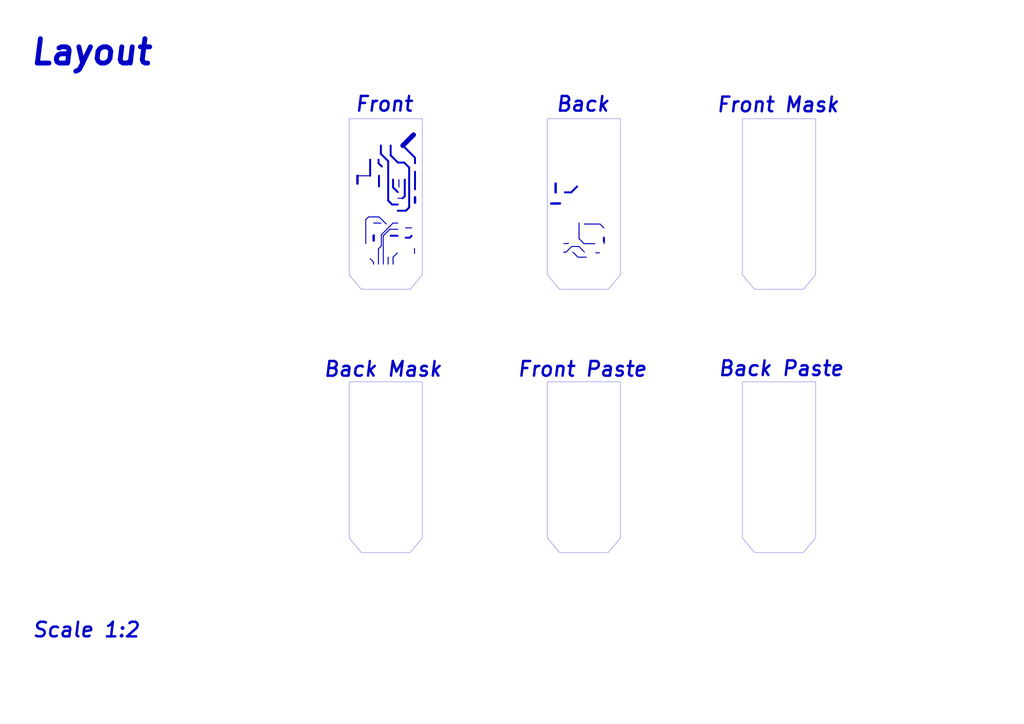
<source format=kicad_sch>
(kicad_sch (version 20231120) (generator "eeschema") (generator_version "8.0")
  (paper "A3")
  (title_block (title "ESP-PROG Stick") (date "2024-10-31") (rev "2") (company "harexew.com // github.com/harexew"))
  (polyline (pts (xy 156.21 63.09) (xy 156.21 59.69)) (stroke (width 0.7999) (type solid)))
  (polyline (pts (xy 155.21 102.09) (xy 155.21 108.34)) (stroke (width 0.3999) (type solid)))
  (polyline (pts (xy 165.21 59.69) (xy 169.61 55.29)) (stroke (width 1.9999) (type solid)))
  (polyline (pts (xy 163.16 91.5) (xy 161.21 91.5)) (stroke (width 0.3999) (type solid)))
  (polyline (pts (xy 170.21 70.44) (xy 170.21 77.64)) (stroke (width 0.7999) (type solid)))
  (polyline (pts (xy 232.14 103.44) (xy 234.49 101.09)) (stroke (width 0.3999) (type solid)))
  (polyline (pts (xy 156.2 91.5) (xy 156.21 91.49)) (stroke (width 0.3999) (type solid)))
  (polyline (pts (xy 232.89 99.89) (xy 233.09 99.69)) (stroke (width 0.3999) (type solid)))
  (polyline (pts (xy 163.01 103.69) (xy 161.21 105.49)) (stroke (width 0.3999) (type solid)))
  (polyline (pts (xy 156.41 100.89) (xy 155.21 102.09)) (stroke (width 0.3999) (type solid)))
  (polyline (pts (xy 247.69 98.89) (xy 247.79 98.99)) (stroke (width 0.7999) (type solid)))
  (polyline (pts (xy 155.48 88.96) (xy 153.26 88.96)) (stroke (width 0.3999) (type solid)))
  (polyline (pts (xy 160.21 96.69) (xy 163.05 96.69)) (stroke (width 0.7999) (type solid)))
  (polyline (pts (xy 155.41 76.49) (xy 155.435 76.465)) (stroke (width 0.3999) (type solid)))
  (polyline (pts (xy 151.785 72.09) (xy 146.61 72.09)) (stroke (width 0.3999) (type solid)))
  (polyline (pts (xy 231.69 78.89) (xy 234.29 78.89)) (stroke (width 0.7999) (type solid)))
  (polyline (pts (xy 170.21 80.94) (xy 170.21 83.09)) (stroke (width 0.9999) (type solid)))
  (polyline (pts (xy 165.11 81.34) (xy 166.01 80.44)) (stroke (width 0.7999) (type solid)))
  (polyline (pts (xy 151.81 65.49) (xy 151.81 72.065)) (stroke (width 0.7999) (type solid)))
  (polyline (pts (xy 159.86 94.04) (xy 163.16 94.04)) (stroke (width 0.3999) (type solid)))
  (polyline (pts (xy 167.81 85.09) (xy 166.48 86.42)) (stroke (width 0.7999) (type solid)))
  (polyline (pts (xy 159.21 105.49) (xy 159.21 108.34)) (stroke (width 0.3999) (type solid)))
  (polyline (pts (xy 161.21 105.49) (xy 161.21 108.34)) (stroke (width 0.3999) (type solid)))
  (polyline (pts (xy 160.805 83.88) (xy 159.21 82.285)) (stroke (width 0.7999) (type solid)))
  (polyline (pts (xy 157.21 96.69) (xy 159.86 94.04)) (stroke (width 0.3999) (type solid)))
  (polyline (pts (xy 167.81 68.69) (xy 167.81 85.09)) (stroke (width 0.7999) (type solid)))
  (polyline (pts (xy 166.48 86.42) (xy 163.16 86.42)) (stroke (width 0.7999) (type solid)))
  (polyline (pts (xy 166.01 80.44) (xy 166.01 73.69)) (stroke (width 0.7999) (type solid)))
  (polyline (pts (xy 245.89 103.69) (xy 244.29 103.69)) (stroke (width 0.3999) (type solid)))
  (polyline (pts (xy 160.23 63.71) (xy 163.21 66.69)) (stroke (width 0.7999) (type solid)))
  (polyline (pts (xy 163.21 66.69) (xy 165.81 66.69)) (stroke (width 0.7999) (type solid)))
  (polyline (pts (xy 165.81 66.69) (xy 167.81 68.69)) (stroke (width 0.7999) (type solid)))
  (polyline (pts (xy 153.21 107.49) (xy 151.81 106.09)) (stroke (width 0.3999) (type solid)))
  (polyline (pts (xy 146.61 72.09) (xy 146.61 75.29)) (stroke (width 0.9999) (type solid)))
  (polyline (pts (xy 155.26 66.94) (xy 156.61 68.29)) (stroke (width 0.7999) (type solid)))
  (polyline (pts (xy 160.23 59.69) (xy 160.23 63.71)) (stroke (width 0.7999) (type solid)))
  (polyline (pts (xy 153.26 91.5) (xy 156.2 91.5)) (stroke (width 0.3999) (type solid)))
  (polyline (pts (xy 247.79 98.99) (xy 247.79 99.94)) (stroke (width 0.3999) (type solid)))
  (polyline (pts (xy 163.16 81.34) (xy 165.11 81.34)) (stroke (width 0.3999) (type solid)))
  (polyline (pts (xy 227.89 75.29) (xy 227.89 78.89)) (stroke (width 0.9999) (type solid)))
  (polyline (pts (xy 170.01 103.965) (xy 170.01 101.89)) (stroke (width 0.3999) (type solid)))
  (polyline (pts (xy 237.04 105.49) (xy 240.49 105.49)) (stroke (width 0.3999) (type solid)))
  (polyline (pts (xy 227.69 83.49) (xy 226.09 83.49)) (stroke (width 0.9999) (type solid)))
  (polyline (pts (xy 156.41 96.3) (xy 156.41 100.89)) (stroke (width 0.3999) (type solid)))
  (polyline (pts (xy 158.41 91.89) (xy 155.48 88.96)) (stroke (width 0.3999) (type solid)))
  (polyline (pts (xy 163.16 83.88) (xy 160.805 83.88)) (stroke (width 0.7999) (type solid)))
  (polyline (pts (xy 150.01 90.09) (xy 150.01 99.89)) (stroke (width 0.3999) (type solid)))
  (polyline (pts (xy 161.21 76.85) (xy 163.16 78.8)) (stroke (width 0.7999) (type solid)))
  (polyline (pts (xy 227.74 83.44) (xy 227.69 83.49)) (stroke (width 0.9999) (type solid)))
  (polyline (pts (xy 246.09 91.89) (xy 247.69 93.49)) (stroke (width 0.3999) (type solid)))
  (polyline (pts (xy 234.99 103.44) (xy 237.04 105.49)) (stroke (width 0.3999) (type solid)))
  (polyline (pts (xy 159.21 66.09) (xy 156.21 63.09)) (stroke (width 0.7999) (type solid)))
  (polyline (pts (xy 161.21 73.69) (xy 161.21 76.85)) (stroke (width 0.7999) (type solid)))
  (polyline (pts (xy 166.46 93.44) (xy 168.81 93.44)) (stroke (width 0.3999) (type solid)))
  (polyline (pts (xy 166.41 97.49) (xy 168.06 97.49)) (stroke (width 0.7999) (type solid)))
  (polyline (pts (xy 161.21 91.5) (xy 156.41 96.3)) (stroke (width 0.3999) (type solid)))
  (polyline (pts (xy 234.49 101.09) (xy 237.44 101.09)) (stroke (width 0.3999) (type solid)))
  (polyline (pts (xy 227.89 83.44) (xy 227.74 83.44)) (stroke (width 0.3999) (type solid)))
  (polyline (pts (xy 157.21 108.34) (xy 157.21 96.69)) (stroke (width 0.3999) (type solid)))
  (polyline (pts (xy 155.26 65.49) (xy 155.26 66.94)) (stroke (width 0.7999) (type solid)))
  (polyline (pts (xy 170.21 64.69) (xy 165.21 59.69)) (stroke (width 0.7999) (type solid)))
  (polyline (pts (xy 153.21 108.34) (xy 153.21 107.49)) (stroke (width 0.3999) (type solid)))
  (polyline (pts (xy 239.54 99.94) (xy 243.99 99.94)) (stroke (width 0.3999) (type solid)))
  (polyline (pts (xy 168.06 97.49) (xy 168.81 96.74)) (stroke (width 0.7999) (type solid)))
  (polyline (pts (xy 234.29 78.89) (xy 236.69 76.49)) (stroke (width 0.7999) (type solid)))
  (polyline (pts (xy 170.21 66.94) (xy 170.21 64.69)) (stroke (width 0.7999) (type solid)))
  (polyline (pts (xy 155.435 76.465) (xy 155.435 72.09)) (stroke (width 0.7999) (type solid)))
  (polyline (pts (xy 153.26 96.58) (xy 153.26 98.64)) (stroke (width 0.9999) (type solid)))
  (polyline (pts (xy 237.49 91.49) (xy 237.49 97.89)) (stroke (width 0.3999) (type solid)))
  (polyline (pts (xy 237.49 97.89) (xy 239.54 99.94)) (stroke (width 0.3999) (type solid)))
  (polyline (pts (xy 231.19 103.44) (xy 232.14 103.44)) (stroke (width 0.3999) (type solid)))
  (polyline (pts (xy 229.64 83.44) (xy 229.69 83.49)) (stroke (width 0.3999) (type solid)))
  (polyline (pts (xy 166.41 93.49) (xy 166.46 93.44)) (stroke (width 0.3999) (type solid)))
  (polyline (pts (xy 237.44 101.09) (xy 239.69 103.34)) (stroke (width 0.3999) (type solid)))
  (polyline (pts (xy 163.05 96.69) (xy 163.16 96.58)) (stroke (width 0.3999) (type solid)))
  (polyline (pts (xy 231.29 99.89) (xy 232.89 99.89)) (stroke (width 0.3999) (type solid)))
  (polyline (pts (xy 169.61 55.29) (xy 169.61 54.49)) (stroke (width 0.3999) (type solid)))
  (polyline (pts (xy 227.89 83.44) (xy 229.64 83.44)) (stroke (width 0.9999) (type solid)))
  (polyline (pts (xy 153.26 88.96) (xy 151.14 88.96)) (stroke (width 0.3999) (type solid)))
  (polyline (pts (xy 239.69 91.89) (xy 246.09 91.89)) (stroke (width 0.3999) (type solid)))
  (polyline (pts (xy 151.81 72.065) (xy 151.785 72.09)) (stroke (width 0.3999) (type solid)))
  (polyline (pts (xy 151.14 88.96) (xy 150.01 90.09)) (stroke (width 0.3999) (type solid)))
  (polyline (pts (xy 247.69 97.49) (xy 247.69 98.89)) (stroke (width 0.7999) (type solid)))
  (polyline (pts (xy 163.61 73.69) (xy 163.61 76.69)) (stroke (width 0.3999) (type solid)))
  (polyline (pts (xy 159.21 82.285) (xy 159.21 66.09)) (stroke (width 0.7999) (type solid)))
  (polyline (pts (xy 308.3148 185.5378) (xy 308.4122 185.6028) (xy 308.4772 185.7002) (xy 308.5 185.815) (xy 308.5 187.865) (xy 308.4772 187.9798) (xy 308.4122 188.0772) (xy 308.3148 188.1422) (xy 308.2 188.165) (xy 307.6 188.165) (xy 307.4852 188.1422) (xy 307.3878 188.0772) (xy 307.3228 187.9798) (xy 307.3 187.865) (xy 307.3 185.815) (xy 307.3228 185.7002) (xy 307.3878 185.6028) (xy 307.4852 185.5378) (xy 307.6 185.515) (xy 308.2 185.515) (xy 308.3148 185.5378)) (stroke (width -0.0001) (type solid)) (fill (type outline)))
  (polyline (pts (xy 312.2222 112.9242) (xy 312.3682 113.0218) (xy 312.4658 113.1678) (xy 312.5 113.34) (xy 312.5 115.84) (xy 312.4658 116.0122) (xy 312.3682 116.1582) (xy 312.2222 116.2558) (xy 312.05 116.29) (xy 311.15 116.29) (xy 310.9778 116.2558) (xy 310.8318 116.1582) (xy 310.7342 116.0122) (xy 310.7 115.84) (xy 310.7 113.34) (xy 310.7342 113.1678) (xy 310.8318 113.0218) (xy 310.9778 112.9242) (xy 311.15 112.89) (xy 312.05 112.89) (xy 312.2222 112.9242)) (stroke (width -0.0001) (type solid)) (fill (type outline)))
  (polyline (pts (xy 324.9148 107.1128) (xy 325.0122 107.1778) (xy 325.0772 107.2752) (xy 325.1 107.39) (xy 325.1 109.29) (xy 325.0772 109.4048) (xy 325.0122 109.5022) (xy 324.9148 109.5672) (xy 324.8 109.59) (xy 324.2 109.59) (xy 324.0852 109.5672) (xy 323.9878 109.5022) (xy 323.9228 109.4048) (xy 323.9 109.29) (xy 323.9 107.39) (xy 323.9228 107.2752) (xy 323.9878 107.1778) (xy 324.0852 107.1128) (xy 324.2 107.09) (xy 324.8 107.09) (xy 324.9148 107.1128)) (stroke (width -0.0001) (type solid)) (fill (type outline)))
  (polyline (pts (xy 159.113 210.5204) (xy 159.2428 210.6072) (xy 159.3296 210.737) (xy 159.36 210.89) (xy 159.36 211.69) (xy 159.3296 211.843) (xy 159.2428 211.9728) (xy 159.113 212.0596) (xy 158.96 212.09) (xy 157.86 212.09) (xy 157.707 212.0596) (xy 157.5772 211.9728) (xy 157.4904 211.843) (xy 157.46 211.69) (xy 157.46 210.89) (xy 157.4904 210.737) (xy 157.5772 210.6072) (xy 157.707 210.5204) (xy 157.86 210.49) (xy 158.96 210.49) (xy 159.113 210.5204)) (stroke (width -0.0001) (type solid)) (fill (type outline)))
  (polyline (pts (xy 236.3048 203.9528) (xy 236.4022 204.0178) (xy 236.4672 204.1152) (xy 236.49 204.23) (xy 236.49 204.83) (xy 236.4672 204.9448) (xy 236.4022 205.0422) (xy 236.3048 205.1072) (xy 236.19 205.13) (xy 232.89 205.13) (xy 232.7752 205.1072) (xy 232.6778 205.0422) (xy 232.6128 204.9448) (xy 232.59 204.83) (xy 232.59 204.23) (xy 232.6128 204.1152) (xy 232.6778 204.0178) (xy 232.7752 203.9528) (xy 232.89 203.93) (xy 236.19 203.93) (xy 236.3048 203.9528)) (stroke (width -0.0001) (type solid)) (fill (type outline)))
  (polyline (pts (xy 233.5048 98.2378) (xy 233.6022 98.3028) (xy 233.6672 98.4002) (xy 233.69 98.515) (xy 233.69 100.865) (xy 233.6672 100.9798) (xy 233.6022 101.0772) (xy 233.5048 101.1422) (xy 233.39 101.165) (xy 232.79 101.165) (xy 232.6752 101.1422) (xy 232.5778 101.0772) (xy 232.5128 100.9798) (xy 232.49 100.865) (xy 232.49 98.515) (xy 232.5128 98.4002) (xy 232.5778 98.3028) (xy 232.6752 98.2378) (xy 232.79 98.215) (xy 233.39 98.215) (xy 233.5048 98.2378)) (stroke (width -0.0001) (type solid)) (fill (type outline)))
  (polyline (pts (xy 173.21 112.69) (xy 168.21 118.69) (xy 148.21 118.69) (xy 143.21 112.69) (xy 143.21 48.69) (xy 173.21 48.69) (xy 173.21 112.69)) (stroke (width 0.0999) (type solid)))
  (polyline (pts (xy 309.118 50.5066) (xy 309.3282 50.5994) (xy 309.4906 50.7618) (xy 309.5834 50.972) (xy 309.6 51.115) (xy 309.6 57.865) (xy 309.5834 58.008) (xy 309.4906 58.2182) (xy 309.3282 58.3806) (xy 309.118 58.4734) (xy 308.975 58.49) (xy 307.225 58.49) (xy 307.082 58.4734) (xy 306.8718 58.3806) (xy 306.7094 58.2182) (xy 306.6166 58.008) (xy 306.6 57.865) (xy 306.6 51.115) (xy 306.6166 50.972) (xy 306.7094 50.7618) (xy 306.8718 50.5994) (xy 307.082 50.5066) (xy 307.225 50.49) (xy 308.975 50.49) (xy 309.118 50.5066)) (stroke (width -0.0001) (type solid)) (fill (type outline)))
  (polyline (pts (xy 165.0248 210.1878) (xy 165.1222 210.2528) (xy 165.1872 210.3502) (xy 165.21 210.465) (xy 165.21 212.815) (xy 165.1872 212.9298) (xy 165.1222 213.0272) (xy 165.0248 213.0922) (xy 164.91 213.115) (xy 164.31 213.115) (xy 164.1952 213.0922) (xy 164.0978 213.0272) (xy 164.0328 212.9298) (xy 164.01 212.815) (xy 164.01 210.465) (xy 164.0328 210.3502) (xy 164.0978 210.2528) (xy 164.1952 210.1878) (xy 164.31 210.165) (xy 164.91 210.165) (xy 165.0248 210.1878)) (stroke (width -0.0001) (type solid)) (fill (type outline)))
  (polyline (pts (xy 334.5 112.69) (xy 329.5 118.69) (xy 309.5 118.69) (xy 304.5 112.69) (xy 304.5 48.69) (xy 334.5 48.69) (xy 334.5 112.69)) (stroke (width 0.0999) (type solid)))
  (polyline (pts (xy 252.1468 177.3762) (xy 252.3008 177.4792) (xy 252.4038 177.6332) (xy 252.44 177.815) (xy 252.44 178.965) (xy 252.4038 179.1468) (xy 252.3008 179.3008) (xy 252.1468 179.4038) (xy 251.965 179.44) (xy 251.015 179.44) (xy 250.8332 179.4038) (xy 250.6792 179.3008) (xy 250.5762 179.1468) (xy 250.54 178.965) (xy 250.54 177.815) (xy 250.5762 177.6332) (xy 250.6792 177.4792) (xy 250.8332 177.3762) (xy 251.015 177.34) (xy 251.965 177.34) (xy 252.1468 177.3762)) (stroke (width -0.0001) (type solid)) (fill (type outline)))
  (polyline (pts (xy 315.4148 209.9378) (xy 315.5122 210.0028) (xy 315.5772 210.1002) (xy 315.6 210.215) (xy 315.6 212.565) (xy 315.5772 212.6798) (xy 315.5122 212.7772) (xy 315.4148 212.8422) (xy 315.3 212.865) (xy 314.7 212.865) (xy 314.5852 212.8422) (xy 314.4878 212.7772) (xy 314.4228 212.6798) (xy 314.4 212.565) (xy 314.4 210.215) (xy 314.4228 210.1002) (xy 314.4878 210.0028) (xy 314.5852 209.9378) (xy 314.7 209.915) (xy 315.3 209.915) (xy 315.4148 209.9378)) (stroke (width -0.0001) (type solid)) (fill (type outline)))
  (polyline (pts (xy 170.0409 101.2908) (xy 170.0713 101.2931) (xy 170.1014 101.2969) (xy 170.1309 101.3022) (xy 170.1599 101.3089) (xy 170.1884 101.317) (xy 170.2163 101.3264) (xy 170.2435 101.3372) (xy 170.2701 101.3492) (xy 170.296 101.3624) (xy 170.3211 101.3769) (xy 170.3455 101.3925) (xy 170.369 101.4092) (xy 170.3917 101.427) (xy 170.4134 101.4459) (xy 170.4343 101.4658) (xy 170.4541 101.4866) (xy 170.473 101.5084) (xy 170.4908 101.531) (xy 170.5075 101.5546) (xy 170.5231 101.5789) (xy 170.5376 101.604) (xy 170.5508 101.6299) (xy 170.5628 101.6565) (xy 170.5736 101.6837) (xy 170.583 101.7116) (xy 170.5911 101.7401) (xy 170.5978 101.7691) (xy 170.6031 101.7986) (xy 170.6069 101.8287) (xy 170.6092 101.8591) (xy 170.61 101.89) (xy 170.6092 101.9209) (xy 170.6069 101.9514) (xy 170.6031 101.9814) (xy 170.5978 102.0109) (xy 170.5911 102.04) (xy 170.583 102.0684) (xy 170.5736 102.0963) (xy 170.5628 102.1236) (xy 170.5508 102.1501) (xy 170.5376 102.176) (xy 170.5231 102.2011) (xy 170.5075 102.2255) (xy 170.4908 102.249) (xy 170.473 102.2717) (xy 170.4541 102.2934) (xy 170.4343 102.3143) (xy 170.4134 102.3341) (xy 170.3917 102.353) (xy 170.369 102.3708) (xy 170.3455 102.3875) (xy 170.3211 102.4032) (xy 170.296 102.4176) (xy 170.2701 102.4309) (xy 170.2435 102.4429) (xy 170.2163 102.4536) (xy 170.1884 102.463) (xy 170.1599 102.4711) (xy 170.1309 102.4778) (xy 170.1014 102.4831) (xy 170.0713 102.4869) (xy 170.0409 102.4892) (xy 170.01 102.49) (xy 169.9791 102.4892) (xy 169.9487 102.4869) (xy 169.9186 102.4831) (xy 169.8891 102.4778) (xy 169.86 102.4711) (xy 169.8316 102.463) (xy 169.8037 102.4536) (xy 169.7764 102.4429) (xy 169.7499 102.4309) (xy 169.724 102.4176) (xy 169.6989 102.4032) (xy 169.6745 102.3875) (xy 169.651 102.3708) (xy 169.6283 102.353) (xy 169.6066 102.3341) (xy 169.5857 102.3143) (xy 169.5659 102.2934) (xy 169.547 102.2717) (xy 169.5292 102.249) (xy 169.5125 102.2255) (xy 169.4969 102.2011) (xy 169.4824 102.176) (xy 169.4692 102.1501) (xy 169.4571 102.1236) (xy 169.4464 102.0963) (xy 169.437 102.0684) (xy 169.4289 102.04) (xy 169.4222 102.0109) (xy 169.4169 101.9814) (xy 169.4131 101.9514) (xy 169.4108 101.9209) (xy 169.41 101.89) (xy 169.4108 101.8591) (xy 169.4131 101.8287) (xy 169.4169 101.7986) (xy 169.4222 101.7691) (xy 169.4289 101.7401) (xy 169.437 101.7116) (xy 169.4464 101.6837) (xy 169.4571 101.6565) (xy 169.4692 101.6299) (xy 169.4824 101.604) (xy 169.4969 101.5789) (xy 169.5125 101.5546) (xy 169.5292 101.531) (xy 169.547 101.5084) (xy 169.5659 101.4866) (xy 169.5857 101.4658) (xy 169.6066 101.4459) (xy 169.6283 101.427) (xy 169.651 101.4092) (xy 169.6745 101.3925) (xy 169.6989 101.3769) (xy 169.724 101.3624) (xy 169.7499 101.3492) (xy 169.7764 101.3372) (xy 169.8037 101.3264) (xy 169.8316 101.317) (xy 169.86 101.3089) (xy 169.8891 101.3022) (xy 169.9186 101.2969) (xy 169.9487 101.2931) (xy 169.9791 101.2908) (xy 170.01 101.29) (xy 170.0409 101.2908)) (stroke (width -0.0001) (type solid)) (fill (type outline)))
  (polyline (pts (xy 232.2122 220.8742) (xy 232.3582 220.9718) (xy 232.4558 221.1178) (xy 232.49 221.29) (xy 232.49 223.79) (xy 232.4558 223.9622) (xy 232.3582 224.1082) (xy 232.2122 224.2058) (xy 232.04 224.24) (xy 231.14 224.24) (xy 230.9678 224.2058) (xy 230.8218 224.1082) (xy 230.7242 223.9622) (xy 230.69 223.79) (xy 230.69 221.29) (xy 230.7242 221.1178) (xy 230.8218 220.9718) (xy 230.9678 220.8742) (xy 231.14 220.84) (xy 232.04 220.84) (xy 232.2122 220.8742)) (stroke (width -0.0001) (type solid)) (fill (type outline)))
  (polyline (pts (xy 246.2048 193.7928) (xy 246.3022 193.8578) (xy 246.3672 193.9552) (xy 246.39 194.07) (xy 246.39 194.67) (xy 246.3672 194.7848) (xy 246.3022 194.8822) (xy 246.2048 194.9472) (xy 246.09 194.97) (xy 242.79 194.97) (xy 242.6752 194.9472) (xy 242.5778 194.8822) (xy 242.5128 194.7848) (xy 242.49 194.67) (xy 242.49 194.07) (xy 242.5128 193.9552) (xy 242.5778 193.8578) (xy 242.6752 193.7928) (xy 242.79 193.77) (xy 246.09 193.77) (xy 246.2048 193.7928)) (stroke (width -0.0001) (type solid)) (fill (type outline)))
  (polyline (pts (xy 245.29 183.54) (xy 244.49 183.54) (xy 244.49 179.74) (xy 245.29 179.74) (xy 245.29 183.54)) (stroke (width -0.0001) (type solid)) (fill (type outline)))
  (polyline (pts (xy 227.9209 74.6908) (xy 227.9513 74.6931) (xy 227.9814 74.6969) (xy 228.0109 74.7022) (xy 228.0399 74.7089) (xy 228.0684 74.717) (xy 228.0963 74.7264) (xy 228.1235 74.7372) (xy 228.1501 74.7492) (xy 228.176 74.7624) (xy 228.2011 74.7769) (xy 228.2255 74.7925) (xy 228.249 74.8092) (xy 228.2717 74.827) (xy 228.2934 74.8459) (xy 228.3143 74.8658) (xy 228.3341 74.8866) (xy 228.353 74.9084) (xy 228.3708 74.931) (xy 228.3875 74.9546) (xy 228.4031 74.9789) (xy 228.4176 75.004) (xy 228.4308 75.0299) (xy 228.4428 75.0565) (xy 228.4536 75.0837) (xy 228.463 75.1116) (xy 228.4711 75.1401) (xy 228.4778 75.1691) (xy 228.4831 75.1986) (xy 228.4869 75.2287) (xy 228.4892 75.2591) (xy 228.49 75.29) (xy 228.4892 75.3209) (xy 228.4869 75.3514) (xy 228.4831 75.3814) (xy 228.4778 75.4109) (xy 228.4711 75.44) (xy 228.463 75.4684) (xy 228.4536 75.4963) (xy 228.4428 75.5236) (xy 228.4308 75.5501) (xy 228.4176 75.576) (xy 228.4031 75.6011) (xy 228.3875 75.6255) (xy 228.3708 75.649) (xy 228.353 75.6717) (xy 228.3341 75.6934) (xy 228.3143 75.7143) (xy 228.2934 75.7341) (xy 228.2717 75.753) (xy 228.249 75.7708) (xy 228.2255 75.7875) (xy 228.2011 75.8032) (xy 228.176 75.8176) (xy 228.1501 75.8308) (xy 228.1235 75.8429) (xy 228.0963 75.8536) (xy 228.0684 75.863) (xy 228.0399 75.8711) (xy 228.0109 75.8778) (xy 227.9814 75.8831) (xy 227.9513 75.8869) (xy 227.9209 75.8892) (xy 227.89 75.89) (xy 227.8591 75.8892) (xy 227.8287 75.8869) (xy 227.7986 75.8831) (xy 227.7691 75.8778) (xy 227.7401 75.8711) (xy 227.7116 75.863) (xy 227.6837 75.8536) (xy 227.6565 75.8429) (xy 227.6299 75.8308) (xy 227.604 75.8176) (xy 227.5789 75.8032) (xy 227.5545 75.7875) (xy 227.531 75.7708) (xy 227.5083 75.753) (xy 227.4866 75.7341) (xy 227.4657 75.7143) (xy 227.4459 75.6934) (xy 227.427 75.6717) (xy 227.4092 75.649) (xy 227.3925 75.6255) (xy 227.3769 75.6011) (xy 227.3624 75.576) (xy 227.3492 75.5501) (xy 227.3372 75.5236) (xy 227.3264 75.4963) (xy 227.317 75.4684) (xy 227.3089 75.44) (xy 227.3022 75.4109) (xy 227.2969 75.3814) (xy 227.2931 75.3514) (xy 227.2908 75.3209) (xy 227.29 75.29) (xy 227.2908 75.2591) (xy 227.2931 75.2287) (xy 227.2969 75.1986) (xy 227.3022 75.1691) (xy 227.3089 75.1401) (xy 227.317 75.1116) (xy 227.3264 75.0837) (xy 227.3372 75.0565) (xy 227.3492 75.0299) (xy 227.3624 75.004) (xy 227.3769 74.9789) (xy 227.3925 74.9546) (xy 227.4092 74.931) (xy 227.427 74.9084) (xy 227.4459 74.8866) (xy 227.4657 74.8658) (xy 227.4866 74.8459) (xy 227.5083 74.827) (xy 227.531 74.8092) (xy 227.5545 74.7925) (xy 227.5789 74.7769) (xy 227.604 74.7624) (xy 227.6299 74.7492) (xy 227.6565 74.7372) (xy 227.6837 74.7264) (xy 227.7116 74.717) (xy 227.7401 74.7089) (xy 227.7691 74.7022) (xy 227.7986 74.6969) (xy 227.8287 74.6931) (xy 227.8591 74.6908) (xy 227.89 74.69) (xy 227.9209 74.6908)) (stroke (width -0.0001) (type solid)) (fill (type outline)))
  (polyline (pts (xy 152.2248 206.1878) (xy 152.3222 206.2528) (xy 152.3872 206.3502) (xy 152.41 206.465) (xy 152.41 208.815) (xy 152.3872 208.9298) (xy 152.3222 209.0272) (xy 152.2248 209.0922) (xy 152.11 209.115) (xy 151.51 209.115) (xy 151.3952 209.0922) (xy 151.2978 209.0272) (xy 151.2328 208.9298) (xy 151.21 208.815) (xy 151.21 206.465) (xy 151.2328 206.3502) (xy 151.2978 206.2528) (xy 151.3952 206.1878) (xy 151.51 206.165) (xy 152.11 206.165) (xy 152.2248 206.1878)) (stroke (width -0.0001) (type solid)) (fill (type outline)))
  (polyline (pts (xy 246.2048 186.1728) (xy 246.3022 186.2378) (xy 246.3672 186.3352) (xy 246.39 186.45) (xy 246.39 187.05) (xy 246.3672 187.1648) (xy 246.3022 187.2622) (xy 246.2048 187.3272) (xy 246.09 187.35) (xy 242.79 187.35) (xy 242.6752 187.3272) (xy 242.5778 187.2622) (xy 242.5128 187.1648) (xy 242.49 187.05) (xy 242.49 186.45) (xy 242.5128 186.3352) (xy 242.5778 186.2378) (xy 242.6752 186.1728) (xy 242.79 186.15) (xy 246.09 186.15) (xy 246.2048 186.1728)) (stroke (width -0.0001) (type solid)) (fill (type outline)))
  (polyline (pts (xy 228.3048 77.5878) (xy 228.4022 77.6528) (xy 228.4672 77.7502) (xy 228.49 77.865) (xy 228.49 79.915) (xy 228.4672 80.0298) (xy 228.4022 80.1272) (xy 228.3048 80.1922) (xy 228.19 80.215) (xy 227.59 80.215) (xy 227.4752 80.1922) (xy 227.3778 80.1272) (xy 227.3128 80.0298) (xy 227.29 79.915) (xy 227.29 77.865) (xy 227.3128 77.7502) (xy 227.3778 77.6528) (xy 227.4752 77.5878) (xy 227.59 77.565) (xy 228.19 77.565) (xy 228.3048 77.5878)) (stroke (width -0.0001) (type solid)) (fill (type outline)))
  (polyline (pts (xy 154.1248 209.9378) (xy 154.2222 210.0028) (xy 154.2872 210.1002) (xy 154.31 210.215) (xy 154.31 212.565) (xy 154.2872 212.6798) (xy 154.2222 212.7772) (xy 154.1248 212.8422) (xy 154.01 212.865) (xy 153.41 212.865) (xy 153.2952 212.8422) (xy 153.1978 212.7772) (xy 153.1328 212.6798) (xy 153.11 212.565) (xy 153.11 210.215) (xy 153.1328 210.1002) (xy 153.1978 210.0028) (xy 153.2952 209.9378) (xy 153.41 209.915) (xy 154.01 209.915) (xy 154.1248 209.9378)) (stroke (width -0.0001) (type solid)) (fill (type outline)))
  (polyline (pts (xy 236.3048 193.7928) (xy 236.4022 193.8578) (xy 236.4672 193.9552) (xy 236.49 194.07) (xy 236.49 194.67) (xy 236.4672 194.7848) (xy 236.4022 194.8822) (xy 236.3048 194.9472) (xy 236.19 194.97) (xy 232.89 194.97) (xy 232.7752 194.9472) (xy 232.6778 194.8822) (xy 232.6128 194.7848) (xy 232.59 194.67) (xy 232.59 194.07) (xy 232.6128 193.9552) (xy 232.6778 193.8578) (xy 232.7752 193.7928) (xy 232.89 193.77) (xy 236.19 193.77) (xy 236.3048 193.7928)) (stroke (width -0.0001) (type solid)) (fill (type outline)))
  (polyline (pts (xy 150.9322 112.9242) (xy 151.0782 113.0218) (xy 151.1758 113.1678) (xy 151.21 113.34) (xy 151.21 115.84) (xy 151.1758 116.0122) (xy 151.0782 116.1582) (xy 150.9322 116.2558) (xy 150.76 116.29) (xy 149.86 116.29) (xy 149.6878 116.2558) (xy 149.5418 116.1582) (xy 149.4442 116.0122) (xy 149.41 115.84) (xy 149.41 113.34) (xy 149.4442 113.1678) (xy 149.5418 113.0218) (xy 149.6878 112.9242) (xy 149.86 112.89) (xy 150.76 112.89) (xy 150.9322 112.9242)) (stroke (width -0.0001) (type solid)) (fill (type outline)))
  (polyline (pts (xy 240.393 102.5704) (xy 240.5228 102.6572) (xy 240.6096 102.787) (xy 240.64 102.94) (xy 240.64 103.74) (xy 240.6096 103.893) (xy 240.5228 104.0228) (xy 240.393 104.1096) (xy 240.24 104.14) (xy 239.14 104.14) (xy 238.987 104.1096) (xy 238.8572 104.0228) (xy 238.7704 103.893) (xy 238.74 103.74) (xy 238.74 102.94) (xy 238.7704 102.787) (xy 238.8572 102.6572) (xy 238.987 102.5704) (xy 239.14 102.54) (xy 240.24 102.54) (xy 240.393 102.5704)) (stroke (width -0.0001) (type solid)) (fill (type outline)))
  (polyline (pts (xy 233.1209 105.4908) (xy 233.1513 105.4931) (xy 233.1814 105.4969) (xy 233.2109 105.5022) (xy 233.2399 105.5089) (xy 233.2684 105.517) (xy 233.2963 105.5264) (xy 233.3235 105.5372) (xy 233.3501 105.5492) (xy 233.376 105.5624) (xy 233.4011 105.5769) (xy 233.4255 105.5925) (xy 233.449 105.6092) (xy 233.4717 105.627) (xy 233.4934 105.6459) (xy 233.5143 105.6658) (xy 233.5341 105.6866) (xy 233.553 105.7084) (xy 233.5708 105.731) (xy 233.5875 105.7546) (xy 233.6031 105.7789) (xy 233.6176 105.804) (xy 233.6308 105.8299) (xy 233.6428 105.8565) (xy 233.6536 105.8837) (xy 233.663 105.9116) (xy 233.6711 105.9401) (xy 233.6778 105.9691) (xy 233.6831 105.9986) (xy 233.6869 106.0287) (xy 233.6892 106.0591) (xy 233.69 106.09) (xy 233.6892 106.1209) (xy 233.6869 106.1514) (xy 233.6831 106.1814) (xy 233.6778 106.2109) (xy 233.6711 106.24) (xy 233.663 106.2684) (xy 233.6536 106.2963) (xy 233.6428 106.3236) (xy 233.6308 106.3501) (xy 233.6176 106.376) (xy 233.6031 106.4011) (xy 233.5875 106.4255) (xy 233.5708 106.449) (xy 233.553 106.4717) (xy 233.5341 106.4934) (xy 233.5143 106.5143) (xy 233.4934 106.5341) (xy 233.4717 106.553) (xy 233.449 106.5708) (xy 233.4255 106.5875) (xy 233.4011 106.6032) (xy 233.376 106.6176) (xy 233.3501 106.6309) (xy 233.3235 106.6429) (xy 233.2963 106.6536) (xy 233.2684 106.663) (xy 233.2399 106.6711) (xy 233.2109 106.6778) (xy 233.1814 106.6831) (xy 233.1513 106.6869) (xy 233.1209 106.6892) (xy 233.09 106.69) (xy 233.0591 106.6892) (xy 233.0287 106.6869) (xy 232.9986 106.6831) (xy 232.9691 106.6778) (xy 232.94 106.6711) (xy 232.9116 106.663) (xy 232.8837 106.6536) (xy 232.8565 106.6429) (xy 232.8299 106.6309) (xy 232.804 106.6176) (xy 232.7789 106.6032) (xy 232.7545 106.5875) (xy 232.731 106.5708) (xy 232.7083 106.553) (xy 232.6866 106.5341) (xy 232.6657 106.5143) (xy 232.6459 106.4934) (xy 232.627 106.4717) (xy 232.6092 106.449) (xy 232.5925 106.4255) (xy 232.5769 106.4011) (xy 232.5624 106.376) (xy 232.5492 106.3501) (xy 232.5372 106.3236) (xy 232.5264 106.2963) (xy 232.517 106.2684) (xy 232.5089 106.24) (xy 232.5022 106.2109) (xy 232.4969 106.1814) (xy 232.4931 106.1514) (xy 232.4908 106.1209) (xy 232.49 106.09) (xy 232.4908 106.0591) (xy 232.4931 106.0287) (xy 232.4969 105.9986) (xy 232.5022 105.9691) (xy 232.5089 105.9401) (xy 232.517 105.9116) (xy 232.5264 105.8837) (xy 232.5372 105.8565) (xy 232.5492 105.8299) (xy 232.5624 105.804) (xy 232.5769 105.7789) (xy 232.5925 105.7546) (xy 232.6092 105.731) (xy 232.627 105.7084) (xy 232.6459 105.6866) (xy 232.6657 105.6658) (xy 232.6866 105.6459) (xy 232.7083 105.627) (xy 232.731 105.6092) (xy 232.7545 105.5925) (xy 232.7789 105.5769) (xy 232.804 105.5624) (xy 232.8299 105.5492) (xy 232.8565 105.5372) (xy 232.8837 105.5264) (xy 232.9116 105.517) (xy 232.94 105.5089) (xy 232.9691 105.5022) (xy 232.9986 105.4969) (xy 233.0287 105.4931) (xy 233.0591 105.4908) (xy 233.09 105.49) (xy 233.1209 105.4908)) (stroke (width -0.0001) (type solid)) (fill (type outline)))
  (polyline (pts (xy 163.6248 107.1128) (xy 163.7222 107.1778) (xy 163.7872 107.2752) (xy 163.81 107.39) (xy 163.81 109.29) (xy 163.7872 109.4048) (xy 163.7222 109.5022) (xy 163.6248 109.5672) (xy 163.51 109.59) (xy 162.91 109.59) (xy 162.7952 109.5672) (xy 162.6978 109.5022) (xy 162.6328 109.4048) (xy 162.61 109.29) (xy 162.61 107.39) (xy 162.6328 107.2752) (xy 162.6978 107.1778) (xy 162.7952 107.1128) (xy 162.91 107.09) (xy 163.51 107.09) (xy 163.6248 107.1128)) (stroke (width -0.0001) (type solid)) (fill (type outline)))
  (polyline (pts (xy 161.6248 107.1128) (xy 161.7222 107.1778) (xy 161.7872 107.2752) (xy 161.81 107.39) (xy 161.81 109.29) (xy 161.7872 109.4048) (xy 161.7222 109.5022) (xy 161.6248 109.5672) (xy 161.51 109.59) (xy 160.91 109.59) (xy 160.7952 109.5672) (xy 160.6978 109.5022) (xy 160.6328 109.4048) (xy 160.61 109.29) (xy 160.61 107.39) (xy 160.6328 107.2752) (xy 160.6978 107.1778) (xy 160.7952 107.1128) (xy 160.91 107.09) (xy 161.51 107.09) (xy 161.6248 107.1128)) (stroke (width -0.0001) (type solid)) (fill (type outline)))
  (polyline (pts (xy 164.01 75.59) (xy 163.21 75.59) (xy 163.21 71.79) (xy 164.01 71.79) (xy 164.01 75.59)) (stroke (width -0.0001) (type solid)) (fill (type outline)))
  (polyline (pts (xy 155.0248 83.3028) (xy 155.1222 83.3678) (xy 155.1872 83.4652) (xy 155.21 83.58) (xy 155.21 84.18) (xy 155.1872 84.2948) (xy 155.1222 84.3922) (xy 155.0248 84.4572) (xy 154.91 84.48) (xy 151.61 84.48) (xy 151.4952 84.4572) (xy 151.3978 84.3922) (xy 151.3328 84.2948) (xy 151.31 84.18) (xy 151.31 83.58) (xy 151.3328 83.4652) (xy 151.3978 83.3678) (xy 151.4952 83.3028) (xy 151.61 83.28) (xy 154.91 83.28) (xy 155.0248 83.3028)) (stroke (width -0.0001) (type solid)) (fill (type outline)))
  (polyline (pts (xy 246.2048 201.4128) (xy 246.3022 201.4778) (xy 246.3672 201.5752) (xy 246.39 201.69) (xy 246.39 202.29) (xy 246.3672 202.4048) (xy 246.3022 202.5022) (xy 246.2048 202.5672) (xy 246.09 202.59) (xy 242.79 202.59) (xy 242.6752 202.5672) (xy 242.5778 202.5022) (xy 242.5128 202.4048) (xy 242.49 202.29) (xy 242.49 201.69) (xy 242.5128 201.5752) (xy 242.5778 201.4778) (xy 242.6752 201.4128) (xy 242.79 201.39) (xy 246.09 201.39) (xy 246.2048 201.4128)) (stroke (width -0.0001) (type solid)) (fill (type outline)))
  (polyline (pts (xy 322.2574 57.706) (xy 322.459 57.795) (xy 322.615 57.951) (xy 322.704 58.1526) (xy 322.72 58.29) (xy 322.72 61.09) (xy 322.704 61.2274) (xy 322.615 61.429) (xy 322.459 61.585) (xy 322.2574 61.674) (xy 322.12 61.69) (xy 320.92 61.69) (xy 320.7826 61.674) (xy 320.581 61.585) (xy 320.425 61.429) (xy 320.336 61.2274) (xy 320.32 61.09) (xy 320.32 58.29) (xy 320.336 58.1526) (xy 320.425 57.951) (xy 320.581 57.795) (xy 320.7826 57.706) (xy 320.92 57.69) (xy 322.12 57.69) (xy 322.2574 57.706)) (stroke (width -0.0001) (type solid)) (fill (type outline)))
  (polyline (pts (xy 151.9474 57.706) (xy 152.149 57.795) (xy 152.305 57.951) (xy 152.394 58.1526) (xy 152.41 58.29) (xy 152.41 61.09) (xy 152.394 61.2274) (xy 152.305 61.429) (xy 152.149 61.585) (xy 151.9474 61.674) (xy 151.81 61.69) (xy 150.61 61.69) (xy 150.4726 61.674) (xy 150.271 61.585) (xy 150.115 61.429) (xy 150.026 61.2274) (xy 150.01 61.09) (xy 150.01 58.29) (xy 150.026 58.1526) (xy 150.115 57.951) (xy 150.271 57.795) (xy 150.4726 57.706) (xy 150.61 57.69) (xy 151.81 57.69) (xy 151.9474 57.706)) (stroke (width -0.0001) (type solid)) (fill (type outline)))
  (polyline (pts (xy 235.4048 101.9878) (xy 235.5022 102.0528) (xy 235.5672 102.1502) (xy 235.59 102.265) (xy 235.59 104.615) (xy 235.5672 104.7298) (xy 235.5022 104.8272) (xy 235.4048 104.8922) (xy 235.29 104.915) (xy 234.69 104.915) (xy 234.5752 104.8922) (xy 234.4778 104.8272) (xy 234.4128 104.7298) (xy 234.39 104.615) (xy 234.39 102.265) (xy 234.4128 102.1502) (xy 234.4778 102.0528) (xy 234.5752 101.9878) (xy 234.69 101.965) (xy 235.29 101.965) (xy 235.4048 101.9878)) (stroke (width -0.0001) (type solid)) (fill (type outline)))
  (polyline (pts (xy 164.9248 78.2228) (xy 165.0222 78.2878) (xy 165.0872 78.3852) (xy 165.11 78.5) (xy 165.11 79.1) (xy 165.0872 79.2148) (xy 165.0222 79.3122) (xy 164.9248 79.3772) (xy 164.81 79.4) (xy 161.51 79.4) (xy 161.3952 79.3772) (xy 161.2978 79.3122) (xy 161.2328 79.2148) (xy 161.21 79.1) (xy 161.21 78.5) (xy 161.2328 78.3852) (xy 161.2978 78.2878) (xy 161.3952 78.2228) (xy 161.51 78.2) (xy 164.81 78.2) (xy 164.9248 78.2228)) (stroke (width -0.0001) (type solid)) (fill (type outline)))
  (polyline (pts (xy 150.3248 209.9378) (xy 150.4222 210.0028) (xy 150.4872 210.1002) (xy 150.51 210.215) (xy 150.51 212.565) (xy 150.4872 212.6798) (xy 150.4222 212.7772) (xy 150.3248 212.8422) (xy 150.21 212.865) (xy 149.61 212.865) (xy 149.4952 212.8422) (xy 149.3978 212.7772) (xy 149.3328 212.6798) (xy 149.31 212.565) (xy 149.31 210.215) (xy 149.3328 210.1002) (xy 149.3978 210.0028) (xy 149.4952 209.9378) (xy 149.61 209.915) (xy 150.21 209.915) (xy 150.3248 209.9378)) (stroke (width -0.0001) (type solid)) (fill (type outline)))
  (polyline (pts (xy 169.313 96.1704) (xy 169.4428 96.2572) (xy 169.5296 96.387) (xy 169.56 96.54) (xy 169.56 97.34) (xy 169.5296 97.493) (xy 169.4428 97.6228) (xy 169.313 97.7096) (xy 169.16 97.74) (xy 168.06 97.74) (xy 167.907 97.7096) (xy 167.7772 97.6228) (xy 167.6904 97.493) (xy 167.66 97.34) (xy 167.66 96.54) (xy 167.6904 96.387) (xy 167.7772 96.2572) (xy 167.907 96.1704) (xy 168.06 96.14) (xy 169.16 96.14) (xy 169.313 96.1704)) (stroke (width -0.0001) (type solid)) (fill (type outline)))
  (polyline (pts (xy 170.6668 106.3762) (xy 170.8208 106.4792) (xy 170.9238 106.6332) (xy 170.96 106.815) (xy 170.96 108.015) (xy 170.9238 108.1968) (xy 170.8208 108.3508) (xy 170.6668 108.4538) (xy 170.485 108.49) (xy 169.535 108.49) (xy 169.3532 108.4538) (xy 169.1992 108.3508) (xy 169.0962 108.1968) (xy 169.06 108.015) (xy 169.06 106.815) (xy 169.0962 106.6332) (xy 169.1992 106.4792) (xy 169.3532 106.3762) (xy 169.535 106.34) (xy 170.485 106.34) (xy 170.6668 106.3762)) (stroke (width -0.0001) (type solid)) (fill (type outline)))
  (polyline (pts (xy 313.5148 206.1878) (xy 313.6122 206.2528) (xy 313.6772 206.3502) (xy 313.7 206.465) (xy 313.7 208.815) (xy 313.6772 208.9298) (xy 313.6122 209.0272) (xy 313.5148 209.0922) (xy 313.4 209.115) (xy 312.8 209.115) (xy 312.6852 209.0922) (xy 312.5878 209.0272) (xy 312.5228 208.9298) (xy 312.5 208.815) (xy 312.5 206.465) (xy 312.5228 206.3502) (xy 312.5878 206.2528) (xy 312.6852 206.1878) (xy 312.8 206.165) (xy 313.4 206.165) (xy 313.5148 206.1878)) (stroke (width -0.0001) (type solid)) (fill (type outline)))
  (polyline (pts (xy 237.9209 67.6908) (xy 237.9513 67.6931) (xy 237.9814 67.6969) (xy 238.0109 67.7022) (xy 238.0399 67.7089) (xy 238.0684 67.717) (xy 238.0963 67.7264) (xy 238.1235 67.7372) (xy 238.1501 67.7492) (xy 238.176 67.7624) (xy 238.2011 67.7769) (xy 238.2255 67.7925) (xy 238.249 67.8092) (xy 238.2717 67.827) (xy 238.2934 67.8459) (xy 238.3143 67.8658) (xy 238.3341 67.8866) (xy 238.353 67.9084) (xy 238.3708 67.931) (xy 238.3875 67.9546) (xy 238.4031 67.9789) (xy 238.4176 68.004) (xy 238.4308 68.0299) (xy 238.4428 68.0565) (xy 238.4536 68.0837) (xy 238.463 68.1116) (xy 238.4711 68.1401) (xy 238.4778 68.1691) (xy 238.4831 68.1986) (xy 238.4869 68.2287) (xy 238.4892 68.2591) (xy 238.49 68.29) (xy 238.4892 68.3209) (xy 238.4869 68.3514) (xy 238.4831 68.3814) (xy 238.4778 68.4109) (xy 238.4711 68.44) (xy 238.463 68.4684) (xy 238.4536 68.4963) (xy 238.4428 68.5236) (xy 238.4308 68.5501) (xy 238.4176 68.576) (xy 238.4031 68.6011) (xy 238.3875 68.6255) (xy 238.3708 68.649) (xy 238.353 68.6717) (xy 238.3341 68.6934) (xy 238.3143 68.7143) (xy 238.2934 68.7341) (xy 238.2717 68.753) (xy 238.249 68.7708) (xy 238.2255 68.7875) (xy 238.2011 68.8032) (xy 238.176 68.8176) (xy 238.1501 68.8308) (xy 238.1235 68.8429) (xy 238.0963 68.8536) (xy 238.0684 68.863) (xy 238.0399 68.8711) (xy 238.0109 68.8778) (xy 237.9814 68.8831) (xy 237.9513 68.8869) (xy 237.9209 68.8892) (xy 237.89 68.89) (xy 237.8591 68.8892) (xy 237.8287 68.8869) (xy 237.7986 68.8831) (xy 237.7691 68.8778) (xy 237.74 68.8711) (xy 237.7116 68.863) (xy 237.6837 68.8536) (xy 237.6565 68.8429) (xy 237.6299 68.8308) (xy 237.604 68.8176) (xy 237.5789 68.8032) (xy 237.5545 68.7875) (xy 237.531 68.7708) (xy 237.5083 68.753) (xy 237.4866 68.7341) (xy 237.4657 68.7143) (xy 237.4459 68.6934) (xy 237.427 68.6717) (xy 237.4092 68.649) (xy 237.3925 68.6255) (xy 237.3769 68.6011) (xy 237.3624 68.576) (xy 237.3492 68.5501) (xy 237.3371 68.5236) (xy 237.3264 68.4963) (xy 237.317 68.4684) (xy 237.3089 68.44) (xy 237.3022 68.4109) (xy 237.2969 68.3814) (xy 237.2931 68.3514) (xy 237.2908 68.3209) (xy 237.29 68.29) (xy 237.2908 68.2591) (xy 237.2931 68.2287) (xy 237.2969 68.1986) (xy 237.3022 68.1691) (xy 237.3089 68.1401) (xy 237.317 68.1116) (xy 237.3264 68.0837) (xy 237.3371 68.0565) (xy 237.3492 68.0299) (xy 237.3624 68.004) (xy 237.3769 67.9789) (xy 237.3925 67.9546) (xy 237.4092 67.931) (xy 237.427 67.9084) (xy 237.4459 67.8866) (xy 237.4657 67.8658) (xy 237.4866 67.8459) (xy 237.5083 67.827) (xy 237.531 67.8092) (xy 237.5545 67.7925) (xy 237.5789 67.7769) (xy 237.604 67.7624) (xy 237.6299 67.7492) (xy 237.6565 67.7372) (xy 237.6837 67.7264) (xy 237.7116 67.717) (xy 237.74 67.7089) (xy 237.7691 67.7022) (xy 237.7986 67.6969) (xy 237.8287 67.6931) (xy 237.8591 67.6908) (xy 237.89 67.69) (xy 237.9209 67.6908)) (stroke (width -0.0001) (type solid)) (fill (type outline)))
  (polyline (pts (xy 151.8409 105.4908) (xy 151.8713 105.4931) (xy 151.9014 105.4969) (xy 151.9309 105.5022) (xy 151.9599 105.5089) (xy 151.9884 105.517) (xy 152.0163 105.5264) (xy 152.0435 105.5372) (xy 152.0701 105.5492) (xy 152.096 105.5624) (xy 152.1211 105.5769) (xy 152.1455 105.5925) (xy 152.169 105.6092) (xy 152.1917 105.627) (xy 152.2134 105.6459) (xy 152.2343 105.6658) (xy 152.2541 105.6866) (xy 152.273 105.7084) (xy 152.2908 105.731) (xy 152.3075 105.7546) (xy 152.3231 105.7789) (xy 152.3376 105.804) (xy 152.3508 105.8299) (xy 152.3628 105.8565) (xy 152.3736 105.8837) (xy 152.383 105.9116) (xy 152.3911 105.9401) (xy 152.3978 105.9691) (xy 152.4031 105.9986) (xy 152.4069 106.0287) (xy 152.4092 106.0591) (xy 152.41 106.09) (xy 152.4092 106.1209) (xy 152.4069 106.1514) (xy 152.4031 106.1814) (xy 152.3978 106.2109) (xy 152.3911 106.24) (xy 152.383 106.2684) (xy 152.3736 106.2963) (xy 152.3628 106.3236) (xy 152.3508 106.3501) (xy 152.3376 106.376) (xy 152.3231 106.4011) (xy 152.3075 106.4255) (xy 152.2908 106.449) (xy 152.273 106.4717) (xy 152.2541 106.4934) (xy 152.2343 106.5143) (xy 152.2134 106.5341) (xy 152.1917 106.553) (xy 152.169 106.5708) (xy 152.1455 106.5875) (xy 152.1211 106.6032) (xy 152.096 106.6176) (xy 152.0701 106.6309) (xy 152.0435 106.6429) (xy 152.0163 106.6536) (xy 151.9884 106.663) (xy 151.9599 106.6711) (xy 151.9309 106.6778) (xy 151.9014 106.6831) (xy 151.8713 106.6869) (xy 151.8409 106.6892) (xy 151.81 106.69) (xy 151.7791 106.6892) (xy 151.7487 106.6869) (xy 151.7186 106.6831) (xy 151.6891 106.6778) (xy 151.66 106.6711) (xy 151.6316 106.663) (xy 151.6037 106.6536) (xy 151.5765 106.6429) (xy 151.5499 106.6309) (xy 151.524 106.6176) (xy 151.4989 106.6032) (xy 151.4745 106.5875) (xy 151.451 106.5708) (xy 151.4283 106.553) (xy 151.4066 106.5341) (xy 151.3857 106.5143) (xy 151.3659 106.4934) (xy 151.347 106.4717) (xy 151.3292 106.449) (xy 151.3125 106.4255) (xy 151.2969 106.4011) (xy 151.2824 106.376) (xy 151.2692 106.3501) (xy 151.2572 106.3236) (xy 151.2464 106.2963) (xy 151.237 106.2684) (xy 151.2289 106.24) (xy 151.2222 106.2109) (xy 151.2169 106.1814) (xy 151.2131 106.1514) (xy 151.2108 106.1209) (xy 151.21 106.09) (xy 151.2108 106.0591) (xy 151.2131 106.0287) (xy 151.2169 105.9986) (xy 151.2222 105.9691) (xy 151.2289 105.9401) (xy 151.237 105.9116) (xy 151.2464 105.8837) (xy 151.2572 105.8565) (xy 151.2692 105.8299) (xy 151.2824 105.804) (xy 151.2969 105.7789) (xy 151.3125 105.7546) (xy 151.3292 105.731) (xy 151.347 105.7084) (xy 151.3659 105.6866) (xy 151.3857 105.6658) (xy 151.4066 105.6459) (xy 151.4283 105.627) (xy 151.451 105.6092) (xy 151.4745 105.5925) (xy 151.4989 105.5769) (xy 151.524 105.5624) (xy 151.5499 105.5492) (xy 151.5765 105.5372) (xy 151.6037 105.5264) (xy 151.6316 105.517) (xy 151.66 105.5089) (xy 151.6891 105.5022) (xy 151.7186 105.4969) (xy 151.7487 105.4931) (xy 151.7791 105.4908) (xy 151.81 105.49) (xy 151.8409 105.4908)) (stroke (width -0.0001) (type solid)) (fill (type outline)))
  (polyline (pts (xy 247.69 183.54) (xy 246.89 183.54) (xy 246.89 179.74) (xy 247.69 179.74) (xy 247.69 183.54)) (stroke (width -0.0001) (type solid)) (fill (type outline)))
  (polyline (pts (xy 236.7209 75.8908) (xy 236.7513 75.8931) (xy 236.7814 75.8969) (xy 236.8109 75.9022) (xy 236.8399 75.9089) (xy 236.8684 75.917) (xy 236.8963 75.9264) (xy 236.9235 75.9372) (xy 236.9501 75.9492) (xy 236.976 75.9624) (xy 237.0011 75.9769) (xy 237.0255 75.9925) (xy 237.049 76.0092) (xy 237.0717 76.027) (xy 237.0934 76.0459) (xy 237.1143 76.0658) (xy 237.1341 76.0866) (xy 237.153 76.1084) (xy 237.1708 76.131) (xy 237.1875 76.1546) (xy 237.2031 76.1789) (xy 237.2176 76.204) (xy 237.2308 76.2299) (xy 237.2428 76.2565) (xy 237.2536 76.2837) (xy 237.263 76.3116) (xy 237.2711 76.3401) (xy 237.2778 76.3691) (xy 237.2831 76.3986) (xy 237.2869 76.4287) (xy 237.2892 76.4591) (xy 237.29 76.49) (xy 237.2892 76.5209) (xy 237.2869 76.5514) (xy 237.2831 76.5814) (xy 237.2778 76.6109) (xy 237.2711 76.64) (xy 237.263 76.6684) (xy 237.2536 76.6963) (xy 237.2428 76.7236) (xy 237.2308 76.7501) (xy 237.2176 76.776) (xy 237.2031 76.8011) (xy 237.1875 76.8255) (xy 237.1708 76.849) (xy 237.153 76.8717) (xy 237.1341 76.8934) (xy 237.1143 76.9143) (xy 237.0934 76.9341) (xy 237.0717 76.953) (xy 237.049 76.9708) (xy 237.0255 76.9875) (xy 237.0011 77.0032) (xy 236.976 77.0176) (xy 236.9501 77.0309) (xy 236.9235 77.0429) (xy 236.8963 77.0536) (xy 236.8684 77.063) (xy 236.8399 77.0711) (xy 236.8109 77.0778) (xy 236.7814 77.0831) (xy 236.7513 77.0869) (xy 236.7209 77.0892) (xy 236.69 77.09) (xy 236.6591 77.0892) (xy 236.6287 77.0869) (xy 236.5986 77.0831) (xy 236.5691 77.0778) (xy 236.54 77.0711) (xy 236.5116 77.063) (xy 236.4837 77.0536) (xy 236.4565 77.0429) (xy 236.4299 77.0309) (xy 236.404 77.0176) (xy 236.3789 77.0032) (xy 236.3545 76.9875) (xy 236.331 76.9708) (xy 236.3083 76.953) (xy 236.2866 76.9341) (xy 236.2657 76.9143) (xy 236.2459 76.8934) (xy 236.227 76.8717) (xy 236.2092 76.849) (xy 236.1925 76.8255) (xy 236.1769 76.8011) (xy 236.1624 76.776) (xy 236.1492 76.7501) (xy 236.1371 76.7236) (xy 236.1264 76.6963) (xy 236.117 76.6684) (xy 236.1089 76.64) (xy 236.1022 76.6109) (xy 236.0969 76.5814) (xy 236.0931 76.5514) (xy 236.0908 76.5209) (xy 236.09 76.49) (xy 236.0908 76.4591) (xy 236.0931 76.4287) (xy 236.0969 76.3986) (xy 236.1022 76.3691) (xy 236.1089 76.3401) (xy 236.117 76.3116) (xy 236.1264 76.2837) (xy 236.1371 76.2565) (xy 236.1492 76.2299) (xy 236.1624 76.204) (xy 236.1769 76.1789) (xy 236.1925 76.1546) (xy 236.2092 76.131) (xy 236.227 76.1084) (xy 236.2459 76.0866) (xy 236.2657 76.0658) (xy 236.2866 76.0459) (xy 236.3083 76.027) (xy 236.331 76.0092) (xy 236.3545 75.9925) (xy 236.3789 75.9769) (xy 236.404 75.9624) (xy 236.4299 75.9492) (xy 236.4565 75.9372) (xy 236.4837 75.9264) (xy 236.5116 75.917) (xy 236.54 75.9089) (xy 236.5691 75.9022) (xy 236.5986 75.8969) (xy 236.6287 75.8931) (xy 236.6591 75.8908) (xy 236.69 75.89) (xy 236.7209 75.8908)) (stroke (width -0.0001) (type solid)) (fill (type outline)))
  (polyline (pts (xy 155.0248 78.2228) (xy 155.1222 78.2878) (xy 155.1872 78.3852) (xy 155.21 78.5) (xy 155.21 79.1) (xy 155.1872 79.2148) (xy 155.1222 79.3122) (xy 155.0248 79.3772) (xy 154.91 79.4) (xy 151.61 79.4) (xy 151.4952 79.3772) (xy 151.3978 79.3122) (xy 151.3328 79.2148) (xy 151.31 79.1) (xy 151.31 78.5) (xy 151.3328 78.3852) (xy 151.3978 78.2878) (xy 151.4952 78.2228) (xy 151.61 78.2) (xy 154.91 78.2) (xy 155.0248 78.2228)) (stroke (width -0.0001) (type solid)) (fill (type outline)))
  (polyline (pts (xy 238.2274 165.656) (xy 238.429 165.745) (xy 238.585 165.901) (xy 238.674 166.1026) (xy 238.69 166.24) (xy 238.69 169.04) (xy 238.674 169.1774) (xy 238.585 169.379) (xy 238.429 169.535) (xy 238.2274 169.624) (xy 238.09 169.64) (xy 236.89 169.64) (xy 236.7526 169.624) (xy 236.551 169.535) (xy 236.395 169.379) (xy 236.306 169.1774) (xy 236.29 169.04) (xy 236.29 166.24) (xy 236.306 166.1026) (xy 236.395 165.901) (xy 236.551 165.745) (xy 236.7526 165.656) (xy 236.89 165.64) (xy 238.09 165.64) (xy 238.2274 165.656)) (stroke (width -0.0001) (type solid)) (fill (type outline)))
  (polyline (pts (xy 231.3209 99.2908) (xy 231.3513 99.2931) (xy 231.3814 99.2969) (xy 231.4109 99.3022) (xy 231.4399 99.3089) (xy 231.4684 99.317) (xy 231.4963 99.3264) (xy 231.5235 99.3372) (xy 231.5501 99.3492) (xy 231.576 99.3624) (xy 231.6011 99.3769) (xy 231.6255 99.3925) (xy 231.649 99.4092) (xy 231.6717 99.427) (xy 231.6934 99.4459) (xy 231.7143 99.4658) (xy 231.7341 99.4866) (xy 231.753 99.5084) (xy 231.7708 99.531) (xy 231.7875 99.5546) (xy 231.8031 99.5789) (xy 231.8176 99.604) (xy 231.8308 99.6299) (xy 231.8428 99.6565) (xy 231.8536 99.6837) (xy 231.863 99.7116) (xy 231.8711 99.7401) (xy 231.8778 99.7691) (xy 231.8831 99.7986) (xy 231.8869 99.8287) (xy 231.8892 99.8591) (xy 231.89 99.89) (xy 231.8892 99.9209) (xy 231.8869 99.9514) (xy 231.8831 99.9814) (xy 231.8778 100.0109) (xy 231.8711 100.04) (xy 231.863 100.0684) (xy 231.8536 100.0963) (xy 231.8428 100.1236) (xy 231.8308 100.1501) (xy 231.8176 100.176) (xy 231.8031 100.2011) (xy 231.7875 100.2255) (xy 231.7708 100.249) (xy 231.753 100.2717) (xy 231.7341 100.2934) (xy 231.7143 100.3143) (xy 231.6934 100.3341) (xy 231.6717 100.353) (xy 231.649 100.3708) (xy 231.6255 100.3875) (xy 231.6011 100.4032) (xy 231.576 100.4176) (xy 231.5501 100.4309) (xy 231.5235 100.4429) (xy 231.4963 100.4536) (xy 231.4684 100.463) (xy 231.4399 100.4711) (xy 231.4109 100.4778) (xy 231.3814 100.4831) (xy 231.3513 100.4869) (xy 231.3209 100.4892) (xy 231.29 100.49) (xy 231.2591 100.4892) (xy 231.2287 100.4869) (xy 231.1986 100.4831) (xy 231.1691 100.4778) (xy 231.1401 100.4711) (xy 231.1116 100.463) (xy 231.0837 100.4536) (xy 231.0565 100.4429) (xy 231.0299 100.4309) (xy 231.004 100.4176) (xy 230.9789 100.4032) (xy 230.9545 100.3875) (xy 230.931 100.3708) (xy 230.9083 100.353) (xy 230.8866 100.3341) (xy 230.8657 100.3143) (xy 230.8459 100.2934) (xy 230.827 100.2717) (xy 230.8092 100.249) (xy 230.7925 100.2255) (xy 230.7769 100.2011) (xy 230.7624 100.176) (xy 230.7492 100.1501) (xy 230.7372 100.1236) (xy 230.7264 100.0963) (xy 230.717 100.0684) (xy 230.7089 100.04) (xy 230.7022 100.0109) (xy 230.6969 99.9814) (xy 230.6931 99.9514) (xy 230.6908 99.9209) (xy 230.69 99.89) (xy 230.6908 99.8591) (xy 230.6931 99.8287) (xy 230.6969 99.7986) (xy 230.7022 99.7691) (xy 230.7089 99.7401) (xy 230.717 99.7116) (xy 230.7264 99.6837) (xy 230.7372 99.6565) (xy 230.7492 99.6299) (xy 230.7624 99.604) (xy 230.7769 99.5789) (xy 230.7925 99.5546) (xy 230.8092 99.531) (xy 230.827 99.5084) (xy 230.8459 99.4866) (xy 230.8657 99.4658) (xy 230.8866 99.4459) (xy 230.9083 99.427) (xy 230.931 99.4092) (xy 230.9545 99.3925) (xy 230.9789 99.3769) (xy 231.004 99.3624) (xy 231.0299 99.3492) (xy 231.0565 99.3372) (xy 231.0837 99.3264) (xy 231.1116 99.317) (xy 231.1401 99.3089) (xy 231.1691 99.3022) (xy 231.1986 99.2969) (xy 231.2287 99.2931) (xy 231.2591 99.2908) (xy 231.29 99.29) (xy 231.3209 99.2908)) (stroke (width -0.0001) (type solid)) (fill (type outline)))
  (polyline (pts (xy 233.7468 179.1262) (xy 233.9008 179.2292) (xy 234.0038 179.3832) (xy 234.04 179.565) (xy 234.04 180.515) (xy 234.0038 180.6968) (xy 233.9008 180.8508) (xy 233.7468 180.9538) (xy 233.565 180.99) (xy 232.565 180.99) (xy 232.3832 180.9538) (xy 232.2292 180.8508) (xy 232.1262 180.6968) (xy 232.09 180.515) (xy 232.09 179.565) (xy 232.1262 179.3832) (xy 232.2292 179.2292) (xy 232.3832 179.1262) (xy 232.565 179.09) (xy 233.565 179.09) (xy 233.7468 179.1262)) (stroke (width -0.0001) (type solid)) (fill (type outline)))
  (polyline (pts (xy 169.313 92.8704) (xy 169.4428 92.9572) (xy 169.5296 93.087) (xy 169.56 93.24) (xy 169.56 94.04) (xy 169.5296 94.193) (xy 169.4428 94.3228) (xy 169.313 94.4096) (xy 169.16 94.44) (xy 168.06 94.44) (xy 167.907 94.4096) (xy 167.7772 94.3228) (xy 167.6904 94.193) (xy 167.66 94.04) (xy 167.66 93.24) (xy 167.6904 93.087) (xy 167.7772 92.9572) (xy 167.907 92.8704) (xy 168.06 92.84) (xy 169.16 92.84) (xy 169.313 92.8704)) (stroke (width -0.0001) (type solid)) (fill (type outline)))
  (polyline (pts (xy 320.9148 107.1128) (xy 321.0122 107.1778) (xy 321.0772 107.2752) (xy 321.1 107.39) (xy 321.1 109.29) (xy 321.0772 109.4048) (xy 321.0122 109.5022) (xy 320.9148 109.5672) (xy 320.8 109.59) (xy 320.2 109.59) (xy 320.0852 109.5672) (xy 319.9878 109.5022) (xy 319.9228 109.4048) (xy 319.9 109.29) (xy 319.9 107.39) (xy 319.9228 107.2752) (xy 319.9878 107.1778) (xy 320.0852 107.1128) (xy 320.2 107.09) (xy 320.8 107.09) (xy 320.9148 107.1128)) (stroke (width -0.0001) (type solid)) (fill (type outline)))
  (polyline (pts (xy 244.9048 215.0628) (xy 245.0022 215.1278) (xy 245.0672 215.2252) (xy 245.09 215.34) (xy 245.09 217.24) (xy 245.0672 217.3548) (xy 245.0022 217.4522) (xy 244.9048 217.5172) (xy 244.79 217.54) (xy 244.19 217.54) (xy 244.0752 217.5172) (xy 243.9778 217.4522) (xy 243.9128 217.3548) (xy 243.89 217.24) (xy 243.89 215.34) (xy 243.9128 215.2252) (xy 243.9778 215.1278) (xy 244.0752 215.0628) (xy 244.19 215.04) (xy 244.79 215.04) (xy 244.9048 215.0628)) (stroke (width -0.0001) (type solid)) (fill (type outline)))
  (polyline (pts (xy 158.4409 91.2908) (xy 158.4713 91.2931) (xy 158.5014 91.2969) (xy 158.5309 91.3022) (xy 158.5599 91.3089) (xy 158.5884 91.317) (xy 158.6163 91.3264) (xy 158.6435 91.3372) (xy 158.6701 91.3492) (xy 158.696 91.3624) (xy 158.7211 91.3769) (xy 158.7455 91.3925) (xy 158.769 91.4092) (xy 158.7917 91.427) (xy 158.8134 91.4459) (xy 158.8343 91.4658) (xy 158.8541 91.4866) (xy 158.873 91.5084) (xy 158.8908 91.531) (xy 158.9075 91.5546) (xy 158.9231 91.5789) (xy 158.9376 91.604) (xy 158.9508 91.6299) (xy 158.9628 91.6565) (xy 158.9736 91.6837) (xy 158.983 91.7116) (xy 158.9911 91.7401) (xy 158.9978 91.7691) (xy 159.0031 91.7986) (xy 159.0069 91.8287) (xy 159.0092 91.8591) (xy 159.01 91.89) (xy 159.0092 91.9209) (xy 159.0069 91.9514) (xy 159.0031 91.9814) (xy 158.9978 92.0109) (xy 158.9911 92.04) (xy 158.983 92.0684) (xy 158.9736 92.0963) (xy 158.9628 92.1236) (xy 158.9508 92.1501) (xy 158.9376 92.176) (xy 158.9231 92.2011) (xy 158.9075 92.2255) (xy 158.8908 92.249) (xy 158.873 92.2717) (xy 158.8541 92.2934) (xy 158.8343 92.3143) (xy 158.8134 92.3341) (xy 158.7917 92.353) (xy 158.769 92.3708) (xy 158.7455 92.3875) (xy 158.7211 92.4032) (xy 158.696 92.4176) (xy 158.6701 92.4309) (xy 158.6435 92.4429) (xy 158.6163 92.4536) (xy 158.5884 92.463) (xy 158.5599 92.4711) (xy 158.5309 92.4778) (xy 158.5014 92.4831) (xy 158.4713 92.4869) (xy 158.4409 92.4892) (xy 158.41 92.49) (xy 158.3791 92.4892) (xy 158.3487 92.4869) (xy 158.3186 92.4831) (xy 158.2891 92.4778) (xy 158.26 92.4711) (xy 158.2316 92.463) (xy 158.2037 92.4536) (xy 158.1765 92.4429) (xy 158.1499 92.4309) (xy 158.124 92.4176) (xy 158.0989 92.4032) (xy 158.0745 92.3875) (xy 158.051 92.3708) (xy 158.0283 92.353) (xy 158.0066 92.3341) (xy 157.9857 92.3143) (xy 157.9659 92.2934) (xy 157.947 92.2717) (xy 157.9292 92.249) (xy 157.9125 92.2255) (xy 157.8969 92.2011) (xy 157.8824 92.176) (xy 157.8692 92.1501) (xy 157.8571 92.1236) (xy 157.8464 92.0963) (xy 157.837 92.0684) (xy 157.8289 92.04) (xy 157.8222 92.0109) (xy 157.8169 91.9814) (xy 157.8131 91.9514) (xy 157.8108 91.9209) (xy 157.81 91.89) (xy 157.8108 91.8591) (xy 157.8131 91.8287) (xy 157.8169 91.7986) (xy 157.8222 91.7691) (xy 157.8289 91.7401) (xy 157.837 91.7116) (xy 157.8464 91.6837) (xy 157.8571 91.6565) (xy 157.8692 91.6299) (xy 157.8824 91.604) (xy 157.8969 91.5789) (xy 157.9125 91.5546) (xy 157.9292 91.531) (xy 157.947 91.5084) (xy 157.9659 91.4866) (xy 157.9857 91.4658) (xy 158.0066 91.4459) (xy 158.0283 91.427) (xy 158.051 91.4092) (xy 158.0745 91.3925) (xy 158.0989 91.3769) (xy 158.124 91.3624) (xy 158.1499 91.3492) (xy 158.1765 91.3372) (xy 158.2037 91.3264) (xy 158.2316 91.317) (xy 158.26 91.3089) (xy 158.2891 91.3022) (xy 158.3186 91.2969) (xy 158.3487 91.2931) (xy 158.3791 91.2908) (xy 158.41 91.29) (xy 158.4409 91.2908)) (stroke (width -0.0001) (type solid)) (fill (type outline)))
  (polyline (pts (xy 252.193 184.8204) (xy 252.3228 184.9072) (xy 252.4096 185.037) (xy 252.44 185.19) (xy 252.44 185.99) (xy 252.4096 186.143) (xy 252.3228 186.2728) (xy 252.193 186.3596) (xy 252.04 186.39) (xy 250.94 186.39) (xy 250.787 186.3596) (xy 250.6572 186.2728) (xy 250.5704 186.143) (xy 250.54 185.99) (xy 250.54 185.19) (xy 250.5704 185.037) (xy 250.6572 184.9072) (xy 250.787 184.8204) (xy 250.94 184.79) (xy 252.04 184.79) (xy 252.193 184.8204)) (stroke (width -0.0001) (type solid)) (fill (type outline)))
  (polyline (pts (xy 327.2374 57.706) (xy 327.439 57.795) (xy 327.595 57.951) (xy 327.684 58.1526) (xy 327.7 58.29) (xy 327.7 61.09) (xy 327.684 61.2274) (xy 327.595 61.429) (xy 327.439 61.585) (xy 327.2374 61.674) (xy 327.1 61.69) (xy 325.9 61.69) (xy 325.7626 61.674) (xy 325.561 61.585) (xy 325.405 61.429) (xy 325.316 61.2274) (xy 325.3 61.09) (xy 325.3 58.29) (xy 325.316 58.1526) (xy 325.405 57.951) (xy 325.561 57.795) (xy 325.7626 57.706) (xy 325.9 57.69) (xy 327.1 57.69) (xy 327.2374 57.706)) (stroke (width -0.0001) (type solid)) (fill (type outline)))
  (polyline (pts (xy 155.0248 80.7628) (xy 155.1222 80.8278) (xy 155.1872 80.9252) (xy 155.21 81.04) (xy 155.21 81.64) (xy 155.1872 81.7548) (xy 155.1222 81.8522) (xy 155.0248 81.9172) (xy 154.91 81.94) (xy 151.61 81.94) (xy 151.4952 81.9172) (xy 151.3978 81.8522) (xy 151.3328 81.7548) (xy 151.31 81.64) (xy 151.31 81.04) (xy 151.3328 80.9252) (xy 151.3978 80.8278) (xy 151.4952 80.7628) (xy 151.61 80.74) (xy 154.91 80.74) (xy 155.0248 80.7628)) (stroke (width -0.0001) (type solid)) (fill (type outline)))
  (polyline (pts (xy 170.913 80.1704) (xy 171.0428 80.2572) (xy 171.1296 80.387) (xy 171.16 80.54) (xy 171.16 81.34) (xy 171.1296 81.493) (xy 171.0428 81.6228) (xy 170.913 81.7096) (xy 170.76 81.74) (xy 169.66 81.74) (xy 169.507 81.7096) (xy 169.3772 81.6228) (xy 169.2904 81.493) (xy 169.26 81.34) (xy 169.26 80.54) (xy 169.2904 80.387) (xy 169.3772 80.2572) (xy 169.507 80.1704) (xy 169.66 80.14) (xy 170.76 80.14) (xy 170.913 80.1704)) (stroke (width -0.0001) (type solid)) (fill (type outline)))
  (polyline (pts (xy 147.0248 190.0878) (xy 147.1222 190.1528) (xy 147.1872 190.2502) (xy 147.21 190.365) (xy 147.21 192.415) (xy 147.1872 192.5298) (xy 147.1222 192.6272) (xy 147.0248 192.6922) (xy 146.91 192.715) (xy 146.31 192.715) (xy 146.1952 192.6922) (xy 146.0978 192.6272) (xy 146.0328 192.5298) (xy 146.01 192.415) (xy 146.01 190.365) (xy 146.0328 190.2502) (xy 146.0978 190.1528) (xy 146.1952 190.0878) (xy 146.31 190.065) (xy 146.91 190.065) (xy 147.0248 190.0878)) (stroke (width -0.0001) (type solid)) (fill (type outline)))
  (polyline (pts (xy 150.0409 99.2908) (xy 150.0713 99.2931) (xy 150.1014 99.2969) (xy 150.1309 99.3022) (xy 150.1599 99.3089) (xy 150.1884 99.317) (xy 150.2163 99.3264) (xy 150.2435 99.3372) (xy 150.2701 99.3492) (xy 150.296 99.3624) (xy 150.3211 99.3769) (xy 150.3455 99.3925) (xy 150.369 99.4092) (xy 150.3917 99.427) (xy 150.4134 99.4459) (xy 150.4343 99.4658) (xy 150.4541 99.4866) (xy 150.473 99.5084) (xy 150.4908 99.531) (xy 150.5075 99.5546) (xy 150.5231 99.5789) (xy 150.5376 99.604) (xy 150.5508 99.6299) (xy 150.5628 99.6565) (xy 150.5736 99.6837) (xy 150.583 99.7116) (xy 150.5911 99.7401) (xy 150.5978 99.7691) (xy 150.6031 99.7986) (xy 150.6069 99.8287) (xy 150.6092 99.8591) (xy 150.61 99.89) (xy 150.6092 99.9209) (xy 150.6069 99.9514) (xy 150.6031 99.9814) (xy 150.5978 100.0109) (xy 150.5911 100.04) (xy 150.583 100.0684) (xy 150.5736 100.0963) (xy 150.5628 100.1236) (xy 150.5508 100.1501) (xy 150.5376 100.176) (xy 150.5231 100.2011) (xy 150.5075 100.2255) (xy 150.4908 100.249) (xy 150.473 100.2717) (xy 150.4541 100.2934) (xy 150.4343 100.3143) (xy 150.4134 100.3341) (xy 150.3917 100.353) (xy 150.369 100.3708) (xy 150.3455 100.3875) (xy 150.3211 100.4032) (xy 150.296 100.4176) (xy 150.2701 100.4309) (xy 150.2435 100.4429) (xy 150.2163 100.4536) (xy 150.1884 100.463) (xy 150.1599 100.4711) (xy 150.1309 100.4778) (xy 150.1014 100.4831) (xy 150.0713 100.4869) (xy 150.0409 100.4892) (xy 150.01 100.49) (xy 149.9791 100.4892) (xy 149.9487 100.4869) (xy 149.9186 100.4831) (xy 149.8891 100.4778) (xy 149.8601 100.4711) (xy 149.8316 100.463) (xy 149.8037 100.4536) (xy 149.7765 100.4429) (xy 149.7499 100.4309) (xy 149.724 100.4176) (xy 149.6989 100.4032) (xy 149.6745 100.3875) (xy 149.651 100.3708) (xy 149.6283 100.353) (xy 149.6066 100.3341) (xy 149.5857 100.3143) (xy 149.5659 100.2934) (xy 149.547 100.2717) (xy 149.5292 100.249) (xy 149.5125 100.2255) (xy 149.4969 100.2011) (xy 149.4824 100.176) (xy 149.4692 100.1501) (xy 149.4572 100.1236) (xy 149.4464 100.0963) (xy 149.437 100.0684) (xy 149.4289 100.04) (xy 149.4222 100.0109) (xy 149.4169 99.9814) (xy 149.4131 99.9514) (xy 149.4108 99.9209) (xy 149.41 99.89) (xy 149.4108 99.8591) (xy 149.4131 99.8287) (xy 149.4169 99.7986) (xy 149.4222 99.7691) (xy 149.4289 99.7401) (xy 149.437 99.7116) (xy 149.4464 99.6837) (xy 149.4572 99.6565) (xy 149.4692 99.6299) (xy 149.4824 99.604) (xy 149.4969 99.5789) (xy 149.5125 99.5546) (xy 149.5292 99.531) (xy 149.547 99.5084) (xy 149.5659 99.4866) (xy 149.5857 99.4658) (xy 149.6066 99.4459) (xy 149.6283 99.427) (xy 149.651 99.4092) (xy 149.6745 99.3925) (xy 149.6989 99.3769) (xy 149.724 99.3624) (xy 149.7499 99.3492) (xy 149.7765 99.3372) (xy 149.8037 99.3264) (xy 149.8316 99.317) (xy 149.8601 99.3089) (xy 149.8891 99.3022) (xy 149.9186 99.2969) (xy 149.9487 99.2931) (xy 149.9791 99.2908) (xy 150.01 99.29) (xy 150.0409 99.2908)) (stroke (width -0.0001) (type solid)) (fill (type outline)))
  (polyline (pts (xy 159.6248 107.1128) (xy 159.7222 107.1778) (xy 159.7872 107.2752) (xy 159.81 107.39) (xy 159.81 109.29) (xy 159.7872 109.4048) (xy 159.7222 109.5022) (xy 159.6248 109.5672) (xy 159.51 109.59) (xy 158.91 109.59) (xy 158.7952 109.5672) (xy 158.6978 109.5022) (xy 158.6328 109.4048) (xy 158.61 109.29) (xy 158.61 107.39) (xy 158.6328 107.2752) (xy 158.6978 107.1778) (xy 158.7952 107.1128) (xy 158.91 107.09) (xy 159.51 107.09) (xy 159.6248 107.1128)) (stroke (width -0.0001) (type solid)) (fill (type outline)))
  (polyline (pts (xy 144.8409 82.8908) (xy 144.8713 82.8931) (xy 144.9014 82.8969) (xy 144.9309 82.9022) (xy 144.9599 82.9089) (xy 144.9884 82.917) (xy 145.0163 82.9264) (xy 145.0435 82.9372) (xy 145.0701 82.9492) (xy 145.096 82.9624) (xy 145.1211 82.9769) (xy 145.1455 82.9925) (xy 145.169 83.0092) (xy 145.1917 83.027) (xy 145.2134 83.0459) (xy 145.2343 83.0658) (xy 145.2541 83.0866) (xy 145.273 83.1084) (xy 145.2908 83.131) (xy 145.3075 83.1546) (xy 145.3231 83.1789) (xy 145.3376 83.204) (xy 145.3508 83.2299) (xy 145.3628 83.2565) (xy 145.3736 83.2837) (xy 145.383 83.3116) (xy 145.3911 83.3401) (xy 145.3978 83.3691) (xy 145.4031 83.3986) (xy 145.4069 83.4287) (xy 145.4092 83.4591) (xy 145.41 83.49) (xy 145.4092 83.5209) (xy 145.4069 83.5514) (xy 145.4031 83.5814) (xy 145.3978 83.6109) (xy 145.3911 83.64) (xy 145.383 83.6684) (xy 145.3736 83.6963) (xy 145.3628 83.7236) (xy 145.3508 83.7501) (xy 145.3376 83.776) (xy 145.3231 83.8011) (xy 145.3075 83.8255) (xy 145.2908 83.849) (xy 145.273 83.8717) (xy 145.2541 83.8934) (xy 145.2343 83.9143) (xy 145.2134 83.9341) (xy 145.1917 83.953) (xy 145.169 83.9708) (xy 145.1455 83.9875) (xy 145.1211 84.0032) (xy 145.096 84.0176) (xy 145.0701 84.0309) (xy 145.0435 84.0429) (xy 145.0163 84.0536) (xy 144.9884 84.063) (xy 144.9599 84.0711) (xy 144.9309 84.0778) (xy 144.9014 84.0831) (xy 144.8713 84.0869) (xy 144.8409 84.0892) (xy 144.81 84.09) (xy 144.7791 84.0892) (xy 144.7487 84.0869) (xy 144.7186 84.0831) (xy 144.6891 84.0778) (xy 144.6601 84.0711) (xy 144.6316 84.063) (xy 144.6037 84.0536) (xy 144.5765 84.0429) (xy 144.5499 84.0309) (xy 144.524 84.0176) (xy 144.4989 84.0032) (xy 144.4745 83.9875) (xy 144.451 83.9708) (xy 144.4283 83.953) (xy 144.4066 83.9341) (xy 144.3857 83.9143) (xy 144.3659 83.8934) (xy 144.347 83.8717) (xy 144.3292 83.849) (xy 144.3125 83.8255) (xy 144.2969 83.8011) (xy 144.2824 83.776) (xy 144.2692 83.7501) (xy 144.2572 83.7236) (xy 144.2464 83.6963) (xy 144.237 83.6684) (xy 144.2289 83.64) (xy 144.2222 83.6109) (xy 144.2169 83.5814) (xy 144.2131 83.5514) (xy 144.2108 83.5209) (xy 144.21 83.49) (xy 144.2108 83.4591) (xy 144.2131 83.4287) (xy 144.2169 83.3986) (xy 144.2222 83.3691) (xy 144.2289 83.3401) (xy 144.237 83.3116) (xy 144.2464 83.2837) (xy 144.2572 83.2565) (xy 144.2692 83.2299) (xy 144.2824 83.204) (xy 144.2969 83.1789) (xy 144.3125 83.1546) (xy 144.3292 83.131) (xy 144.347 83.1084) (xy 144.3659 83.0866) (xy 144.3857 83.0658) (xy 144.4066 83.0459) (xy 144.4283 83.027) (xy 144.451 83.0092) (xy 144.4745 82.9925) (xy 144.4989 82.9769) (xy 144.524 82.9624) (xy 144.5499 82.9492) (xy 144.5765 82.9372) (xy 144.6037 82.9264) (xy 144.6316 82.917) (xy 144.6601 82.9089) (xy 144.6891 82.9022) (xy 144.7186 82.8969) (xy 144.7487 82.8931) (xy 144.7791 82.8908) (xy 144.81 82.89) (xy 144.8409 82.8908)) (stroke (width -0.0001) (type solid)) (fill (type outline)))
  (polyline (pts (xy 316.3148 85.8428) (xy 316.4122 85.9078) (xy 316.4772 86.0052) (xy 316.5 86.12) (xy 316.5 86.72) (xy 316.4772 86.8348) (xy 316.4122 86.9322) (xy 316.3148 86.9972) (xy 316.2 87.02) (xy 312.9 87.02) (xy 312.7852 86.9972) (xy 312.6878 86.9322) (xy 312.6228 86.8348) (xy 312.6 86.72) (xy 312.6 86.12) (xy 312.6228 86.0052) (xy 312.6878 85.9078) (xy 312.7852 85.8428) (xy 312.9 85.82) (xy 316.2 85.82) (xy 316.3148 85.8428)) (stroke (width -0.0001) (type solid)) (fill (type outline)))
  (polyline (pts (xy 242.2474 165.656) (xy 242.449 165.745) (xy 242.605 165.901) (xy 242.694 166.1026) (xy 242.71 166.24) (xy 242.71 169.04) (xy 242.694 169.1774) (xy 242.605 169.379) (xy 242.449 169.535) (xy 242.2474 169.624) (xy 242.11 169.64) (xy 240.91 169.64) (xy 240.7726 169.624) (xy 240.571 169.535) (xy 240.415 169.379) (xy 240.326 169.1774) (xy 240.31 169.04) (xy 240.31 166.24) (xy 240.326 166.1026) (xy 240.415 165.901) (xy 240.571 165.745) (xy 240.7726 165.656) (xy 240.91 165.64) (xy 242.11 165.64) (xy 242.2474 165.656)) (stroke (width -0.0001) (type solid)) (fill (type outline)))
  (polyline (pts (xy 164.9248 80.7628) (xy 165.0222 80.8278) (xy 165.0872 80.9252) (xy 165.11 81.04) (xy 165.11 81.64) (xy 165.0872 81.7548) (xy 165.0222 81.8522) (xy 164.9248 81.9172) (xy 164.81 81.94) (xy 161.51 81.94) (xy 161.3952 81.9172) (xy 161.2978 81.8522) (xy 161.2328 81.7548) (xy 161.21 81.64) (xy 161.21 81.04) (xy 161.2328 80.9252) (xy 161.2978 80.8278) (xy 161.3952 80.7628) (xy 161.51 80.74) (xy 164.81 80.74) (xy 164.9248 80.7628)) (stroke (width -0.0001) (type solid)) (fill (type outline)))
  (polyline (pts (xy 236.3048 186.1728) (xy 236.4022 186.2378) (xy 236.4672 186.3352) (xy 236.49 186.45) (xy 236.49 187.05) (xy 236.4672 187.1648) (xy 236.4022 187.2622) (xy 236.3048 187.3272) (xy 236.19 187.35) (xy 232.89 187.35) (xy 232.7752 187.3272) (xy 232.6778 187.2622) (xy 232.6128 187.1648) (xy 232.59 187.05) (xy 232.59 186.45) (xy 232.6128 186.3352) (xy 232.6778 186.2378) (xy 232.7752 186.1728) (xy 232.89 186.15) (xy 236.19 186.15) (xy 236.3048 186.1728)) (stroke (width -0.0001) (type solid)) (fill (type outline)))
  (polyline (pts (xy 246.2048 191.2528) (xy 246.3022 191.3178) (xy 246.3672 191.4152) (xy 246.39 191.53) (xy 246.39 192.13) (xy 246.3672 192.2448) (xy 246.3022 192.3422) (xy 246.2048 192.4072) (xy 246.09 192.43) (xy 242.79 192.43) (xy 242.6752 192.4072) (xy 242.5778 192.3422) (xy 242.5128 192.2448) (xy 242.49 192.13) (xy 242.49 191.53) (xy 242.5128 191.4152) (xy 242.5778 191.3178) (xy 242.6752 191.2528) (xy 242.79 191.23) (xy 246.09 191.23) (xy 246.2048 191.2528)) (stroke (width -0.0001) (type solid)) (fill (type outline)))
  (polyline (pts (xy 313.8818 64.5762) (xy 314.0358 64.6792) (xy 314.1388 64.8332) (xy 314.175 65.015) (xy 314.175 65.965) (xy 314.1388 66.1468) (xy 314.0358 66.3008) (xy 313.8818 66.4038) (xy 313.7 66.44) (xy 312.5 66.44) (xy 312.3182 66.4038) (xy 312.1642 66.3008) (xy 312.0612 66.1468) (xy 312.025 65.965) (xy 312.025 65.015) (xy 312.0612 64.8332) (xy 312.1642 64.6792) (xy 312.3182 64.5762) (xy 312.5 64.54) (xy 313.7 64.54) (xy 313.8818 64.5762)) (stroke (width -0.0001) (type solid)) (fill (type outline)))
  (polyline (pts (xy 148.9248 185.5378) (xy 149.0222 185.6028) (xy 149.0872 185.7002) (xy 149.11 185.815) (xy 149.11 187.865) (xy 149.0872 187.9798) (xy 149.0222 188.0772) (xy 148.9248 188.1422) (xy 148.81 188.165) (xy 148.21 188.165) (xy 148.0952 188.1422) (xy 147.9978 188.0772) (xy 147.9328 187.9798) (xy 147.91 187.865) (xy 147.91 185.815) (xy 147.9328 185.7002) (xy 147.9978 185.6028) (xy 148.0952 185.5378) (xy 148.21 185.515) (xy 148.81 185.515) (xy 148.9248 185.5378)) (stroke (width -0.0001) (type solid)) (fill (type outline)))
  (polyline (pts (xy 163.6409 76.0908) (xy 163.6713 76.0931) (xy 163.7014 76.0969) (xy 163.7309 76.1022) (xy 163.7599 76.1089) (xy 163.7884 76.117) (xy 163.8163 76.1264) (xy 163.8435 76.1372) (xy 163.8701 76.1492) (xy 163.896 76.1624) (xy 163.9211 76.1769) (xy 163.9455 76.1925) (xy 163.969 76.2092) (xy 163.9917 76.227) (xy 164.0134 76.2459) (xy 164.0343 76.2658) (xy 164.0541 76.2866) (xy 164.073 76.3084) (xy 164.0908 76.331) (xy 164.1075 76.3546) (xy 164.1231 76.3789) (xy 164.1376 76.404) (xy 164.1508 76.4299) (xy 164.1628 76.4565) (xy 164.1736 76.4837) (xy 164.183 76.5116) (xy 164.1911 76.5401) (xy 164.1978 76.5691) (xy 164.2031 76.5986) (xy 164.2069 76.6287) (xy 164.2092 76.6591) (xy 164.21 76.69) (xy 164.2092 76.7209) (xy 164.2069 76.7514) (xy 164.2031 76.7814) (xy 164.1978 76.8109) (xy 164.1911 76.84) (xy 164.183 76.8684) (xy 164.1736 76.8963) (xy 164.1628 76.9236) (xy 164.1508 76.9501) (xy 164.1376 76.976) (xy 164.1231 77.0011) (xy 164.1075 77.0255) (xy 164.0908 77.049) (xy 164.073 77.0717) (xy 164.0541 77.0934) (xy 164.0343 77.1143) (xy 164.0134 77.1341) (xy 163.9917 77.153) (xy 163.969 77.1708) (xy 163.9455 77.1875) (xy 163.9211 77.2032) (xy 163.896 77.2176) (xy 163.8701 77.2309) (xy 163.8435 77.2429) (xy 163.8163 77.2536) (xy 163.7884 77.263) (xy 163.7599 77.2711) (xy 163.7309 77.2778) (xy 163.7014 77.2831) (xy 163.6713 77.2869) (xy 163.6409 77.2892) (xy 163.61 77.29) (xy 163.5791 77.2892) (xy 163.5487 77.2869) (xy 163.5186 77.2831) (xy 163.4891 77.2778) (xy 163.46 77.2711) (xy 163.4316 77.263) (xy 163.4037 77.2536) (xy 163.3765 77.2429) (xy 163.3499 77.2309) (xy 163.324 77.2176) (xy 163.2989 77.2032) (xy 163.2745 77.1875) (xy 163.251 77.1708) (xy 163.2283 77.153) (xy 163.2066 77.1341) (xy 163.1857 77.1143) (xy 163.1659 77.0934) (xy 163.147 77.0717) (xy 163.1292 77.049) (xy 163.1125 77.0255) (xy 163.0969 77.0011) (xy 163.0824 76.976) (xy 163.0692 76.9501) (xy 163.0571 76.9236) (xy 163.0464 76.8963) (xy 163.037 76.8684) (xy 163.0289 76.84) (xy 163.0222 76.8109) (xy 163.0169 76.7814) (xy 163.0131 76.7514) (xy 163.0108 76.7209) (xy 163.01 76.69) (xy 163.0108 76.6591) (xy 163.0131 76.6287) (xy 163.0169 76.5986) (xy 163.0222 76.5691) (xy 163.0289 76.5401) (xy 163.037 76.5116) (xy 163.0464 76.4837) (xy 163.0571 76.4565) (xy 163.0692 76.4299) (xy 163.0824 76.404) (xy 163.0969 76.3789) (xy 163.1125 76.3546) (xy 163.1292 76.331) (xy 163.147 76.3084) (xy 163.1659 76.2866) (xy 163.1857 76.2658) (xy 163.2066 76.2459) (xy 163.2283 76.227) (xy 163.251 76.2092) (xy 163.2745 76.1925) (xy 163.2989 76.1769) (xy 163.324 76.1624) (xy 163.3499 76.1492) (xy 163.3765 76.1372) (xy 163.4037 76.1264) (xy 163.4316 76.117) (xy 163.46 76.1089) (xy 163.4891 76.1022) (xy 163.5186 76.0969) (xy 163.5487 76.0931) (xy 163.5791 76.0908) (xy 163.61 76.09) (xy 163.6409 76.0908)) (stroke (width -0.0001) (type solid)) (fill (type outline)))
  (polyline (pts (xy 316.3148 78.2228) (xy 316.4122 78.2878) (xy 316.4772 78.3852) (xy 316.5 78.5) (xy 316.5 79.1) (xy 316.4772 79.2148) (xy 316.4122 79.3122) (xy 316.3148 79.3772) (xy 316.2 79.4) (xy 312.9 79.4) (xy 312.7852 79.3772) (xy 312.6878 79.3122) (xy 312.6228 79.2148) (xy 312.6 79.1) (xy 312.6 78.5) (xy 312.6228 78.3852) (xy 312.6878 78.2878) (xy 312.7852 78.2228) (xy 312.9 78.2) (xy 316.2 78.2) (xy 316.3148 78.2228)) (stroke (width -0.0001) (type solid)) (fill (type outline)))
  (polyline (pts (xy 326.2148 83.3028) (xy 326.3122 83.3678) (xy 326.3772 83.4652) (xy 326.4 83.58) (xy 326.4 84.18) (xy 326.3772 84.2948) (xy 326.3122 84.3922) (xy 326.2148 84.4572) (xy 326.1 84.48) (xy 322.8 84.48) (xy 322.6852 84.4572) (xy 322.5878 84.3922) (xy 322.5228 84.2948) (xy 322.5 84.18) (xy 322.5 83.58) (xy 322.5228 83.4652) (xy 322.5878 83.3678) (xy 322.6852 83.3028) (xy 322.8 83.28) (xy 326.1 83.28) (xy 326.2148 83.3028)) (stroke (width -0.0001) (type solid)) (fill (type outline)))
  (polyline (pts (xy 233.8718 172.5262) (xy 234.0258 172.6292) (xy 234.1288 172.7832) (xy 234.165 172.965) (xy 234.165 173.915) (xy 234.1288 174.0968) (xy 234.0258 174.2508) (xy 233.8718 174.3538) (xy 233.69 174.39) (xy 232.49 174.39) (xy 232.3082 174.3538) (xy 232.1542 174.2508) (xy 232.0512 174.0968) (xy 232.015 173.915) (xy 232.015 172.965) (xy 232.0512 172.7832) (xy 232.1542 172.6292) (xy 232.3082 172.5262) (xy 232.49 172.49) (xy 233.69 172.49) (xy 233.8718 172.5262)) (stroke (width -0.0001) (type solid)) (fill (type outline)))
  (polyline (pts (xy 251.9468 210.8762) (xy 252.1008 210.9792) (xy 252.2038 211.1332) (xy 252.24 211.315) (xy 252.24 212.515) (xy 252.2038 212.6968) (xy 252.1008 212.8508) (xy 251.9468 212.9538) (xy 251.765 212.99) (xy 250.815 212.99) (xy 250.6332 212.9538) (xy 250.4792 212.8508) (xy 250.3762 212.6968) (xy 250.34 212.515) (xy 250.34 211.315) (xy 250.3762 211.1332) (xy 250.4792 210.9792) (xy 250.6332 210.8762) (xy 250.815 210.84) (xy 251.765 210.84) (xy 251.9468 210.8762)) (stroke (width -0.0001) (type solid)) (fill (type outline)))
  (polyline (pts (xy 160.9674 57.706) (xy 161.169 57.795) (xy 161.325 57.951) (xy 161.414 58.1526) (xy 161.43 58.29) (xy 161.43 61.09) (xy 161.414 61.2274) (xy 161.325 61.429) (xy 161.169 61.585) (xy 160.9674 61.674) (xy 160.83 61.69) (xy 159.63 61.69) (xy 159.4926 61.674) (xy 159.291 61.585) (xy 159.135 61.429) (xy 159.046 61.2274) (xy 159.03 61.09) (xy 159.03 58.29) (xy 159.046 58.1526) (xy 159.135 57.951) (xy 159.291 57.795) (xy 159.4926 57.706) (xy 159.63 57.69) (xy 160.83 57.69) (xy 160.9674 57.706)) (stroke (width -0.0001) (type solid)) (fill (type outline)))
  (polyline (pts (xy 308.3148 190.0878) (xy 308.4122 190.1528) (xy 308.4772 190.2502) (xy 308.5 190.365) (xy 308.5 192.415) (xy 308.4772 192.5298) (xy 308.4122 192.6272) (xy 308.3148 192.6922) (xy 308.2 192.715) (xy 307.6 192.715) (xy 307.4852 192.6922) (xy 307.3878 192.6272) (xy 307.3228 192.5298) (xy 307.3 192.415) (xy 307.3 190.365) (xy 307.3228 190.2502) (xy 307.3878 190.1528) (xy 307.4852 190.0878) (xy 307.6 190.065) (xy 308.2 190.065) (xy 308.3148 190.0878)) (stroke (width -0.0001) (type solid)) (fill (type outline)))
  (polyline (pts (xy 150.8248 185.5378) (xy 150.9222 185.6028) (xy 150.9872 185.7002) (xy 151.01 185.815) (xy 151.01 187.865) (xy 150.9872 187.9798) (xy 150.9222 188.0772) (xy 150.8248 188.1422) (xy 150.71 188.165) (xy 150.11 188.165) (xy 149.9952 188.1422) (xy 149.8978 188.0772) (xy 149.8328 187.9798) (xy 149.81 187.865) (xy 149.81 185.815) (xy 149.8328 185.7002) (xy 149.8978 185.6028) (xy 149.9952 185.5378) (xy 150.11 185.515) (xy 150.71 185.515) (xy 150.8248 185.5378)) (stroke (width -0.0001) (type solid)) (fill (type outline)))
  (polyline (pts (xy 244.3209 103.0908) (xy 244.3513 103.0931) (xy 244.3814 103.0969) (xy 244.4109 103.1022) (xy 244.4399 103.1089) (xy 244.4684 103.117) (xy 244.4963 103.1264) (xy 244.5235 103.1372) (xy 244.5501 103.1492) (xy 244.576 103.1624) (xy 244.6011 103.1769) (xy 244.6255 103.1925) (xy 244.649 103.2092) (xy 244.6717 103.227) (xy 244.6934 103.2459) (xy 244.7143 103.2658) (xy 244.7341 103.2866) (xy 244.753 103.3084) (xy 244.7708 103.331) (xy 244.7875 103.3546) (xy 244.8031 103.3789) (xy 244.8176 103.404) (xy 244.8308 103.4299) (xy 244.8428 103.4565) (xy 244.8536 103.4837) (xy 244.863 103.5116) (xy 244.8711 103.5401) (xy 244.8778 103.5691) (xy 244.8831 103.5986) (xy 244.8869 103.6287) (xy 244.8892 103.6591) (xy 244.89 103.69) (xy 244.8892 103.7209) (xy 244.8869 103.7514) (xy 244.8831 103.7814) (xy 244.8778 103.8109) (xy 244.8711 103.84) (xy 244.863 103.8684) (xy 244.8536 103.8963) (xy 244.8428 103.9236) (xy 244.8308 103.9501) (xy 244.8176 103.976) (xy 244.8031 104.0011) (xy 244.7875 104.0255) (xy 244.7708 104.049) (xy 244.753 104.0717) (xy 244.7341 104.0934) (xy 244.7143 104.1143) (xy 244.6934 104.1341) (xy 244.6717 104.153) (xy 244.649 104.1708) (xy 244.6255 104.1875) (xy 244.6011 104.2032) (xy 244.576 104.2176) (xy 244.5501 104.2309) (xy 244.5235 104.2429) (xy 244.4963 104.2536) (xy 244.4684 104.263) (xy 244.4399 104.2711) (xy 244.4109 104.2778) (xy 244.3814 104.2831) (xy 244.3513 104.2869) (xy 244.3209 104.2892) (xy 244.29 104.29) (xy 244.2591 104.2892) (xy 244.2287 104.2869) (xy 244.1986 104.2831) (xy 244.1691 104.2778) (xy 244.14 104.2711) (xy 244.1116 104.263) (xy 244.0837 104.2536) (xy 244.0565 104.2429) (xy 244.0299 104.2309) (xy 244.004 104.2176) (xy 243.9789 104.2032) (xy 243.9545 104.1875) (xy 243.931 104.1708) (xy 243.9083 104.153) (xy 243.8866 104.1341) (xy 243.8657 104.1143) (xy 243.8459 104.0934) (xy 243.827 104.0717) (xy 243.8092 104.049) (xy 243.7925 104.0255) (xy 243.7769 104.0011) (xy 243.7624 103.976) (xy 243.7492 103.9501) (xy 243.7371 103.9236) (xy 243.7264 103.8963) (xy 243.717 103.8684) (xy 243.7089 103.84) (xy 243.7022 103.8109) (xy 243.6969 103.7814) (xy 243.6931 103.7514) (xy 243.6908 103.7209) (xy 243.69 103.69) (xy 243.6908 103.6591) (xy 243.6931 103.6287) (xy 243.6969 103.5986) (xy 243.7022 103.5691) (xy 243.7089 103.5401) (xy 243.717 103.5116) (xy 243.7264 103.4837) (xy 243.7371 103.4565) (xy 243.7492 103.4299) (xy 243.7624 103.404) (xy 243.7769 103.3789) (xy 243.7925 103.3546) (xy 243.8092 103.331) (xy 243.827 103.3084) (xy 243.8459 103.2866) (xy 243.8657 103.2658) (xy 243.8866 103.2459) (xy 243.9083 103.227) (xy 243.931 103.2092) (xy 243.9545 103.1925) (xy 243.9789 103.1769) (xy 244.004 103.1624) (xy 244.0299 103.1492) (xy 244.0565 103.1372) (xy 244.0837 103.1264) (xy 244.1116 103.117) (xy 244.14 103.1089) (xy 244.1691 103.1022) (xy 244.1986 103.0969) (xy 244.2287 103.0931) (xy 244.2591 103.0908) (xy 244.29 103.09) (xy 244.3209 103.0908)) (stroke (width -0.0001) (type solid)) (fill (type outline)))
  (polyline (pts (xy 173.21 220.64) (xy 168.21 226.64) (xy 148.21 226.64) (xy 143.21 220.64) (xy 143.21 156.64) (xy 173.21 156.64) (xy 173.21 220.64)) (stroke (width 0.0999) (type solid)))
  (polyline (pts (xy 326.2148 88.3828) (xy 326.3122 88.4478) (xy 326.3772 88.5452) (xy 326.4 88.66) (xy 326.4 89.26) (xy 326.3772 89.3748) (xy 326.3122 89.4722) (xy 326.2148 89.5372) (xy 326.1 89.56) (xy 322.8 89.56) (xy 322.6852 89.5372) (xy 322.5878 89.4722) (xy 322.5228 89.3748) (xy 322.5 89.26) (xy 322.5 88.66) (xy 322.5228 88.5452) (xy 322.5878 88.4478) (xy 322.6852 88.3828) (xy 322.8 88.36) (xy 326.1 88.36) (xy 326.2148 88.3828)) (stroke (width -0.0001) (type solid)) (fill (type outline)))
  (polyline (pts (xy 316.3148 93.4628) (xy 316.4122 93.5278) (xy 316.4772 93.6252) (xy 316.5 93.74) (xy 316.5 94.34) (xy 316.4772 94.4548) (xy 316.4122 94.5522) (xy 316.3148 94.6172) (xy 316.2 94.64) (xy 312.9 94.64) (xy 312.7852 94.6172) (xy 312.6878 94.5522) (xy 312.6228 94.4548) (xy 312.6 94.34) (xy 312.6 93.74) (xy 312.6228 93.6252) (xy 312.6878 93.5278) (xy 312.7852 93.4628) (xy 312.9 93.44) (xy 316.2 93.44) (xy 316.3148 93.4628)) (stroke (width -0.0001) (type solid)) (fill (type outline)))
  (polyline (pts (xy 240.393 99.2704) (xy 240.5228 99.3572) (xy 240.6096 99.487) (xy 240.64 99.64) (xy 240.64 100.44) (xy 240.6096 100.593) (xy 240.5228 100.7228) (xy 240.393 100.8096) (xy 240.24 100.84) (xy 239.14 100.84) (xy 238.987 100.8096) (xy 238.8572 100.7228) (xy 238.7704 100.593) (xy 238.74 100.44) (xy 238.74 99.64) (xy 238.7704 99.487) (xy 238.8572 99.3572) (xy 238.987 99.2704) (xy 239.14 99.24) (xy 240.24 99.24) (xy 240.393 99.2704)) (stroke (width -0.0001) (type solid)) (fill (type outline)))
  (polyline (pts (xy 236.3048 196.3328) (xy 236.4022 196.3978) (xy 236.4672 196.4952) (xy 236.49 196.61) (xy 236.49 197.21) (xy 236.4672 197.3248) (xy 236.4022 197.4222) (xy 236.3048 197.4872) (xy 236.19 197.51) (xy 232.89 197.51) (xy 232.7752 197.4872) (xy 232.6778 197.4222) (xy 232.6128 197.3248) (xy 232.59 197.21) (xy 232.59 196.61) (xy 232.6128 196.4952) (xy 232.6778 196.3978) (xy 232.7752 196.3328) (xy 232.89 196.31) (xy 236.19 196.31) (xy 236.3048 196.3328)) (stroke (width -0.0001) (type solid)) (fill (type outline)))
  (polyline (pts (xy 251.3209 101.2908) (xy 251.3513 101.2931) (xy 251.3814 101.2969) (xy 251.4109 101.3022) (xy 251.4399 101.3089) (xy 251.4684 101.317) (xy 251.4963 101.3264) (xy 251.5235 101.3372) (xy 251.5501 101.3492) (xy 251.576 101.3624) (xy 251.6011 101.3769) (xy 251.6255 101.3925) (xy 251.649 101.4092) (xy 251.6717 101.427) (xy 251.6934 101.4459) (xy 251.7143 101.4658) (xy 251.7341 101.4866) (xy 251.753 101.5084) (xy 251.7708 101.531) (xy 251.7875 101.5546) (xy 251.8031 101.5789) (xy 251.8176 101.604) (xy 251.8308 101.6299) (xy 251.8428 101.6565) (xy 251.8536 101.6837) (xy 251.863 101.7116) (xy 251.8711 101.7401) (xy 251.8778 101.7691) (xy 251.8831 101.7986) (xy 251.8869 101.8287) (xy 251.8892 101.8591) (xy 251.89 101.89) (xy 251.8892 101.9209) (xy 251.8869 101.9514) (xy 251.8831 101.9814) (xy 251.8778 102.0109) (xy 251.8711 102.04) (xy 251.863 102.0684) (xy 251.8536 102.0963) (xy 251.8428 102.1236) (xy 251.8308 102.1501) (xy 251.8176 102.176) (xy 251.8031 102.2011) (xy 251.7875 102.2255) (xy 251.7708 102.249) (xy 251.753 102.2717) (xy 251.7341 102.2934) (xy 251.7143 102.3143) (xy 251.6934 102.3341) (xy 251.6717 102.353) (xy 251.649 102.3708) (xy 251.6255 102.3875) (xy 251.6011 102.4032) (xy 251.576 102.4176) (xy 251.5501 102.4309) (xy 251.5235 102.4429) (xy 251.4963 102.4536) (xy 251.4684 102.463) (xy 251.4399 102.4711) (xy 251.4109 102.4778) (xy 251.3814 102.4831) (xy 251.3513 102.4869) (xy 251.3209 102.4892) (xy 251.29 102.49) (xy 251.2591 102.4892) (xy 251.2287 102.4869) (xy 251.1986 102.4831) (xy 251.1691 102.4778) (xy 251.14 102.4711) (xy 251.1116 102.463) (xy 251.0837 102.4536) (xy 251.0564 102.4429) (xy 251.0299 102.4309) (xy 251.004 102.4176) (xy 250.9789 102.4032) (xy 250.9545 102.3875) (xy 250.931 102.3708) (xy 250.9083 102.353) (xy 250.8866 102.3341) (xy 250.8657 102.3143) (xy 250.8459 102.2934) (xy 250.827 102.2717) (xy 250.8092 102.249) (xy 250.7925 102.2255) (xy 250.7769 102.2011) (xy 250.7624 102.176) (xy 250.7492 102.1501) (xy 250.7371 102.1236) (xy 250.7264 102.0963) (xy 250.717 102.0684) (xy 250.7089 102.04) (xy 250.7022 102.0109) (xy 250.6969 101.9814) (xy 250.6931 101.9514) (xy 250.6908 101.9209) (xy 250.69 101.89) (xy 250.6908 101.8591) (xy 250.6931 101.8287) (xy 250.6969 101.7986) (xy 250.7022 101.7691) (xy 250.7089 101.7401) (xy 250.717 101.7116) (xy 250.7264 101.6837) (xy 250.7371 101.6565) (xy 250.7492 101.6299) (xy 250.7624 101.604) (xy 250.7769 101.5789) (xy 250.7925 101.5546) (xy 250.8092 101.531) (xy 250.827 101.5084) (xy 250.8459 101.4866) (xy 250.8657 101.4658) (xy 250.8866 101.4459) (xy 250.9083 101.427) (xy 250.931 101.4092) (xy 250.9545 101.3925) (xy 250.9789 101.3769) (xy 251.004 101.3624) (xy 251.0299 101.3492) (xy 251.0564 101.3372) (xy 251.0837 101.3264) (xy 251.1116 101.317) (xy 251.14 101.3089) (xy 251.1691 101.3022) (xy 251.1986 101.2969) (xy 251.2287 101.2931) (xy 251.2591 101.2908) (xy 251.29 101.29) (xy 251.3209 101.2908)) (stroke (width -0.0001) (type solid)) (fill (type outline)))
  (polyline (pts (xy 240.9048 215.0628) (xy 241.0022 215.1278) (xy 241.0672 215.2252) (xy 241.09 215.34) (xy 241.09 217.24) (xy 241.0672 217.3548) (xy 241.0022 217.4522) (xy 240.9048 217.5172) (xy 240.79 217.54) (xy 240.19 217.54) (xy 240.0752 217.5172) (xy 239.9778 217.4522) (xy 239.9128 217.3548) (xy 239.89 217.24) (xy 239.89 215.34) (xy 239.9128 215.2252) (xy 239.9778 215.1278) (xy 240.0752 215.0628) (xy 240.19 215.04) (xy 240.79 215.04) (xy 240.9048 215.0628)) (stroke (width -0.0001) (type solid)) (fill (type outline)))
  (polyline (pts (xy 242.89 183.54) (xy 242.09 183.54) (xy 242.09 179.74) (xy 242.89 179.74) (xy 242.89 183.54)) (stroke (width -0.0001) (type solid)) (fill (type outline)))
  (polyline (pts (xy 155.0248 85.8428) (xy 155.1222 85.9078) (xy 155.1872 86.0052) (xy 155.21 86.12) (xy 155.21 86.72) (xy 155.1872 86.8348) (xy 155.1222 86.9322) (xy 155.0248 86.9972) (xy 154.91 87.02) (xy 151.61 87.02) (xy 151.4952 86.9972) (xy 151.3978 86.9322) (xy 151.3328 86.8348) (xy 151.31 86.72) (xy 151.31 86.12) (xy 151.3328 86.0052) (xy 151.3978 85.9078) (xy 151.4952 85.8428) (xy 151.61 85.82) (xy 154.91 85.82) (xy 155.0248 85.8428)) (stroke (width -0.0001) (type solid)) (fill (type outline)))
  (polyline (pts (xy 148.4409 82.8908) (xy 148.4713 82.8931) (xy 148.5014 82.8969) (xy 148.5309 82.9022) (xy 148.5599 82.9089) (xy 148.5884 82.917) (xy 148.6163 82.9264) (xy 148.6435 82.9372) (xy 148.6701 82.9492) (xy 148.696 82.9624) (xy 148.7211 82.9769) (xy 148.7455 82.9925) (xy 148.769 83.0092) (xy 148.7917 83.027) (xy 148.8134 83.0459) (xy 148.8343 83.0658) (xy 148.8541 83.0866) (xy 148.873 83.1084) (xy 148.8908 83.131) (xy 148.9075 83.1546) (xy 148.9231 83.1789) (xy 148.9376 83.204) (xy 148.9508 83.2299) (xy 148.9628 83.2565) (xy 148.9736 83.2837) (xy 148.983 83.3116) (xy 148.9911 83.3401) (xy 148.9978 83.3691) (xy 149.0031 83.3986) (xy 149.0069 83.4287) (xy 149.0092 83.4591) (xy 149.01 83.49) (xy 149.0092 83.5209) (xy 149.0069 83.5514) (xy 149.0031 83.5814) (xy 148.9978 83.6109) (xy 148.9911 83.64) (xy 148.983 83.6684) (xy 148.9736 83.6963) (xy 148.9628 83.7236) (xy 148.9508 83.7501) (xy 148.9376 83.776) (xy 148.9231 83.8011) (xy 148.9075 83.8255) (xy 148.8908 83.849) (xy 148.873 83.8717) (xy 148.8541 83.8934) (xy 148.8343 83.9143) (xy 148.8134 83.9341) (xy 148.7917 83.953) (xy 148.769 83.9708) (xy 148.7455 83.9875) (xy 148.7211 84.0032) (xy 148.696 84.0176) (xy 148.6701 84.0309) (xy 148.6435 84.0429) (xy 148.6163 84.0536) (xy 148.5884 84.063) (xy 148.5599 84.0711) (xy 148.5309 84.0778) (xy 148.5014 84.0831) (xy 148.4713 84.0869) (xy 148.4409 84.0892) (xy 148.41 84.09) (xy 148.3791 84.0892) (xy 148.3487 84.0869) (xy 148.3186 84.0831) (xy 148.2891 84.0778) (xy 148.2601 84.0711) (xy 148.2316 84.063) (xy 148.2037 84.0536) (xy 148.1765 84.0429) (xy 148.1499 84.0309) (xy 148.124 84.0176) (xy 148.0989 84.0032) (xy 148.0745 83.9875) (xy 148.051 83.9708) (xy 148.0283 83.953) (xy 148.0066 83.9341) (xy 147.9857 83.9143) (xy 147.9659 83.8934) (xy 147.947 83.8717) (xy 147.9292 83.849) (xy 147.9125 83.8255) (xy 147.8969 83.8011) (xy 147.8824 83.776) (xy 147.8692 83.7501) (xy 147.8572 83.7236) (xy 147.8464 83.6963) (xy 147.837 83.6684) (xy 147.8289 83.64) (xy 147.8222 83.6109) (xy 147.8169 83.5814) (xy 147.8131 83.5514) (xy 147.8108 83.5209) (xy 147.81 83.49) (xy 147.8108 83.4591) (xy 147.8131 83.4287) (xy 147.8169 83.3986) (xy 147.8222 83.3691) (xy 147.8289 83.3401) (xy 147.837 83.3116) (xy 147.8464 83.2837) (xy 147.8572 83.2565) (xy 147.8692 83.2299) (xy 147.8824 83.204) (xy 147.8969 83.1789) (xy 147.9125 83.1546) (xy 147.9292 83.131) (xy 147.947 83.1084) (xy 147.9659 83.0866) (xy 147.9857 83.0658) (xy 148.0066 83.0459) (xy 148.0283 83.027) (xy 148.051 83.0092) (xy 148.0745 82.9925) (xy 148.0989 82.9769) (xy 148.124 82.9624) (xy 148.1499 82.9492) (xy 148.1765 82.9372) (xy 148.2037 82.9264) (xy 148.2316 82.917) (xy 148.2601 82.9089) (xy 148.2891 82.9022) (xy 148.3186 82.8969) (xy 148.3487 82.8931) (xy 148.3791 82.8908) (xy 148.41 82.89) (xy 148.4409 82.8908)) (stroke (width -0.0001) (type solid)) (fill (type outline)))
  (polyline (pts (xy 229.7209 82.8908) (xy 229.7513 82.8931) (xy 229.7814 82.8969) (xy 229.8109 82.9022) (xy 229.8399 82.9089) (xy 229.8684 82.917) (xy 229.8963 82.9264) (xy 229.9235 82.9372) (xy 229.9501 82.9492) (xy 229.976 82.9624) (xy 230.0011 82.9769) (xy 230.0255 82.9925) (xy 230.049 83.0092) (xy 230.0717 83.027) (xy 230.0934 83.0459) (xy 230.1143 83.0658) (xy 230.1341 83.0866) (xy 230.153 83.1084) (xy 230.1708 83.131) (xy 230.1875 83.1546) (xy 230.2031 83.1789) (xy 230.2176 83.204) (xy 230.2308 83.2299) (xy 230.2428 83.2565) (xy 230.2536 83.2837) (xy 230.263 83.3116) (xy 230.2711 83.3401) (xy 230.2778 83.3691) (xy 230.2831 83.3986) (xy 230.2869 83.4287) (xy 230.2892 83.4591) (xy 230.29 83.49) (xy 230.2892 83.5209) (xy 230.2869 83.5514) (xy 230.2831 83.5814) (xy 230.2778 83.6109) (xy 230.2711 83.64) (xy 230.263 83.6684) (xy 230.2536 83.6963) (xy 230.2428 83.7236) (xy 230.2308 83.7501) (xy 230.2176 83.776) (xy 230.2031 83.8011) (xy 230.1875 83.8255) (xy 230.1708 83.849) (xy 230.153 83.8717) (xy 230.1341 83.8934) (xy 230.1143 83.9143) (xy 230.0934 83.9341) (xy 230.0717 83.953) (xy 230.049 83.9708) (xy 230.0255 83.9875) (xy 230.0011 84.0032) (xy 229.976 84.0176) (xy 229.9501 84.0309) (xy 229.9235 84.0429) (xy 229.8963 84.0536) (xy 229.8684 84.063) (xy 229.8399 84.0711) (xy 229.8109 84.0778) (xy 229.7814 84.0831) (xy 229.7513 84.0869) (xy 229.7209 84.0892) (xy 229.69 84.09) (xy 229.6591 84.0892) (xy 229.6287 84.0869) (xy 229.5986 84.0831) (xy 229.5691 84.0778) (xy 229.5401 84.0711) (xy 229.5116 84.063) (xy 229.4837 84.0536) (xy 229.4565 84.0429) (xy 229.4299 84.0309) (xy 229.404 84.0176) (xy 229.3789 84.0032) (xy 229.3545 83.9875) (xy 229.331 83.9708) (xy 229.3083 83.953) (xy 229.2866 83.9341) (xy 229.2657 83.9143) (xy 229.2459 83.8934) (xy 229.227 83.8717) (xy 229.2092 83.849) (xy 229.1925 83.8255) (xy 229.1769 83.8011) (xy 229.1624 83.776) (xy 229.1492 83.7501) (xy 229.1372 83.7236) (xy 229.1264 83.6963) (xy 229.117 83.6684) (xy 229.1089 83.64) (xy 229.1022 83.6109) (xy 229.0969 83.5814) (xy 229.0931 83.5514) (xy 229.0908 83.5209) (xy 229.09 83.49) (xy 229.0908 83.4591) (xy 229.0931 83.4287) (xy 229.0969 83.3986) (xy 229.1022 83.3691) (xy 229.1089 83.3401) (xy 229.117 83.3116) (xy 229.1264 83.2837) (xy 229.1372 83.2565) (xy 229.1492 83.2299) (xy 229.1624 83.204) (xy 229.1769 83.1789) (xy 229.1925 83.1546) (xy 229.2092 83.131) (xy 229.227 83.1084) (xy 229.2459 83.0866) (xy 229.2657 83.0658) (xy 229.2866 83.0459) (xy 229.3083 83.027) (xy 229.331 83.0092) (xy 229.3545 82.9925) (xy 229.3789 82.9769) (xy 229.404 82.9624) (xy 229.4299 82.9492) (xy 229.4565 82.9372) (xy 229.4837 82.9264) (xy 229.5116 82.917) (xy 229.5401 82.9089) (xy 229.5691 82.9022) (xy 229.5986 82.8969) (xy 229.6287 82.8931) (xy 229.6591 82.8908) (xy 229.69 82.89) (xy 229.7209 82.8908)) (stroke (width -0.0001) (type solid)) (fill (type outline)))
  (polyline (pts (xy 313.7568 71.1762) (xy 313.9108 71.2792) (xy 314.0138 71.4332) (xy 314.05 71.615) (xy 314.05 72.565) (xy 314.0138 72.7468) (xy 313.9108 72.9008) (xy 313.7568 73.0038) (xy 313.575 73.04) (xy 312.575 73.04) (xy 312.3932 73.0038) (xy 312.2392 72.9008) (xy 312.1362 72.7468) (xy 312.1 72.565) (xy 312.1 71.615) (xy 312.1362 71.4332) (xy 312.2392 71.2792) (xy 312.3932 71.1762) (xy 312.575 71.14) (xy 313.575 71.14) (xy 313.7568 71.1762)) (stroke (width -0.0001) (type solid)) (fill (type outline)))
  (polyline (pts (xy 157.6248 107.1128) (xy 157.7222 107.1778) (xy 157.7872 107.2752) (xy 157.81 107.39) (xy 157.81 109.29) (xy 157.7872 109.4048) (xy 157.7222 109.5022) (xy 157.6248 109.5672) (xy 157.51 109.59) (xy 156.91 109.59) (xy 156.7952 109.5672) (xy 156.6978 109.5022) (xy 156.6328 109.4048) (xy 156.61 109.29) (xy 156.61 107.39) (xy 156.6328 107.2752) (xy 156.6978 107.1778) (xy 156.7952 107.1128) (xy 156.91 107.09) (xy 157.51 107.09) (xy 157.6248 107.1128)) (stroke (width -0.0001) (type solid)) (fill (type outline)))
  (polyline (pts (xy 246.2048 198.8728) (xy 246.3022 198.9378) (xy 246.3672 199.0352) (xy 246.39 199.15) (xy 246.39 199.75) (xy 246.3672 199.8648) (xy 246.3022 199.9622) (xy 246.2048 200.0272) (xy 246.09 200.05) (xy 242.79 200.05) (xy 242.6752 200.0272) (xy 242.5778 199.9622) (xy 242.5128 199.8648) (xy 242.49 199.75) (xy 242.49 199.15) (xy 242.5128 199.0352) (xy 242.5778 198.9378) (xy 242.6752 198.8728) (xy 242.79 198.85) (xy 246.09 198.85) (xy 246.2048 198.8728)) (stroke (width -0.0001) (type solid)) (fill (type outline)))
  (polyline (pts (xy 152.5918 64.5762) (xy 152.7458 64.6792) (xy 152.8488 64.8332) (xy 152.885 65.015) (xy 152.885 65.965) (xy 152.8488 66.1468) (xy 152.7458 66.3008) (xy 152.5918 66.4038) (xy 152.41 66.44) (xy 151.21 66.44) (xy 151.0282 66.4038) (xy 150.8742 66.3008) (xy 150.7712 66.1468) (xy 150.735 65.965) (xy 150.735 65.015) (xy 150.7712 64.8332) (xy 150.8742 64.6792) (xy 151.0282 64.5762) (xy 151.21 64.54) (xy 152.41 64.54) (xy 152.5918 64.5762)) (stroke (width -0.0001) (type solid)) (fill (type outline)))
  (polyline (pts (xy 156.2409 90.8908) (xy 156.2713 90.8931) (xy 156.3014 90.8969) (xy 156.3309 90.9022) (xy 156.3599 90.9089) (xy 156.3884 90.917) (xy 156.4163 90.9264) (xy 156.4435 90.9372) (xy 156.4701 90.9492) (xy 156.496 90.9624) (xy 156.5211 90.9769) (xy 156.5455 90.9925) (xy 156.569 91.0092) (xy 156.5917 91.027) (xy 156.6134 91.0459) (xy 156.6343 91.0658) (xy 156.6541 91.0866) (xy 156.673 91.1084) (xy 156.6908 91.131) (xy 156.7075 91.1546) (xy 156.7231 91.1789) (xy 156.7376 91.204) (xy 156.7508 91.2299) (xy 156.7628 91.2565) (xy 156.7736 91.2837) (xy 156.783 91.3116) (xy 156.7911 91.3401) (xy 156.7978 91.3691) (xy 156.8031 91.3986) (xy 156.8069 91.4287) (xy 156.8092 91.4591) (xy 156.81 91.49) (xy 156.8092 91.5209) (xy 156.8069 91.5514) (xy 156.8031 91.5814) (xy 156.7978 91.6109) (xy 156.7911 91.64) (xy 156.783 91.6684) (xy 156.7736 91.6963) (xy 156.7628 91.7236) (xy 156.7508 91.7501) (xy 156.7376 91.776) (xy 156.7231 91.8011) (xy 156.7075 91.8255) (xy 156.6908 91.849) (xy 156.673 91.8717) (xy 156.6541 91.8934) (xy 156.6343 91.9143) (xy 156.6134 91.9341) (xy 156.5917 91.953) (xy 156.569 91.9708) (xy 156.5455 91.9875) (xy 156.5211 92.0032) (xy 156.496 92.0176) (xy 156.4701 92.0309) (xy 156.4435 92.0429) (xy 156.4163 92.0536) (xy 156.3884 92.063) (xy 156.3599 92.0711) (xy 156.3309 92.0778) (xy 156.3014 92.0831) (xy 156.2713 92.0869) (xy 156.2409 92.0892) (xy 156.21 92.09) (xy 156.1791 92.0892) (xy 156.1487 92.0869) (xy 156.1186 92.0831) (xy 156.0891 92.0778) (xy 156.06 92.0711) (xy 156.0316 92.063) (xy 156.0037 92.0536) (xy 155.9765 92.0429) (xy 155.9499 92.0309) (xy 155.924 92.0176) (xy 155.8989 92.0032) (xy 155.8745 91.9875) (xy 155.851 91.9708) (xy 155.8283 91.953) (xy 155.8066 91.9341) (xy 155.7857 91.9143) (xy 155.7659 91.8934) (xy 155.747 91.8717) (xy 155.7292 91.849) (xy 155.7125 91.8255) (xy 155.6969 91.8011) (xy 155.6824 91.776) (xy 155.6692 91.7501) (xy 155.6571 91.7236) (xy 155.6464 91.6963) (xy 155.637 91.6684) (xy 155.6289 91.64) (xy 155.6222 91.6109) (xy 155.6169 91.5814) (xy 155.6131 91.5514) (xy 155.6108 91.5209) (xy 155.61 91.49) (xy 155.6108 91.4591) (xy 155.6131 91.4287) (xy 155.6169 91.3986) (xy 155.6222 91.3691) (xy 155.6289 91.3401) (xy 155.637 91.3116) (xy 155.6464 91.2837) (xy 155.6571 91.2565) (xy 155.6692 91.2299) (xy 155.6824 91.204) (xy 155.6969 91.1789) (xy 155.7125 91.1546) (xy 155.7292 91.131) (xy 155.747 91.1084) (xy 155.7659 91.0866) (xy 155.7857 91.0658) (xy 155.8066 91.0459) (xy 155.8283 91.027) (xy 155.851 91.0092) (xy 155.8745 90.9925) (xy 155.8989 90.9769) (xy 155.924 90.9624) (xy 155.9499 90.9492) (xy 155.9765 90.9372) (xy 156.0037 90.9264) (xy 156.0316 90.917) (xy 156.06 90.9089) (xy 156.0891 90.9022) (xy 156.1186 90.8969) (xy 156.1487 90.8931) (xy 156.1791 90.8908) (xy 156.21 90.89) (xy 156.2409 90.8908)) (stroke (width -0.0001) (type solid)) (fill (type outline)))
  (polyline (pts (xy 231.6048 101.9878) (xy 231.7022 102.0528) (xy 231.7672 102.1502) (xy 231.79 102.265) (xy 231.79 104.615) (xy 231.7672 104.7298) (xy 231.7022 104.8272) (xy 231.6048 104.8922) (xy 231.49 104.915) (xy 230.89 104.915) (xy 230.7752 104.8922) (xy 230.6778 104.8272) (xy 230.6128 104.7298) (xy 230.59 104.615) (xy 230.59 102.265) (xy 230.6128 102.1502) (xy 230.6778 102.0528) (xy 230.7752 101.9878) (xy 230.89 101.965) (xy 231.49 101.965) (xy 231.6048 101.9878)) (stroke (width -0.0001) (type solid)) (fill (type outline)))
  (polyline (pts (xy 153.7615 161.4413) (xy 153.8122 161.4452) (xy 153.8623 161.4515) (xy 153.9115 161.4603) (xy 153.9599 161.4715) (xy 154.0074 161.485) (xy 154.0538 161.5007) (xy 154.0992 161.5186) (xy 154.1435 161.5386) (xy 154.1867 161.5607) (xy 154.2285 161.5848) (xy 154.2691 161.6108) (xy 154.3083 161.6387) (xy 154.3461 161.6684) (xy 154.3824 161.6998) (xy 154.4171 161.7329) (xy 154.4502 161.7676) (xy 154.4816 161.8039) (xy 154.5113 161.8417) (xy 154.5392 161.8809) (xy 154.5652 161.9215) (xy 154.5893 161.9634) (xy 154.6114 162.0065) (xy 154.6314 162.0508) (xy 154.6493 162.0962) (xy 154.665 162.1427) (xy 154.6785 162.1901) (xy 154.6897 162.2385) (xy 154.6985 162.2877) (xy 154.7048 162.3378) (xy 154.7087 162.3886) (xy 154.71 162.44) (xy 154.7087 162.4915) (xy 154.7048 162.5423) (xy 154.6985 162.5923) (xy 154.6897 162.6416) (xy 154.6785 162.6899) (xy 154.665 162.7374) (xy 154.6493 162.7839) (xy 154.6314 162.8293) (xy 154.6114 162.8736) (xy 154.5893 162.9167) (xy 154.5652 162.9586) (xy 154.5392 162.9991) (xy 154.5113 163.0383) (xy 154.4816 163.0761) (xy 154.4502 163.1124) (xy 154.4171 163.1471) (xy 154.3824 163.1802) (xy 154.3461 163.2117) (xy 154.3083 163.2414) (xy 154.2691 163.2692) (xy 154.2285 163.2952) (xy 154.1867 163.3193) (xy 154.1435 163.3414) (xy 154.0992 163.3614) (xy 154.0538 163.3793) (xy 154.0074 163.3951) (xy 153.9599 163.4085) (xy 153.9115 163.4197) (xy 153.8623 163.4285) (xy 153.8122 163.4349) (xy 153.7615 163.4387) (xy 153.71 163.44) (xy 153.6585 163.4387) (xy 153.6078 163.4349) (xy 153.5577 163.4285) (xy 153.5085 163.4197) (xy 153.4601 163.4085) (xy 153.4126 163.3951) (xy 153.3662 163.3793) (xy 153.3208 163.3614) (xy 153.2765 163.3414) (xy 153.2333 163.3193) (xy 153.1915 163.2952) (xy 153.1509 163.2692) (xy 153.1117 163.2414) (xy 153.0739 163.2117) (xy 153.0376 163.1802) (xy 153.0029 163.1471) (xy 152.9698 163.1124) (xy 152.9384 163.0761) (xy 152.9087 163.0383) (xy 152.8808 162.9991) (xy 152.8548 162.9586) (xy 152.8307 162.9167) (xy 152.8086 162.8736) (xy 152.7886 162.8293) (xy 152.7707 162.7839) (xy 152.755 162.7374) (xy 152.7415 162.6899) (xy 152.7303 162.6416) (xy 152.7215 162.5923) (xy 152.7152 162.5423) (xy 152.7113 162.4915) (xy 152.71 162.44) (xy 152.7113 162.3886) (xy 152.7152 162.3378) (xy 152.7215 162.2877) (xy 152.7303 162.2385) (xy 152.7415 162.1901) (xy 152.755 162.1427) (xy 152.7707 162.0962) (xy 152.7886 162.0508) (xy 152.8086 162.0065) (xy 152.8307 161.9634) (xy 152.8548 161.9215) (xy 152.8808 161.8809) (xy 152.9087 161.8417) (xy 152.9384 161.8039) (xy 152.9698 161.7676) (xy 153.0029 161.7329) (xy 153.0376 161.6998) (xy 153.0739 161.6684) (xy 153.1117 161.6387) (xy 153.1509 161.6108) (xy 153.1915 161.5848) (xy 153.2333 161.5607) (xy 153.2765 161.5386) (xy 153.3208 161.5186) (xy 153.3662 161.5007) (xy 153.4126 161.485) (xy 153.4601 161.4715) (xy 153.5085 161.4603) (xy 153.5577 161.4515) (xy 153.6078 161.4452) (xy 153.6585 161.4413) (xy 153.71 161.44) (xy 153.7615 161.4413)) (stroke (width -0.0001) (type solid)) (fill (type outline)))
  (polyline (pts (xy 316.3148 80.7628) (xy 316.4122 80.8278) (xy 316.4772 80.9252) (xy 316.5 81.04) (xy 316.5 81.64) (xy 316.4772 81.7548) (xy 316.4122 81.8522) (xy 316.3148 81.9172) (xy 316.2 81.94) (xy 312.9 81.94) (xy 312.7852 81.9172) (xy 312.6878 81.8522) (xy 312.6228 81.7548) (xy 312.6 81.64) (xy 312.6 81.04) (xy 312.6228 80.9252) (xy 312.6878 80.8278) (xy 312.7852 80.7628) (xy 312.9 80.74) (xy 316.2 80.74) (xy 316.3148 80.7628)) (stroke (width -0.0001) (type solid)) (fill (type outline)))
  (polyline (pts (xy 156.6409 67.6908) (xy 156.6713 67.6931) (xy 156.7014 67.6969) (xy 156.7309 67.7022) (xy 156.7599 67.7089) (xy 156.7884 67.717) (xy 156.8163 67.7264) (xy 156.8435 67.7372) (xy 156.8701 67.7492) (xy 156.896 67.7624) (xy 156.9211 67.7769) (xy 156.9455 67.7925) (xy 156.969 67.8092) (xy 156.9917 67.827) (xy 157.0134 67.8459) (xy 157.0343 67.8658) (xy 157.0541 67.8866) (xy 157.073 67.9084) (xy 157.0908 67.931) (xy 157.1075 67.9546) (xy 157.1231 67.9789) (xy 157.1376 68.004) (xy 157.1508 68.0299) (xy 157.1628 68.0565) (xy 157.1736 68.0837) (xy 157.183 68.1116) (xy 157.1911 68.1401) (xy 157.1978 68.1691) (xy 157.2031 68.1986) (xy 157.2069 68.2287) (xy 157.2092 68.2591) (xy 157.21 68.29) (xy 157.2092 68.3209) (xy 157.2069 68.3514) (xy 157.2031 68.3814) (xy 157.1978 68.4109) (xy 157.1911 68.44) (xy 157.183 68.4684) (xy 157.1736 68.4963) (xy 157.1628 68.5236) (xy 157.1508 68.5501) (xy 157.1376 68.576) (xy 157.1231 68.6011) (xy 157.1075 68.6255) (xy 157.0908 68.649) (xy 157.073 68.6717) (xy 157.0541 68.6934) (xy 157.0343 68.7143) (xy 157.0134 68.7341) (xy 156.9917 68.753) (xy 156.969 68.7708) (xy 156.9455 68.7875) (xy 156.9211 68.8032) (xy 156.896 68.8176) (xy 156.8701 68.8308) (xy 156.8435 68.8429) (xy 156.8163 68.8536) (xy 156.7884 68.863) (xy 156.7599 68.8711) (xy 156.7309 68.8778) (xy 156.7014 68.8831) (xy 156.6713 68.8869) (xy 156.6409 68.8892) (xy 156.61 68.89) (xy 156.5791 68.8892) (xy 156.5487 68.8869) (xy 156.5186 68.8831) (xy 156.4891 68.8778) (xy 156.46 68.8711) (xy 156.4316 68.863) (xy 156.4037 68.8536) (xy 156.3765 68.8429) (xy 156.3499 68.8308) (xy 156.324 68.8176) (xy 156.2989 68.8032) (xy 156.2745 68.7875) (xy 156.251 68.7708) (xy 156.2283 68.753) (xy 156.2066 68.7341) (xy 156.1857 68.7143) (xy 156.1659 68.6934) (xy 156.147 68.6717) (xy 156.1292 68.649) (xy 156.1125 68.6255) (xy 156.0969 68.6011) (xy 156.0824 68.576) (xy 156.0692 68.5501) (xy 156.0571 68.5236) (xy 156.0464 68.4963) (xy 156.037 68.4684) (xy 156.0289 68.44) (xy 156.0222 68.4109) (xy 156.0169 68.3814) (xy 156.0131 68.3514) (xy 156.0108 68.3209) (xy 156.01 68.29) (xy 156.0108 68.2591) (xy 156.0131 68.2287) (xy 156.0169 68.1986) (xy 156.0222 68.1691) (xy 156.0289 68.1401) (xy 156.037 68.1116) (xy 156.0464 68.0837) (xy 156.0571 68.0565) (xy 156.0692 68.0299) (xy 156.0824 68.004) (xy 156.0969 67.9789) (xy 156.1125 67.9546) (xy 156.1292 67.931) (xy 156.147 67.9084) (xy 156.1659 67.8866) (xy 156.1857 67.8658) (xy 156.2066 67.8459) (xy 156.2283 67.827) (xy 156.251 67.8092) (xy 156.2745 67.7925) (xy 156.2989 67.7769) (xy 156.324 67.7624) (xy 156.3499 67.7492) (xy 156.3765 67.7372) (xy 156.4037 67.7264) (xy 156.4316 67.717) (xy 156.46 67.7089) (xy 156.4891 67.7022) (xy 156.5186 67.6969) (xy 156.5487 67.6931) (xy 156.5791 67.6908) (xy 156.61 67.69) (xy 156.6409 67.6908)) (stroke (width -0.0001) (type solid)) (fill (type outline)))
  (polyline (pts (xy 316.3148 88.3828) (xy 316.4122 88.4478) (xy 316.4772 88.5452) (xy 316.5 88.66) (xy 316.5 89.26) (xy 316.4772 89.3748) (xy 316.4122 89.4722) (xy 316.3148 89.5372) (xy 316.2 89.56) (xy 312.9 89.56) (xy 312.7852 89.5372) (xy 312.6878 89.4722) (xy 312.6228 89.3748) (xy 312.6 89.26) (xy 312.6 88.66) (xy 312.6228 88.5452) (xy 312.6878 88.4478) (xy 312.7852 88.3828) (xy 312.9 88.36) (xy 316.2 88.36) (xy 316.3148 88.3828)) (stroke (width -0.0001) (type solid)) (fill (type outline)))
  (polyline (pts (xy 334.5 220.64) (xy 329.5 226.64) (xy 309.5 226.64) (xy 304.5 220.64) (xy 304.5 156.64) (xy 334.5 156.64) (xy 334.5 220.64)) (stroke (width 0.0999) (type solid)))
  (polyline (pts (xy 244.9209 76.0908) (xy 244.9513 76.0931) (xy 244.9814 76.0969) (xy 245.0109 76.1022) (xy 245.0399 76.1089) (xy 245.0684 76.117) (xy 245.0963 76.1264) (xy 245.1235 76.1372) (xy 245.1501 76.1492) (xy 245.176 76.1624) (xy 245.2011 76.1769) (xy 245.2255 76.1925) (xy 245.249 76.2092) (xy 245.2717 76.227) (xy 245.2934 76.2459) (xy 245.3143 76.2658) (xy 245.3341 76.2866) (xy 245.353 76.3084) (xy 245.3708 76.331) (xy 245.3875 76.3546) (xy 245.4031 76.3789) (xy 245.4176 76.404) (xy 245.4308 76.4299) (xy 245.4428 76.4565) (xy 245.4536 76.4837) (xy 245.463 76.5116) (xy 245.4711 76.5401) (xy 245.4778 76.5691) (xy 245.4831 76.5986) (xy 245.4869 76.6287) (xy 245.4892 76.6591) (xy 245.49 76.69) (xy 245.4892 76.7209) (xy 245.4869 76.7514) (xy 245.4831 76.7814) (xy 245.4778 76.8109) (xy 245.4711 76.84) (xy 245.463 76.8684) (xy 245.4536 76.8963) (xy 245.4428 76.9236) (xy 245.4308 76.9501) (xy 245.4176 76.976) (xy 245.4031 77.0011) (xy 245.3875 77.0255) (xy 245.3708 77.049) (xy 245.353 77.0717) (xy 245.3341 77.0934) (xy 245.3143 77.1143) (xy 245.2934 77.1341) (xy 245.2717 77.153) (xy 245.249 77.1708) (xy 245.2255 77.1875) (xy 245.2011 77.2032) (xy 245.176 77.2176) (xy 245.1501 77.2309) (xy 245.1235 77.2429) (xy 245.0963 77.2536) (xy 245.0684 77.263) (xy 245.0399 77.2711) (xy 245.0109 77.2778) (xy 244.9814 77.2831) (xy 244.9513 77.2869) (xy 244.9209 77.2892) (xy 244.89 77.29) (xy 244.8591 77.2892) (xy 244.8287 77.2869) (xy 244.7986 77.2831) (xy 244.7691 77.2778) (xy 244.74 77.2711) (xy 244.7116 77.263) (xy 244.6837 77.2536) (xy 244.6565 77.2429) (xy 244.6299 77.2309) (xy 244.604 77.2176) (xy 244.5789 77.2032) (xy 244.5545 77.1875) (xy 244.531 77.1708) (xy 244.5083 77.153) (xy 244.4866 77.1341) (xy 244.4657 77.1143) (xy 244.4459 77.0934) (xy 244.427 77.0717) (xy 244.4092 77.049) (xy 244.3925 77.0255) (xy 244.3769 77.0011) (xy 244.3624 76.976) (xy 244.3492 76.9501) (xy 244.3371 76.9236) (xy 244.3264 76.8963) (xy 244.317 76.8684) (xy 244.3089 76.84) (xy 244.3022 76.8109) (xy 244.2969 76.7814) (xy 244.2931 76.7514) (xy 244.2908 76.7209) (xy 244.29 76.69) (xy 244.2908 76.6591) (xy 244.2931 76.6287) (xy 244.2969 76.5986) (xy 244.3022 76.5691) (xy 244.3089 76.5401) (xy 244.317 76.5116) (xy 244.3264 76.4837) (xy 244.3371 76.4565) (xy 244.3492 76.4299) (xy 244.3624 76.404) (xy 244.3769 76.3789) (xy 244.3925 76.3546) (xy 244.4092 76.331) (xy 244.427 76.3084) (xy 244.4459 76.2866) (xy 244.4657 76.2658) (xy 244.4866 76.2459) (xy 244.5083 76.227) (xy 244.531 76.2092) (xy 244.5545 76.1925) (xy 244.5789 76.1769) (xy 244.604 76.1624) (xy 244.6299 76.1492) (xy 244.6565 76.1372) (xy 244.6837 76.1264) (xy 244.7116 76.117) (xy 244.74 76.1089) (xy 244.7691 76.1022) (xy 244.7986 76.0969) (xy 244.8287 76.0931) (xy 244.8591 76.0908) (xy 244.89 76.09) (xy 244.9209 76.0908)) (stroke (width -0.0001) (type solid)) (fill (type outline)))
  (polyline (pts (xy 320.403 210.5204) (xy 320.5328 210.6072) (xy 320.6196 210.737) (xy 320.65 210.89) (xy 320.65 211.69) (xy 320.6196 211.843) (xy 320.5328 211.9728) (xy 320.403 212.0596) (xy 320.25 212.09) (xy 319.15 212.09) (xy 318.997 212.0596) (xy 318.8672 211.9728) (xy 318.7804 211.843) (xy 318.75 211.69) (xy 318.75 210.89) (xy 318.7804 210.737) (xy 318.8672 210.6072) (xy 318.997 210.5204) (xy 319.15 210.49) (xy 320.25 210.49) (xy 320.403 210.5204)) (stroke (width -0.0001) (type solid)) (fill (type outline)))
  (polyline (pts (xy 248.2048 98.4878) (xy 248.3022 98.5528) (xy 248.3672 98.6502) (xy 248.39 98.765) (xy 248.39 101.115) (xy 248.3672 101.2298) (xy 248.3022 101.3272) (xy 248.2048 101.3922) (xy 248.09 101.415) (xy 247.49 101.415) (xy 247.3752 101.3922) (xy 247.2778 101.3272) (xy 247.2128 101.2298) (xy 247.19 101.115) (xy 247.19 98.765) (xy 247.2128 98.6502) (xy 247.2778 98.5528) (xy 247.3752 98.4878) (xy 247.49 98.465) (xy 248.09 98.465) (xy 248.2048 98.4878)) (stroke (width -0.0001) (type solid)) (fill (type outline)))
  (polyline (pts (xy 254.49 220.64) (xy 249.49 226.64) (xy 229.49 226.64) (xy 224.49 220.64) (xy 224.49 156.64) (xy 254.49 156.64) (xy 254.49 220.64)) (stroke (width 0.0999) (type solid)))
  (polyline (pts (xy 228.8122 172.5742) (xy 228.9582 172.6718) (xy 229.0558 172.8178) (xy 229.09 172.99) (xy 229.09 173.89) (xy 229.0558 174.0622) (xy 228.9582 174.2082) (xy 228.8122 174.3058) (xy 228.64 174.34) (xy 227.14 174.34) (xy 226.9678 174.3058) (xy 226.8218 174.2082) (xy 226.7242 174.0622) (xy 226.69 173.89) (xy 226.69 172.99) (xy 226.7242 172.8178) (xy 226.8218 172.6718) (xy 226.9678 172.5742) (xy 227.14 172.54) (xy 228.64 172.54) (xy 228.8122 172.5742)) (stroke (width -0.0001) (type solid)) (fill (type outline)))
  (polyline (pts (xy 332.1568 65.9262) (xy 332.3108 66.0292) (xy 332.4138 66.1832) (xy 332.45 66.365) (xy 332.45 67.515) (xy 332.4138 67.6968) (xy 332.3108 67.8508) (xy 332.1568 67.9538) (xy 331.975 67.99) (xy 331.025 67.99) (xy 330.8432 67.9538) (xy 330.6892 67.8508) (xy 330.5862 67.6968) (xy 330.55 67.515) (xy 330.55 66.365) (xy 330.5862 66.1832) (xy 330.6892 66.0292) (xy 330.8432 65.9262) (xy 331.025 65.89) (xy 331.975 65.89) (xy 332.1568 65.9262)) (stroke (width -0.0001) (type solid)) (fill (type outline)))
  (polyline (pts (xy 236.3048 191.2528) (xy 236.4022 191.3178) (xy 236.4672 191.4152) (xy 236.49 191.53) (xy 236.49 192.13) (xy 236.4672 192.2448) (xy 236.4022 192.3422) (xy 236.3048 192.4072) (xy 236.19 192.43) (xy 232.89 192.43) (xy 232.7752 192.4072) (xy 232.6778 192.3422) (xy 232.6128 192.2448) (xy 232.59 192.13) (xy 232.59 191.53) (xy 232.6128 191.4152) (xy 232.6778 191.3178) (xy 232.7752 191.2528) (xy 232.89 191.23) (xy 236.19 191.23) (xy 236.3048 191.2528)) (stroke (width -0.0001) (type solid)) (fill (type outline)))
  (polyline (pts (xy 239.7209 91.2908) (xy 239.7513 91.2931) (xy 239.7814 91.2969) (xy 239.8109 91.3022) (xy 239.8399 91.3089) (xy 239.8684 91.317) (xy 239.8963 91.3264) (xy 239.9235 91.3372) (xy 239.9501 91.3492) (xy 239.976 91.3624) (xy 240.0011 91.3769) (xy 240.0255 91.3925) (xy 240.049 91.4092) (xy 240.0717 91.427) (xy 240.0934 91.4459) (xy 240.1143 91.4658) (xy 240.1341 91.4866) (xy 240.153 91.5084) (xy 240.1708 91.531) (xy 240.1875 91.5546) (xy 240.2031 91.5789) (xy 240.2176 91.604) (xy 240.2308 91.6299) (xy 240.2428 91.6565) (xy 240.2536 91.6837) (xy 240.263 91.7116) (xy 240.2711 91.7401) (xy 240.2778 91.7691) (xy 240.2831 91.7986) (xy 240.2869 91.8287) (xy 240.2892 91.8591) (xy 240.29 91.89) (xy 240.2892 91.9209) (xy 240.2869 91.9514) (xy 240.2831 91.9814) (xy 240.2778 92.0109) (xy 240.2711 92.04) (xy 240.263 92.0684) (xy 240.2536 92.0963) (xy 240.2428 92.1236) (xy 240.2308 92.1501) (xy 240.2176 92.176) (xy 240.2031 92.2011) (xy 240.1875 92.2255) (xy 240.1708 92.249) (xy 240.153 92.2717) (xy 240.1341 92.2934) (xy 240.1143 92.3143) (xy 240.0934 92.3341) (xy 240.0717 92.353) (xy 240.049 92.3708) (xy 240.0255 92.3875) (xy 240.0011 92.4032) (xy 239.976 92.4176) (xy 239.9501 92.4309) (xy 239.9235 92.4429) (xy 239.8963 92.4536) (xy 239.8684 92.463) (xy 239.8399 92.4711) (xy 239.8109 92.4778) (xy 239.7814 92.4831) (xy 239.7513 92.4869) (xy 239.7209 92.4892) (xy 239.69 92.49) (xy 239.6591 92.4892) (xy 239.6287 92.4869) (xy 239.5986 92.4831) (xy 239.5691 92.4778) (xy 239.54 92.4711) (xy 239.5116 92.463) (xy 239.4837 92.4536) (xy 239.4565 92.4429) (xy 239.4299 92.4309) (xy 239.404 92.4176) (xy 239.3789 92.4032) (xy 239.3545 92.3875) (xy 239.331 92.3708) (xy 239.3083 92.353) (xy 239.2866 92.3341) (xy 239.2657 92.3143) (xy 239.2459 92.2934) (xy 239.227 92.2717) (xy 239.2092 92.249) (xy 239.1925 92.2255) (xy 239.1769 92.2011) (xy 239.1624 92.176) (xy 239.1492 92.1501) (xy 239.1371 92.1236) (xy 239.1264 92.0963) (xy 239.117 92.0684) (xy 239.1089 92.04) (xy 239.1022 92.0109) (xy 239.0969 91.9814) (xy 239.0931 91.9514) (xy 239.0908 91.9209) (xy 239.09 91.89) (xy 239.0908 91.8591) (xy 239.0931 91.8287) (xy 239.0969 91.7986) (xy 239.1022 91.7691) (xy 239.1089 91.7401) (xy 239.117 91.7116) (xy 239.1264 91.6837) (xy 239.1371 91.6565) (xy 239.1492 91.6299) (xy 239.1624 91.604) (xy 239.1769 91.5789) (xy 239.1925 91.5546) (xy 239.2092 91.531) (xy 239.227 91.5084) (xy 239.2459 91.4866) (xy 239.2657 91.4658) (xy 239.2866 91.4459) (xy 239.3083 91.427) (xy 239.331 91.4092) (xy 239.3545 91.3925) (xy 239.3789 91.3769) (xy 239.404 91.3624) (xy 239.4299 91.3492) (xy 239.4565 91.3372) (xy 239.4837 91.3264) (xy 239.5116 91.317) (xy 239.54 91.3089) (xy 239.5691 91.3022) (xy 239.5986 91.2969) (xy 239.6287 91.2931) (xy 239.6591 91.2908) (xy 239.69 91.29) (xy 239.7209 91.2908)) (stroke (width -0.0001) (type solid)) (fill (type outline)))
  (polyline (pts (xy 162.7615 161.4413) (xy 162.8122 161.4452) (xy 162.8623 161.4515) (xy 162.9115 161.4603) (xy 162.9599 161.4715) (xy 163.0074 161.485) (xy 163.0538 161.5007) (xy 163.0992 161.5186) (xy 163.1435 161.5386) (xy 163.1867 161.5607) (xy 163.2285 161.5848) (xy 163.2691 161.6108) (xy 163.3083 161.6387) (xy 163.3461 161.6684) (xy 163.3824 161.6998) (xy 163.4171 161.7329) (xy 163.4502 161.7676) (xy 163.4816 161.8039) (xy 163.5113 161.8417) (xy 163.5392 161.8809) (xy 163.5652 161.9215) (xy 163.5893 161.9634) (xy 163.6114 162.0065) (xy 163.6314 162.0508) (xy 163.6493 162.0962) (xy 163.665 162.1427) (xy 163.6785 162.1901) (xy 163.6897 162.2385) (xy 163.6985 162.2877) (xy 163.7048 162.3378) (xy 163.7087 162.3886) (xy 163.71 162.44) (xy 163.7087 162.4915) (xy 163.7048 162.5423) (xy 163.6985 162.5923) (xy 163.6897 162.6416) (xy 163.6785 162.6899) (xy 163.665 162.7374) (xy 163.6493 162.7839) (xy 163.6314 162.8293) (xy 163.6114 162.8736) (xy 163.5893 162.9167) (xy 163.5652 162.9586) (xy 163.5392 162.9991) (xy 163.5113 163.0383) (xy 163.4816 163.0761) (xy 163.4502 163.1124) (xy 163.4171 163.1471) (xy 163.3824 163.1802) (xy 163.3461 163.2117) (xy 163.3083 163.2414) (xy 163.2691 163.2692) (xy 163.2285 163.2952) (xy 163.1867 163.3193) (xy 163.1435 163.3414) (xy 163.0992 163.3614) (xy 163.0538 163.3793) (xy 163.0074 163.3951) (xy 162.9599 163.4085) (xy 162.9115 163.4197) (xy 162.8623 163.4285) (xy 162.8122 163.4349) (xy 162.7615 163.4387) (xy 162.71 163.44) (xy 162.6585 163.4387) (xy 162.6078 163.4349) (xy 162.5577 163.4285) (xy 162.5085 163.4197) (xy 162.4601 163.4085) (xy 162.4126 163.3951) (xy 162.3662 163.3793) (xy 162.3208 163.3614) (xy 162.2765 163.3414) (xy 162.2333 163.3193) (xy 162.1915 163.2952) (xy 162.1509 163.2692) (xy 162.1117 163.2414) (xy 162.0739 163.2117) (xy 162.0376 163.1802) (xy 162.0029 163.1471) (xy 161.9698 163.1124) (xy 161.9383 163.0761) (xy 161.9087 163.0383) (xy 161.8808 162.9991) (xy 161.8548 162.9586) (xy 161.8307 162.9167) (xy 161.8086 162.8736) (xy 161.7886 162.8293) (xy 161.7707 162.7839) (xy 161.755 162.7374) (xy 161.7415 162.6899) (xy 161.7303 162.6416) (xy 161.7215 162.5923) (xy 161.7152 162.5423) (xy 161.7113 162.4915) (xy 161.71 162.44) (xy 161.7113 162.3886) (xy 161.7152 162.3378) (xy 161.7215 162.2877) (xy 161.7303 162.2385) (xy 161.7415 162.1901) (xy 161.755 162.1427) (xy 161.7707 162.0962) (xy 161.7886 162.0508) (xy 161.8086 162.0065) (xy 161.8307 161.9634) (xy 161.8548 161.9215) (xy 161.8808 161.8809) (xy 161.9087 161.8417) (xy 161.9383 161.8039) (xy 161.9698 161.7676) (xy 162.0029 161.7329) (xy 162.0376 161.6998) (xy 162.0739 161.6684) (xy 162.1117 161.6387) (xy 162.1509 161.6108) (xy 162.1915 161.5848) (xy 162.2333 161.5607) (xy 162.2765 161.5386) (xy 162.3208 161.5186) (xy 162.3662 161.5007) (xy 162.4126 161.485) (xy 162.4601 161.4715) (xy 162.5085 161.4603) (xy 162.5577 161.4515) (xy 162.6078 161.4452) (xy 162.6585 161.4413) (xy 162.71 161.44) (xy 162.7615 161.4413)) (stroke (width -0.0001) (type solid)) (fill (type outline)))
  (polyline (pts (xy 326.2148 90.9228) (xy 326.3122 90.9878) (xy 326.3772 91.0852) (xy 326.4 91.2) (xy 326.4 91.8) (xy 326.3772 91.9148) (xy 326.3122 92.0122) (xy 326.2148 92.0772) (xy 326.1 92.1) (xy 322.8 92.1) (xy 322.6852 92.0772) (xy 322.5878 92.0122) (xy 322.5228 91.9148) (xy 322.5 91.8) (xy 322.5 91.2) (xy 322.5228 91.0852) (xy 322.5878 90.9878) (xy 322.6852 90.9228) (xy 322.8 90.9) (xy 326.1 90.9) (xy 326.2148 90.9228)) (stroke (width -0.0001) (type solid)) (fill (type outline)))
  (polyline (pts (xy 331.918 50.5066) (xy 332.1282 50.5994) (xy 332.2906 50.7618) (xy 332.3834 50.972) (xy 332.4 51.115) (xy 332.4 57.865) (xy 332.3834 58.008) (xy 332.2906 58.2182) (xy 332.1282 58.3806) (xy 331.918 58.4734) (xy 331.775 58.49) (xy 330.025 58.49) (xy 329.882 58.4734) (xy 329.6718 58.3806) (xy 329.5094 58.2182) (xy 329.4166 58.008) (xy 329.4 57.865) (xy 329.4 51.115) (xy 329.4166 50.972) (xy 329.5094 50.7618) (xy 329.6718 50.5994) (xy 329.882 50.5066) (xy 330.025 50.49) (xy 331.775 50.49) (xy 331.918 50.5066)) (stroke (width -0.0001) (type solid)) (fill (type outline)))
  (polyline (pts (xy 164.9248 90.9228) (xy 165.0222 90.9878) (xy 165.0872 91.0852) (xy 165.11 91.2) (xy 165.11 91.8) (xy 165.0872 91.9148) (xy 165.0222 92.0122) (xy 164.9248 92.0772) (xy 164.81 92.1) (xy 161.51 92.1) (xy 161.3952 92.0772) (xy 161.2978 92.0122) (xy 161.2328 91.9148) (xy 161.21 91.8) (xy 161.21 91.2) (xy 161.2328 91.0852) (xy 161.2978 90.9878) (xy 161.3952 90.9228) (xy 161.51 90.9) (xy 164.81 90.9) (xy 164.9248 90.9228)) (stroke (width -0.0001) (type solid)) (fill (type outline)))
  (polyline (pts (xy 237.5209 90.8908) (xy 237.5513 90.8931) (xy 237.5814 90.8969) (xy 237.6109 90.9022) (xy 237.6399 90.9089) (xy 237.6684 90.917) (xy 237.6963 90.9264) (xy 237.7235 90.9372) (xy 237.7501 90.9492) (xy 237.776 90.9624) (xy 237.8011 90.9769) (xy 237.8255 90.9925) (xy 237.849 91.0092) (xy 237.8717 91.027) (xy 237.8934 91.0459) (xy 237.9143 91.0658) (xy 237.9341 91.0866) (xy 237.953 91.1084) (xy 237.9708 91.131) (xy 237.9875 91.1546) (xy 238.0031 91.1789) (xy 238.0176 91.204) (xy 238.0308 91.2299) (xy 238.0428 91.2565) (xy 238.0536 91.2837) (xy 238.063 91.3116) (xy 238.0711 91.3401) (xy 238.0778 91.3691) (xy 238.0831 91.3986) (xy 238.0869 91.4287) (xy 238.0892 91.4591) (xy 238.09 91.49) (xy 238.0892 91.5209) (xy 238.0869 91.5514) (xy 238.0831 91.5814) (xy 238.0778 91.6109) (xy 238.0711 91.64) (xy 238.063 91.6684) (xy 238.0536 91.6963) (xy 238.0428 91.7236) (xy 238.0308 91.7501) (xy 238.0176 91.776) (xy 238.0031 91.8011) (xy 237.9875 91.8255) (xy 237.9708 91.849) (xy 237.953 91.8717) (xy 237.9341 91.8934) (xy 237.9143 91.9143) (xy 237.8934 91.9341) (xy 237.8717 91.953) (xy 237.849 91.9708) (xy 237.8255 91.9875) (xy 237.8011 92.0032) (xy 237.776 92.0176) (xy 237.7501 92.0309) (xy 237.7235 92.0429) (xy 237.6963 92.0536) (xy 237.6684 92.063) (xy 237.6399 92.0711) (xy 237.6109 92.0778) (xy 237.5814 92.0831) (xy 237.5513 92.0869) (xy 237.5209 92.0892) (xy 237.49 92.09) (xy 237.4591 92.0892) (xy 237.4287 92.0869) (xy 237.3986 92.0831) (xy 237.3691 92.0778) (xy 237.34 92.0711) (xy 237.3116 92.063) (xy 237.2837 92.0536) (xy 237.2565 92.0429) (xy 237.2299 92.0309) (xy 237.204 92.0176) (xy 237.1789 92.0032) (xy 237.1545 91.9875) (xy 237.131 91.9708) (xy 237.1083 91.953) (xy 237.0866 91.9341) (xy 237.0657 91.9143) (xy 237.0459 91.8934) (xy 237.027 91.8717) (xy 237.0092 91.849) (xy 236.9925 91.8255) (xy 236.9769 91.8011) (xy 236.9624 91.776) (xy 236.9492 91.7501) (xy 236.9371 91.7236) (xy 236.9264 91.6963) (xy 236.917 91.6684) (xy 236.9089 91.64) (xy 236.9022 91.6109) (xy 236.8969 91.5814) (xy 236.8931 91.5514) (xy 236.8908 91.5209) (xy 236.89 91.49) (xy 236.8908 91.4591) (xy 236.8931 91.4287) (xy 236.8969 91.3986) (xy 236.9022 91.3691) (xy 236.9089 91.3401) (xy 236.917 91.3116) (xy 236.9264 91.2837) (xy 236.9371 91.2565) (xy 236.9492 91.2299) (xy 236.9624 91.204) (xy 236.9769 91.1789) (xy 236.9925 91.1546) (xy 237.0092 91.131) (xy 237.027 91.1084) (xy 237.0459 91.0866) (xy 237.0657 91.0658) (xy 237.0866 91.0459) (xy 237.1083 91.027) (xy 237.131 91.0092) (xy 237.1545 90.9925) (xy 237.1789 90.9769) (xy 237.204 90.9624) (xy 237.2299 90.9492) (xy 237.2565 90.9372) (xy 237.2837 90.9264) (xy 237.3116 90.917) (xy 237.34 90.9089) (xy 237.3691 90.9022) (xy 237.3986 90.8969) (xy 237.4287 90.8931) (xy 237.4591 90.8908) (xy 237.49 90.89) (xy 237.5209 90.8908)) (stroke (width -0.0001) (type solid)) (fill (type outline)))
  (polyline (pts (xy 317.4068 71.1762) (xy 317.5608 71.2792) (xy 317.6638 71.4332) (xy 317.7 71.615) (xy 317.7 72.565) (xy 317.6638 72.7468) (xy 317.5608 72.9008) (xy 317.4068 73.0038) (xy 317.225 73.04) (xy 316.225 73.04) (xy 316.0432 73.0038) (xy 315.8892 72.9008) (xy 315.7862 72.7468) (xy 315.75 72.565) (xy 315.75 71.615) (xy 315.7862 71.4332) (xy 315.8892 71.2792) (xy 316.0432 71.1762) (xy 316.225 71.14) (xy 317.225 71.14) (xy 317.4068 71.1762)) (stroke (width -0.0001) (type solid)) (fill (type outline)))
  (polyline (pts (xy 332.203 76.8704) (xy 332.3328 76.9572) (xy 332.4196 77.087) (xy 332.45 77.24) (xy 332.45 78.04) (xy 332.4196 78.193) (xy 332.3328 78.3228) (xy 332.203 78.4096) (xy 332.05 78.44) (xy 330.95 78.44) (xy 330.797 78.4096) (xy 330.6672 78.3228) (xy 330.5804 78.193) (xy 330.55 78.04) (xy 330.55 77.24) (xy 330.5804 77.087) (xy 330.6672 76.9572) (xy 330.797 76.8704) (xy 330.95 76.84) (xy 332.05 76.84) (xy 332.203 76.8704)) (stroke (width -0.0001) (type solid)) (fill (type outline)))
  (polyline (pts (xy 147.828 50.5066) (xy 148.0382 50.5994) (xy 148.2006 50.7618) (xy 148.2934 50.972) (xy 148.31 51.115) (xy 148.31 57.865) (xy 148.2934 58.008) (xy 148.2006 58.2182) (xy 148.0382 58.3806) (xy 147.828 58.4734) (xy 147.685 58.49) (xy 145.935 58.49) (xy 145.792 58.4734) (xy 145.5818 58.3806) (xy 145.4194 58.2182) (xy 145.3266 58.008) (xy 145.31 57.865) (xy 145.31 51.115) (xy 145.3266 50.972) (xy 145.4194 50.7618) (xy 145.5818 50.5994) (xy 145.792 50.5066) (xy 145.935 50.49) (xy 147.685 50.49) (xy 147.828 50.5066)) (stroke (width -0.0001) (type solid)) (fill (type outline)))
  (polyline (pts (xy 332.1568 69.4262) (xy 332.3108 69.5292) (xy 332.4138 69.6832) (xy 332.45 69.865) (xy 332.45 71.015) (xy 332.4138 71.1968) (xy 332.3108 71.3508) (xy 332.1568 71.4538) (xy 331.975 71.49) (xy 331.025 71.49) (xy 330.8432 71.4538) (xy 330.6892 71.3508) (xy 330.5862 71.1968) (xy 330.55 71.015) (xy 330.55 69.865) (xy 330.5862 69.6832) (xy 330.6892 69.5292) (xy 330.8432 69.4262) (xy 331.025 69.39) (xy 331.975 69.39) (xy 332.1568 69.4262)) (stroke (width -0.0001) (type solid)) (fill (type outline)))
  (polyline (pts (xy 237.3218 172.5262) (xy 237.4758 172.6292) (xy 237.5788 172.7832) (xy 237.615 172.965) (xy 237.615 173.915) (xy 237.5788 174.0968) (xy 237.4758 174.2508) (xy 237.3218 174.3538) (xy 237.14 174.39) (xy 235.94 174.39) (xy 235.7582 174.3538) (xy 235.6042 174.2508) (xy 235.5012 174.0968) (xy 235.465 173.915) (xy 235.465 172.965) (xy 235.5012 172.7832) (xy 235.6042 172.6292) (xy 235.7582 172.5262) (xy 235.94 172.49) (xy 237.14 172.49) (xy 237.3218 172.5262)) (stroke (width -0.0001) (type solid)) (fill (type outline)))
  (polyline (pts (xy 170.913 76.8704) (xy 171.0428 76.9572) (xy 171.1296 77.087) (xy 171.16 77.24) (xy 171.16 78.04) (xy 171.1296 78.193) (xy 171.0428 78.3228) (xy 170.913 78.4096) (xy 170.76 78.44) (xy 169.66 78.44) (xy 169.507 78.4096) (xy 169.3772 78.3228) (xy 169.2904 78.193) (xy 169.26 78.04) (xy 169.26 77.24) (xy 169.2904 77.087) (xy 169.3772 76.9572) (xy 169.507 76.8704) (xy 169.66 76.84) (xy 170.76 76.84) (xy 170.913 76.8704)) (stroke (width -0.0001) (type solid)) (fill (type outline)))
  (polyline (pts (xy 244.4048 98.4878) (xy 244.5022 98.5528) (xy 244.5672 98.6502) (xy 244.59 98.765) (xy 244.59 101.115) (xy 244.5672 101.2298) (xy 244.5022 101.3272) (xy 244.4048 101.3922) (xy 244.29 101.415) (xy 243.69 101.415) (xy 243.5752 101.3922) (xy 243.4778 101.3272) (xy 243.4128 101.2298) (xy 243.39 101.115) (xy 243.39 98.765) (xy 243.4128 98.6502) (xy 243.4778 98.5528) (xy 243.5752 98.4878) (xy 243.69 98.465) (xy 244.29 98.465) (xy 244.4048 98.4878)) (stroke (width -0.0001) (type solid)) (fill (type outline)))
  (polyline (pts (xy 147.828 158.4566) (xy 148.0382 158.5494) (xy 148.2006 158.7118) (xy 148.2934 158.922) (xy 148.31 159.065) (xy 148.31 165.815) (xy 148.2934 165.958) (xy 148.2006 166.1682) (xy 148.0382 166.3306) (xy 147.828 166.4234) (xy 147.685 166.44) (xy 145.935 166.44) (xy 145.792 166.4234) (xy 145.5818 166.3306) (xy 145.4194 166.1682) (xy 145.3266 165.958) (xy 145.31 165.815) (xy 145.31 159.065) (xy 145.3266 158.922) (xy 145.4194 158.7118) (xy 145.5818 158.5494) (xy 145.792 158.4566) (xy 145.935 158.44) (xy 147.685 158.44) (xy 147.828 158.4566)) (stroke (width -0.0001) (type solid)) (fill (type outline)))
  (polyline (pts (xy 311.6148 209.9378) (xy 311.7122 210.0028) (xy 311.7772 210.1002) (xy 311.8 210.215) (xy 311.8 212.565) (xy 311.7772 212.6798) (xy 311.7122 212.7772) (xy 311.6148 212.8422) (xy 311.5 212.865) (xy 310.9 212.865) (xy 310.7852 212.8422) (xy 310.6878 212.7772) (xy 310.6228 212.6798) (xy 310.6 212.565) (xy 310.6 210.215) (xy 310.6228 210.1002) (xy 310.6878 210.0028) (xy 310.7852 209.9378) (xy 310.9 209.915) (xy 311.5 209.915) (xy 311.6148 209.9378)) (stroke (width -0.0001) (type solid)) (fill (type outline)))
  (polyline (pts (xy 248.678 49.7304) (xy 248.7696 49.836) (xy 248.7894 49.9742) (xy 248.7426 50.0828) (xy 248.7438 50.0836) (xy 248.7386 50.092) (xy 248.738 50.0936) (xy 248.7364 50.0954) (xy 248.5416 50.4054) (xy 248.4208 50.7512) (xy 248.39 51.0238) (xy 248.39 53.99) (xy 249.89 53.99) (xy 249.89 54.99) (xy 248.39 54.99) (xy 248.39 57.9562) (xy 248.4208 58.2288) (xy 248.5416 58.5746) (xy 248.7364 58.8846) (xy 248.9954 59.1436) (xy 249.3054 59.3384) (xy 249.6512 59.4592) (xy 249.9238 59.49) (xy 250.39 59.49) (xy 250.39 56.856) (xy 250.504 56.9218) (xy 250.7584 56.99) (xy 251.0216 56.99) (xy 251.276 56.9218) (xy 251.39 56.856) (xy 251.39 59.49) (xy 251.8562 59.49) (xy 252.1288 59.4592) (xy 252.4746 59.3384) (xy 252.7846 59.1436) (xy 253.0436 58.8846) (xy 253.0472 58.88) (xy 253.0502 58.878) (xy 253.0534 58.8748) (xy 253.054 58.8752) (xy 253.1614 58.7998) (xy 253.3012 58.794) (xy 253.4216 58.8648) (xy 253.4848 58.9894) (xy 253.489 59.0348) (xy 253.489 112.2378) (xy 253.4496 112.3718) (xy 253.4316 112.3966) (xy 249.0956 117.5998) (xy 248.9794 117.6776) (xy 248.905 117.689) (xy 230.075 117.689) (xy 229.941 117.6496) (xy 229.8844 117.5998) (xy 225.5484 112.3966) (xy 225.4928 112.2684) (xy 225.491 112.2378) (xy 225.491 102.1336) (xy 229.589 102.1336) (xy 229.589 104.7464) (xy 229.5948 104.8202) (xy 229.6866 105.1358) (xy 229.8538 105.4188) (xy 230.0862 105.6512) (xy 230.3692 105.8184) (xy 230.4524 105.8426) (xy 230.6848 105.9102) (xy 230.7586 105.916) (xy 231.6214 105.916) (xy 231.6952 105.9102) (xy 231.7784 105.886) (xy 232.0108 105.8184) (xy 232.2938 105.6512) (xy 232.5262 105.4188) (xy 232.6934 105.1358) (xy 232.7852 104.8202) (xy 232.791 104.7464) (xy 232.791 104.5896) (xy 232.8304 104.4556) (xy 232.868 104.4146) (xy 232.866 104.4126) (xy 232.9656 104.3128) (xy 233.0882 104.2458) (xy 233.2276 104.2558) (xy 233.3396 104.3396) (xy 233.3884 104.4706) (xy 233.389 104.4882) (xy 233.389 104.7464) (xy 233.3948 104.8202) (xy 233.4866 105.1358) (xy 233.6538 105.4188) (xy 233.8862 105.6512) (xy 234.1692 105.8184) (xy 234.2524 105.8426) (xy 234.4848 105.9102) (xy 234.5586 105.916) (xy 235.4214 105.916) (xy 235.4952 105.9102) (xy 235.5608 105.8912) (xy 235.7006 105.8914) (xy 235.8054 105.9538) (xy 236.0702 106.2188) (xy 236.079 106.2274) (xy 236.3026 106.451) (xy 236.4762 106.5512) (xy 236.5524 106.5952) (xy 236.5764 106.6092) (xy 236.8818 106.691) (xy 239.3252 106.691) (xy 239.4592 106.7304) (xy 239.4798 106.7452) (xy 239.4854 106.7496) (xy 239.791 106.9416) (xy 240.1314 107.0608) (xy 240.49 107.1012) (xy 240.8484 107.0608) (xy 240.8486 107.0608) (xy 241.189 106.9416) (xy 241.4946 106.7496) (xy 241.7496 106.4946) (xy 241.9416 106.189) (xy 242.0608 105.8486) (xy 242.0608 105.8484) (xy 242.1012 105.49) (xy 242.0608 105.1316) (xy 242.0608 105.1314) (xy 242.0134 104.9964) (xy 241.9416 104.791) (xy 241.9136 104.7464) (xy 241.8632 104.6662) (xy 241.7496 104.4854) (xy 241.6464 104.3822) (xy 241.5794 104.2596) (xy 241.585 104.133) (xy 241.6282 103.9944) (xy 241.641 103.8532) (xy 241.641 102.8268) (xy 241.6282 102.6856) (xy 241.527 102.3608) (xy 241.351 102.0696) (xy 241.1466 101.8654) (xy 241.0798 101.7428) (xy 241.0896 101.6034) (xy 241.1466 101.5146) (xy 241.351 101.3104) (xy 241.381 101.2606) (xy 241.484 101.1664) (xy 241.5932 101.141) (xy 242.1566 101.141) (xy 242.2906 101.1804) (xy 242.3822 101.286) (xy 242.3948 101.3198) (xy 242.4866 101.6358) (xy 242.6538 101.9188) (xy 242.8862 102.1512) (xy 243.0374 102.2406) (xy 243.1328 102.3426) (xy 243.1578 102.4802) (xy 243.1044 102.6094) (xy 243.0864 102.6294) (xy 243.0304 102.6854) (xy 242.8384 102.991) (xy 242.7192 103.3314) (xy 242.7192 103.3316) (xy 242.6788 103.69) (xy 242.7192 104.0484) (xy 242.7192 104.0486) (xy 242.8384 104.389) (xy 242.9644 104.5896) (xy 243.0304 104.6946) (xy 243.2854 104.9496) (xy 243.3598 104.9964) (xy 243.5818 105.1358) (xy 243.591 105.1416) (xy 243.9314 105.2608) (xy 244.1346 105.2836) (xy 244.217 105.2928) (xy 244.3458 105.347) (xy 244.4026 105.413) (xy 244.5538 105.6688) (xy 244.7862 105.9012) (xy 245.0692 106.0684) (xy 245.1524 106.0926) (xy 245.3848 106.1602) (xy 245.4586 106.166) (xy 246.3214 106.166) (xy 246.3952 106.1602) (xy 246.4784 106.136) (xy 246.7108 106.0684) (xy 246.9938 105.9012) (xy 247.2262 105.6688) (xy 247.3934 105.3858) (xy 247.4852 105.0702) (xy 247.491 104.9964) (xy 247.491 102.664) (xy 247.5304 102.53) (xy 247.636 102.4384) (xy 247.739 102.416) (xy 248.2214 102.416) (xy 248.2952 102.4102) (xy 248.3784 102.386) (xy 248.6108 102.3184) (xy 248.8938 102.1512) (xy 249.1262 101.9188) (xy 249.2934 101.6358) (xy 249.3852 101.3202) (xy 249.391 101.2464) (xy 249.391 98.6336) (xy 249.3852 98.5598) (xy 249.3762 98.529) (xy 249.2934 98.2442) (xy 249.2446 98.1616) (xy 249.2102 98.0262) (xy 249.224 97.9534) (xy 249.2608 97.8486) (xy 249.2738 97.7318) (xy 249.3012 97.49) (xy 249.2608 97.1316) (xy 249.2608 97.1314) (xy 249.1416 96.791) (xy 248.9496 96.4854) (xy 248.6946 96.2304) (xy 248.389 96.0384) (xy 248.0486 95.9192) (xy 248.0484 95.9192) (xy 247.69 95.8788) (xy 247.3314 95.9192) (xy 246.991 96.0384) (xy 246.6854 96.2304) (xy 246.4304 96.4854) (xy 246.2384 96.791) (xy 246.1192 97.1314) (xy 246.1192 97.1316) (xy 246.0788 97.49) (xy 246.1192 97.8484) (xy 246.1192 97.8486) (xy 246.243 98.2022) (xy 246.24 98.2032) (xy 246.2598 98.3244) (xy 246.252 98.3632) (xy 246.1948 98.5598) (xy 246.189 98.6336) (xy 246.189 100.966) (xy 246.1496 101.1) (xy 246.044 101.1916) (xy 245.941 101.214) (xy 245.839 101.214) (xy 245.705 101.1746) (xy 245.6134 101.069) (xy 245.591 100.966) (xy 245.591 98.6336) (xy 245.5906 98.6274) (xy 245.5852 98.5598) (xy 245.5762 98.529) (xy 245.4934 98.2442) (xy 245.3262 97.9612) (xy 245.0938 97.7288) (xy 244.8108 97.5616) (xy 244.4952 97.4698) (xy 244.4214 97.464) (xy 243.5586 97.464) (xy 243.4848 97.4698) (xy 243.1692 97.5616) (xy 242.8862 97.7288) (xy 242.6538 97.9612) (xy 242.4866 98.2442) (xy 242.3948 98.5602) (xy 242.3194 98.678) (xy 242.1926 98.7364) (xy 242.1566 98.739) (xy 241.423 98.739) (xy 241.289 98.6996) (xy 241.2476 98.6664) (xy 241.1104 98.529) (xy 240.8192 98.353) (xy 240.4944 98.2518) (xy 240.3956 98.2428) (xy 240.3532 98.239) (xy 239.6402 98.239) (xy 239.5062 98.1996) (xy 239.4648 98.1664) (xy 238.7636 97.4652) (xy 238.6966 97.3426) (xy 238.691 97.2898) (xy 238.691 93.5862) (xy 238.7304 93.452) (xy 238.836 93.3606) (xy 238.9742 93.3406) (xy 239.021 93.352) (xy 239.3314 93.4608) (xy 239.69 93.5012) (xy 240.0484 93.4608) (xy 240.0486 93.4608) (xy 240.389 93.3416) (xy 240.6946 93.1496) (xy 240.7002 93.1452) (xy 240.7046 93.1434) (xy 240.7064 93.1422) (xy 240.7066 93.1426) (xy 240.8296 93.0922) (xy 240.8548 93.091) (xy 245.4898 93.091) (xy 245.6238 93.1304) (xy 245.6652 93.1636) (xy 246.0286 93.527) (xy 246.0956 93.6498) (xy 246.0996 93.6746) (xy 246.1192 93.8484) (xy 246.2384 94.189) (xy 246.4304 94.4946) (xy 246.6854 94.7496) (xy 246.991 94.9416) (xy 247.3314 95.0608) (xy 247.69 95.1012) (xy 248.0484 95.0608) (xy 248.0486 95.0608) (xy 248.389 94.9416) (xy 248.6946 94.7496) (xy 248.9496 94.4946) (xy 249.1416 94.189) (xy 249.2608 93.8486) (xy 249.2804 93.6746) (xy 249.3012 93.49) (xy 249.2608 93.1316) (xy 249.2608 93.1314) (xy 249.1416 92.791) (xy 248.9628 92.5064) (xy 248.9496 92.4854) (xy 248.6946 92.2304) (xy 248.6288 92.189) (xy 248.389 92.0384) (xy 248.0484 91.9192) (xy 247.8746 91.8996) (xy 247.7458 91.8456) (xy 247.727 91.8286) (xy 247.0652 91.1668) (xy 246.8274 90.929) (xy 246.6238 90.8114) (xy 246.5536 90.7708) (xy 246.5286 90.7642) (xy 246.2482 90.689) (xy 240.8548 90.689) (xy 240.7208 90.6496) (xy 240.7002 90.6348) (xy 240.6946 90.6304) (xy 240.581 90.559) (xy 240.389 90.4384) (xy 240.0486 90.3192) (xy 240.0484 90.3192) (xy 239.69 90.2788) (xy 239.3314 90.3192) (xy 238.991 90.4384) (xy 238.9812 90.4444) (xy 238.8468 90.4824) (xy 238.7132 90.4418) (xy 238.674 90.4098) (xy 238.4946 90.2304) (xy 238.189 90.0384) (xy 237.8486 89.9192) (xy 237.8484 89.9192) (xy 237.49 89.8788) (xy 237.1314 89.9192) (xy 236.791 90.0384) (xy 236.4854 90.2304) (xy 236.2304 90.4854) (xy 236.0384 90.791) (xy 235.9192 91.1314) (xy 235.9192 91.1316) (xy 235.8788 91.49) (xy 235.9192 91.8484) (xy 235.9192 91.8486) (xy 236.0384 92.189) (xy 236.159 92.381) (xy 236.2246 92.4854) (xy 236.2304 92.4946) (xy 236.2348 92.5002) (xy 236.2366 92.5046) (xy 236.2378 92.5064) (xy 236.2374 92.5066) (xy 236.2878 92.6296) (xy 236.289 92.6548) (xy 236.289 98.0482) (xy 236.3708 98.3536) (xy 236.3882 98.3836) (xy 236.4198 98.4384) (xy 236.4902 98.5602) (xy 236.529 98.6274) (xy 236.7666 98.8652) (xy 236.7668 98.8652) (xy 237.3672 99.4656) (xy 237.4342 99.5882) (xy 237.4242 99.7276) (xy 237.3404 99.8396) (xy 237.2094 99.8884) (xy 237.1918 99.889) (xy 234.939 99.889) (xy 234.805 99.8496) (xy 234.7134 99.744) (xy 234.691 99.641) (xy 234.691 98.3836) (xy 234.6852 98.3098) (xy 234.5934 97.9942) (xy 234.4262 97.7112) (xy 234.1938 97.4788) (xy 234.0374 97.3864) (xy 233.9108 97.3116) (xy 233.5952 97.2198) (xy 233.5214 97.214) (xy 232.6586 97.214) (xy 232.5848 97.2198) (xy 232.2692 97.3116) (xy 231.9862 97.4788) (xy 231.7538 97.7112) (xy 231.5866 97.9942) (xy 231.5554 98.1016) (xy 231.4802 98.2194) (xy 231.3532 98.2778) (xy 231.304 98.2786) (xy 231.304 98.2788) (xy 231.29 98.2788) (xy 230.9314 98.3192) (xy 230.591 98.4384) (xy 230.2854 98.6304) (xy 230.0304 98.8854) (xy 229.8384 99.191) (xy 229.7192 99.5314) (xy 229.6788 99.89) (xy 229.7192 100.2484) (xy 229.7192 100.2486) (xy 229.8384 100.589) (xy 230.0304 100.8946) (xy 230.0502 100.9142) (xy 230.117 101.037) (xy 230.1072 101.1762) (xy 230.0502 101.265) (xy 229.8538 101.4612) (xy 229.6866 101.7442) (xy 229.5948 102.0598) (xy 229.589 102.1336) (xy 225.491 102.1336) (xy 225.491 85.3112) (xy 225.5304 85.177) (xy 225.636 85.0856) (xy 225.7668 85.0648) (xy 226.09 85.1012) (xy 226.2724 85.0806) (xy 226.41 85.1046) (xy 226.5128 85.1994) (xy 226.5136 85.2008) (xy 226.5538 85.2688) (xy 226.7862 85.5012) (xy 227.0692 85.6684) (xy 227.1524 85.6926) (xy 227.3848 85.7602) (xy 227.4586 85.766) (xy 228.3214 85.766) (xy 228.3952 85.7602) (xy 228.4784 85.736) (xy 228.7108 85.6684) (xy 228.9938 85.5012) (xy 229.2262 85.2688) (xy 229.2664 85.2008) (xy 229.3684 85.1054) (xy 229.506 85.0804) (xy 229.5076 85.0806) (xy 229.69 85.1012) (xy 229.9508 85.0718) (xy 230.0486 85.0608) (xy 230.06 85.0594) (xy 230.1976 85.0836) (xy 230.3004 85.1782) (xy 230.3012 85.1796) (xy 230.3538 85.2688) (xy 230.5862 85.5012) (xy 230.8692 85.6684) (xy 230.9524 85.6926) (xy 231.1848 85.7602) (xy 231.2586 85.766) (xy 232.1214 85.766) (xy 232.1952 85.7602) (xy 232.2784 85.736) (xy 232.5108 85.6684) (xy 232.7938 85.5012) (xy 233.0262 85.2688) (xy 233.1934 84.9858) (xy 233.2852 84.6702) (xy 233.291 84.5964) (xy 233.291 82.2836) (xy 233.2852 82.2098) (xy 233.1934 81.8942) (xy 233.0262 81.6112) (xy 232.7938 81.3788) (xy 232.793 81.3784) (xy 232.7928 81.378) (xy 232.7814 81.3692) (xy 232.7828 81.3674) (xy 232.6978 81.2764) (xy 232.6728 81.1388) (xy 232.726 81.0096) (xy 232.7818 80.9612) (xy 232.7814 80.9608) (xy 232.7918 80.9526) (xy 232.793 80.9516) (xy 232.7938 80.9512) (xy 233.0262 80.7188) (xy 233.1934 80.4358) (xy 233.2014 80.4224) (xy 233.2048 80.4244) (xy 233.2808 80.333) (xy 233.414 80.291) (xy 234.428 80.291) (xy 234.61 80.2548) (xy 234.6986 80.2372) (xy 234.8262 80.1844) (xy 234.9536 80.1316) (xy 235.183 79.9782) (xy 237.0886 78.0728) (xy 237.182 78.014) (xy 237.389 77.9416) (xy 237.6946 77.7496) (xy 237.9496 77.4946) (xy 238.1416 77.189) (xy 238.2608 76.8486) (xy 238.263 76.8288) (xy 238.3012 76.49) (xy 238.2608 76.1316) (xy 238.2608 76.1314) (xy 238.214 75.998) (xy 238.1416 75.791) (xy 237.9496 75.4854) (xy 237.6946 75.2304) (xy 237.389 75.0384) (xy 237.0486 74.9192) (xy 237.0484 74.9192) (xy 236.69 74.8788) (xy 236.3314 74.9192) (xy 235.991 75.0384) (xy 235.6854 75.2304) (xy 235.4304 75.4854) (xy 235.2384 75.791) (xy 235.166 75.998) (xy 235.1072 76.0914) (xy 233.7824 77.4164) (xy 233.6596 77.4834) (xy 233.607 77.489) (xy 233.419 77.489) (xy 233.285 77.4496) (xy 233.204 77.3562) (xy 233.2014 77.3576) (xy 233.191 77.34) (xy 233.0262 77.0612) (xy 232.7938 76.8288) (xy 232.5728 76.6982) (xy 232.5108 76.6616) (xy 232.1952 76.5698) (xy 232.1214 76.564) (xy 231.2586 76.564) (xy 231.1848 76.5698) (xy 230.8692 76.6616) (xy 230.8652 76.6638) (xy 230.8618 76.6648) (xy 230.8548 76.6678) (xy 230.8544 76.6666) (xy 230.7298 76.6982) (xy 230.6252 76.6674) (xy 230.6248 76.6686) (xy 230.6156 76.6646) (xy 230.6128 76.6638) (xy 230.6104 76.6624) (xy 230.295 76.5708) (xy 230.29 76.5704) (xy 230.29 77.1014) (xy 230.2554 77.2276) (xy 230.1866 77.3442) (xy 230.0948 77.6598) (xy 230.089 77.7336) (xy 230.089 80.0464) (xy 230.0948 80.1202) (xy 230.1866 80.4358) (xy 230.2554 80.5524) (xy 230.29 80.6786) (xy 230.29 81.2096) (xy 230.3424 81.2582) (xy 230.4142 81.378) (xy 230.4098 81.5178) (xy 230.361 81.597) (xy 230.3634 81.599) (xy 230.3538 81.6112) (xy 230.2458 81.7942) (xy 230.1436 81.8894) (xy 230.006 81.9144) (xy 230.0044 81.9142) (xy 229.69 81.8788) (xy 229.563 81.8932) (xy 229.4254 81.869) (xy 229.3226 81.7744) (xy 229.3218 81.773) (xy 229.301 81.7378) (xy 229.2262 81.6112) (xy 229.2166 81.599) (xy 229.22 81.5964) (xy 229.1636 81.493) (xy 229.1734 81.3536) (xy 229.2376 81.2582) (xy 229.29 81.2096) (xy 229.29 80.6786) (xy 229.3246 80.5524) (xy 229.3934 80.4358) (xy 229.4852 80.1202) (xy 229.491 80.0464) (xy 229.491 77.7336) (xy 229.4852 77.6598) (xy 229.4008 77.3696) (xy 229.391 77.3004) (xy 229.391 75.89) (xy 229.405 75.808) (xy 229.4608 75.6486) (xy 229.4608 75.6484) (xy 229.5012 75.29) (xy 229.4608 74.9316) (xy 229.4608 74.9314) (xy 229.3416 74.591) (xy 229.1496 74.2854) (xy 228.8946 74.0304) (xy 228.589 73.8384) (xy 228.2486 73.7192) (xy 228.2484 73.7192) (xy 227.89 73.6788) (xy 227.5314 73.7192) (xy 227.191 73.8384) (xy 226.8854 74.0304) (xy 226.6304 74.2854) (xy 226.4384 74.591) (xy 226.3192 74.9314) (xy 226.3192 74.9316) (xy 226.2788 75.29) (xy 226.3192 75.6484) (xy 226.3192 75.6486) (xy 226.375 75.808) (xy 226.389 75.89) (xy 226.389 77.3004) (xy 226.3792 77.3696) (xy 226.2948 77.6598) (xy 226.289 77.7336) (xy 226.289 80.0464) (xy 226.2948 80.1202) (xy 226.3866 80.4358) (xy 226.5538 80.7188) (xy 226.7862 80.9512) (xy 226.787 80.9516) (xy 226.7872 80.952) (xy 226.7986 80.9608) (xy 226.7972 80.9626) (xy 226.8822 81.0536) (xy 226.9072 81.1912) (xy 226.854 81.3204) (xy 226.7982 81.3688) (xy 226.7986 81.3692) (xy 226.7882 81.3774) (xy 226.787 81.3784) (xy 226.7862 81.3788) (xy 226.5538 81.6112) (xy 226.4582 81.773) (xy 226.356 81.8684) (xy 226.2186 81.8934) (xy 226.217 81.8932) (xy 226.1992 81.8912) (xy 226.09 81.8788) (xy 225.7668 81.9152) (xy 225.6292 81.8912) (xy 225.5264 81.7964) (xy 225.491 81.6688) (xy 225.491 59.0348) (xy 225.5304 58.9006) (xy 225.636 58.8092) (xy 225.7742 58.7892) (xy 225.9014 58.8472) (xy 225.9328 58.88) (xy 225.9364 58.8846) (xy 226.1954 59.1436) (xy 226.5054 59.3384) (xy 226.8512 59.4592) (xy 227.1238 59.49) (xy 227.59 59.49) (xy 227.59 56.856) (xy 227.704 56.9218) (xy 227.9584 56.99) (xy 228.2216 56.99) (xy 228.476 56.9218) (xy 228.59 56.856) (xy 228.59 59.49) (xy 229.0562 59.49) (xy 229.3288 59.4592) (xy 229.6746 59.3384) (xy 229.9846 59.1436) (xy 230.2436 58.8846) (xy 230.4384 58.5746) (xy 230.5592 58.2288) (xy 230.59 57.9562) (xy 230.59 54.99) (xy 229.09 54.99) (xy 229.09 54.6378) (xy 229.09 54.3422) (xy 233.489 54.3422) (xy 233.489 54.6378) (xy 233.5466 54.9278) (xy 233.6598 55.201) (xy 233.824 55.4468) (xy 233.8242 55.4468) (xy 234.0332 55.6558) (xy 234.0332 55.656) (xy 234.279 55.8202) (xy 234.5522 55.9334) (xy 234.8422 55.991) (xy 235.1378 55.991) (xy 235.333 55.9522) (xy 235.4278 55.9334) (xy 235.701 55.8202) (xy 235.9468 55.656) (xy 236.156 55.4468) (xy 236.3202 55.201) (xy 236.4334 54.9278) (xy 236.491 54.6378) (xy 236.491 54.3422) (xy 242.489 54.3422) (xy 242.489 54.6378) (xy 242.5466 54.9278) (xy 242.6598 55.201) (xy 242.824 55.4468) (xy 242.8242 55.4468) (xy 243.0332 55.6558) (xy 243.0332 55.656) (xy 243.279 55.8202) (xy 243.5522 55.9334) (xy 243.8422 55.991) (xy 244.1378 55.991) (xy 244.333 55.9522) (xy 244.4278 55.9334) (xy 244.701 55.8202) (xy 244.9468 55.656) (xy 245.156 55.4468) (xy 245.3202 55.201) (xy 245.4334 54.9278) (xy 245.491 54.6378) (xy 245.491 54.3422) (xy 245.4334 54.0522) (xy 245.4168 54.0124) (xy 245.3202 53.779) (xy 245.156 53.5332) (xy 245.1558 53.5332) (xy 244.9468 53.3242) (xy 244.9468 53.324) (xy 244.701 53.1598) (xy 244.4278 53.0466) (xy 244.1378 52.989) (xy 243.8422 52.989) (xy 243.5522 53.0466) (xy 243.279 53.1598) (xy 243.0332 53.324) (xy 243.0332 53.3242) (xy 242.8242 53.5332) (xy 242.824 53.5332) (xy 242.6598 53.779) (xy 242.5466 54.0522) (xy 242.489 54.3422) (xy 236.491 54.3422) (xy 236.4334 54.0522) (xy 236.4168 54.0124) (xy 236.3202 53.779) (xy 236.156 53.5332) (xy 236.1558 53.5332) (xy 235.9468 53.3242) (xy 235.9468 53.324) (xy 235.701 53.1598) (xy 235.4278 53.0466) (xy 235.1378 52.989) (xy 234.8422 52.989) (xy 234.5522 53.0466) (xy 234.279 53.1598) (xy 234.0332 53.324) (xy 234.0332 53.3242) (xy 233.8242 53.5332) (xy 233.824 53.5332) (xy 233.6598 53.779) (xy 233.5466 54.0522) (xy 233.489 54.3422) (xy 229.09 54.3422) (xy 229.09 53.99) (xy 230.59 53.99) (xy 230.59 51.0238) (xy 230.5592 50.7512) (xy 230.4384 50.4054) (xy 230.2436 50.0954) (xy 230.242 50.0936) (xy 230.2416 50.0922) (xy 230.2362 50.0836) (xy 230.2376 50.0826) (xy 230.1892 49.9642) (xy 230.2148 49.8268) (xy 230.3106 49.725) (xy 230.436 49.691) (xy 248.544 49.691) (xy 248.678 49.7304)) (stroke (width -0.0001) (type solid)) (fill (type outline)))
  (polyline (pts (xy 320.403 207.2204) (xy 320.5328 207.3072) (xy 320.6196 207.437) (xy 320.65 207.59) (xy 320.65 208.39) (xy 320.6196 208.543) (xy 320.5328 208.6728) (xy 320.403 208.7596) (xy 320.25 208.79) (xy 319.15 208.79) (xy 318.997 208.7596) (xy 318.8672 208.6728) (xy 318.7804 208.543) (xy 318.75 208.39) (xy 318.75 207.59) (xy 318.7804 207.437) (xy 318.8672 207.3072) (xy 318.997 207.2204) (xy 319.15 207.19) (xy 320.25 207.19) (xy 320.403 207.2204)) (stroke (width -0.0001) (type solid)) (fill (type outline)))
  (polyline (pts (xy 252.1468 173.8762) (xy 252.3008 173.9792) (xy 252.4038 174.1332) (xy 252.44 174.315) (xy 252.44 175.465) (xy 252.4038 175.6468) (xy 252.3008 175.8008) (xy 252.1468 175.9038) (xy 251.965 175.94) (xy 251.015 175.94) (xy 250.8332 175.9038) (xy 250.6792 175.8008) (xy 250.5762 175.6468) (xy 250.54 175.465) (xy 250.54 174.315) (xy 250.5762 174.1332) (xy 250.6792 173.9792) (xy 250.8332 173.8762) (xy 251.015 173.84) (xy 251.965 173.84) (xy 252.1468 173.8762)) (stroke (width -0.0001) (type solid)) (fill (type outline)))
  (polyline (pts (xy 166.4409 96.8908) (xy 166.4713 96.8931) (xy 166.5014 96.8969) (xy 166.5309 96.9022) (xy 166.5599 96.9089) (xy 166.5884 96.917) (xy 166.6163 96.9264) (xy 166.6435 96.9372) (xy 166.6701 96.9492) (xy 166.696 96.9624) (xy 166.7211 96.9769) (xy 166.7455 96.9925) (xy 166.769 97.0092) (xy 166.7917 97.027) (xy 166.8134 97.0459) (xy 166.8343 97.0658) (xy 166.8541 97.0866) (xy 166.873 97.1084) (xy 166.8908 97.131) (xy 166.9075 97.1546) (xy 166.9231 97.1789) (xy 166.9376 97.204) (xy 166.9508 97.2299) (xy 166.9628 97.2565) (xy 166.9736 97.2837) (xy 166.983 97.3116) (xy 166.9911 97.3401) (xy 166.9978 97.3691) (xy 167.0031 97.3986) (xy 167.0069 97.4287) (xy 167.0092 97.4591) (xy 167.01 97.49) (xy 167.0092 97.5209) (xy 167.0069 97.5514) (xy 167.0031 97.5814) (xy 166.9978 97.6109) (xy 166.9911 97.64) (xy 166.983 97.6684) (xy 166.9736 97.6963) (xy 166.9628 97.7236) (xy 166.9508 97.7501) (xy 166.9376 97.776) (xy 166.9231 97.8011) (xy 166.9075 97.8255) (xy 166.8908 97.849) (xy 166.873 97.8717) (xy 166.8541 97.8934) (xy 166.8343 97.9143) (xy 166.8134 97.9341) (xy 166.7917 97.953) (xy 166.769 97.9708) (xy 166.7455 97.9875) (xy 166.7211 98.0032) (xy 166.696 98.0176) (xy 166.6701 98.0309) (xy 166.6435 98.0429) (xy 166.6163 98.0536) (xy 166.5884 98.063) (xy 166.5599 98.0711) (xy 166.5309 98.0778) (xy 166.5014 98.0831) (xy 166.4713 98.0869) (xy 166.4409 98.0892) (xy 166.41 98.09) (xy 166.3791 98.0892) (xy 166.3487 98.0869) (xy 166.3186 98.0831) (xy 166.2891 98.0778) (xy 166.26 98.0711) (xy 166.2316 98.063) (xy 166.2037 98.0536) (xy 166.1765 98.0429) (xy 166.1499 98.0309) (xy 166.124 98.0176) (xy 166.0989 98.0032) (xy 166.0745 97.9875) (xy 166.051 97.9708) (xy 166.0283 97.953) (xy 166.0066 97.9341) (xy 165.9857 97.9143) (xy 165.9659 97.8934) (xy 165.947 97.8717) (xy 165.9292 97.849) (xy 165.9125 97.8255) (xy 165.8969 97.8011) (xy 165.8824 97.776) (xy 165.8692 97.7501) (xy 165.8571 97.7236) (xy 165.8464 97.6963) (xy 165.837 97.6684) (xy 165.8289 97.64) (xy 165.8222 97.6109) (xy 165.8169 97.5814) (xy 165.8131 97.5514) (xy 165.8108 97.5209) (xy 165.81 97.49) (xy 165.8108 97.4591) (xy 165.8131 97.4287) (xy 165.8169 97.3986) (xy 165.8222 97.3691) (xy 165.8289 97.3401) (xy 165.837 97.3116) (xy 165.8464 97.2837) (xy 165.8571 97.2565) (xy 165.8692 97.2299) (xy 165.8824 97.204) (xy 165.8969 97.1789) (xy 165.9125 97.1546) (xy 165.9292 97.131) (xy 165.947 97.1084) (xy 165.9659 97.0866) (xy 165.9857 97.0658) (xy 166.0066 97.0459) (xy 166.0283 97.027) (xy 166.051 97.0092) (xy 166.0745 96.9925) (xy 166.0989 96.9769) (xy 166.124 96.9624) (xy 166.1499 96.9492) (xy 166.1765 96.9372) (xy 166.2037 96.9264) (xy 166.2316 96.917) (xy 166.26 96.9089) (xy 166.2891 96.9022) (xy 166.3186 96.8969) (xy 166.3487 96.8931) (xy 166.3791 96.8908) (xy 166.41 96.89) (xy 166.4409 96.8908)) (stroke (width -0.0001) (type solid)) (fill (type outline)))
  (polyline (pts (xy 252.193 188.1204) (xy 252.3228 188.2072) (xy 252.4096 188.337) (xy 252.44 188.49) (xy 252.44 189.29) (xy 252.4096 189.443) (xy 252.3228 189.5728) (xy 252.193 189.6596) (xy 252.04 189.69) (xy 250.94 189.69) (xy 250.787 189.6596) (xy 250.6572 189.5728) (xy 250.5704 189.443) (xy 250.54 189.29) (xy 250.54 188.49) (xy 250.5704 188.337) (xy 250.6572 188.2072) (xy 250.787 188.1204) (xy 250.94 188.09) (xy 252.04 188.09) (xy 252.193 188.1204)) (stroke (width -0.0001) (type solid)) (fill (type outline)))
  (polyline (pts (xy 246.2048 203.9528) (xy 246.3022 204.0178) (xy 246.3672 204.1152) (xy 246.39 204.23) (xy 246.39 204.83) (xy 246.3672 204.9448) (xy 246.3022 205.0422) (xy 246.2048 205.1072) (xy 246.09 205.13) (xy 242.79 205.13) (xy 242.6752 205.1072) (xy 242.5778 205.0422) (xy 242.5128 204.9448) (xy 242.49 204.83) (xy 242.49 204.23) (xy 242.5128 204.1152) (xy 242.5778 204.0178) (xy 242.6752 203.9528) (xy 242.79 203.93) (xy 246.09 203.93) (xy 246.2048 203.9528)) (stroke (width -0.0001) (type solid)) (fill (type outline)))
  (polyline (pts (xy 236.3048 201.4128) (xy 236.4022 201.4778) (xy 236.4672 201.5752) (xy 236.49 201.69) (xy 236.49 202.29) (xy 236.4672 202.4048) (xy 236.4022 202.5022) (xy 236.3048 202.5672) (xy 236.19 202.59) (xy 232.89 202.59) (xy 232.7752 202.5672) (xy 232.6778 202.5022) (xy 232.6128 202.4048) (xy 232.59 202.29) (xy 232.59 201.69) (xy 232.6128 201.5752) (xy 232.6778 201.4778) (xy 232.7752 201.4128) (xy 232.89 201.39) (xy 236.19 201.39) (xy 236.3048 201.4128)) (stroke (width -0.0001) (type solid)) (fill (type outline)))
  (polyline (pts (xy 159.113 207.2204) (xy 159.2428 207.3072) (xy 159.3296 207.437) (xy 159.36 207.59) (xy 159.36 208.39) (xy 159.3296 208.543) (xy 159.2428 208.6728) (xy 159.113 208.7596) (xy 158.96 208.79) (xy 157.86 208.79) (xy 157.707 208.7596) (xy 157.5772 208.6728) (xy 157.4904 208.543) (xy 157.46 208.39) (xy 157.46 207.59) (xy 157.4904 207.437) (xy 157.5772 207.3072) (xy 157.707 207.2204) (xy 157.86 207.19) (xy 158.96 207.19) (xy 159.113 207.2204)) (stroke (width -0.0001) (type solid)) (fill (type outline)))
  (polyline (pts (xy 228.8122 179.1742) (xy 228.9582 179.2718) (xy 229.0558 179.4178) (xy 229.09 179.59) (xy 229.09 180.49) (xy 229.0558 180.6622) (xy 228.9582 180.8082) (xy 228.8122 180.9058) (xy 228.64 180.94) (xy 227.14 180.94) (xy 226.9678 180.9058) (xy 226.8218 180.8082) (xy 226.7242 180.6622) (xy 226.69 180.49) (xy 226.69 179.59) (xy 226.7242 179.4178) (xy 226.8218 179.2718) (xy 226.9678 179.1742) (xy 227.14 179.14) (xy 228.64 179.14) (xy 228.8122 179.1742)) (stroke (width -0.0001) (type solid)) (fill (type outline)))
  (polyline (pts (xy 233.2274 165.656) (xy 233.429 165.745) (xy 233.585 165.901) (xy 233.674 166.1026) (xy 233.69 166.24) (xy 233.69 169.04) (xy 233.674 169.1774) (xy 233.585 169.379) (xy 233.429 169.535) (xy 233.2274 169.624) (xy 233.09 169.64) (xy 231.89 169.64) (xy 231.7526 169.624) (xy 231.551 169.535) (xy 231.395 169.379) (xy 231.306 169.1774) (xy 231.29 169.04) (xy 231.29 166.24) (xy 231.306 166.1026) (xy 231.395 165.901) (xy 231.551 165.745) (xy 231.7526 165.656) (xy 231.89 165.64) (xy 233.09 165.64) (xy 233.2274 165.656)) (stroke (width -0.0001) (type solid)) (fill (type outline)))
  (polyline (pts (xy 234.9048 215.0628) (xy 235.0022 215.1278) (xy 235.0672 215.2252) (xy 235.09 215.34) (xy 235.09 217.24) (xy 235.0672 217.3548) (xy 235.0022 217.4522) (xy 234.9048 217.5172) (xy 234.79 217.54) (xy 234.19 217.54) (xy 234.0752 217.5172) (xy 233.9778 217.4522) (xy 233.9128 217.3548) (xy 233.89 217.24) (xy 233.89 215.34) (xy 233.9128 215.2252) (xy 233.9778 215.1278) (xy 234.0752 215.0628) (xy 234.19 215.04) (xy 234.79 215.04) (xy 234.9048 215.0628)) (stroke (width -0.0001) (type solid)) (fill (type outline)))
  (polyline (pts (xy 240.5209 104.8908) (xy 240.5513 104.8931) (xy 240.5814 104.8969) (xy 240.6109 104.9022) (xy 240.6399 104.9089) (xy 240.6684 104.917) (xy 240.6963 104.9264) (xy 240.7235 104.9372) (xy 240.7501 104.9492) (xy 240.776 104.9624) (xy 240.8011 104.9769) (xy 240.8255 104.9925) (xy 240.849 105.0092) (xy 240.8717 105.027) (xy 240.8934 105.0459) (xy 240.9143 105.0658) (xy 240.9341 105.0866) (xy 240.953 105.1084) (xy 240.9708 105.131) (xy 240.9875 105.1546) (xy 241.0031 105.1789) (xy 241.0176 105.204) (xy 241.0308 105.2299) (xy 241.0428 105.2565) (xy 241.0536 105.2837) (xy 241.063 105.3116) (xy 241.0711 105.3401) (xy 241.0778 105.3691) (xy 241.0831 105.3986) (xy 241.0869 105.4287) (xy 241.0892 105.4591) (xy 241.09 105.49) (xy 241.0892 105.5209) (xy 241.0869 105.5514) (xy 241.0831 105.5814) (xy 241.0778 105.6109) (xy 241.0711 105.64) (xy 241.063 105.6684) (xy 241.0536 105.6963) (xy 241.0428 105.7236) (xy 241.0308 105.7501) (xy 241.0176 105.776) (xy 241.0031 105.8011) (xy 240.9875 105.8255) (xy 240.9708 105.849) (xy 240.953 105.8717) (xy 240.9341 105.8934) (xy 240.9143 105.9143) (xy 240.8934 105.9341) (xy 240.8717 105.953) (xy 240.849 105.9708) (xy 240.8255 105.9875) (xy 240.8011 106.0032) (xy 240.776 106.0176) (xy 240.7501 106.0309) (xy 240.7235 106.0429) (xy 240.6963 106.0536) (xy 240.6684 106.063) (xy 240.6399 106.0711) (xy 240.6109 106.0778) (xy 240.5814 106.0831) (xy 240.5513 106.0869) (xy 240.5209 106.0892) (xy 240.49 106.09) (xy 240.4591 106.0892) (xy 240.4287 106.0869) (xy 240.3986 106.0831) (xy 240.3691 106.0778) (xy 240.34 106.0711) (xy 240.3116 106.063) (xy 240.2837 106.0536) (xy 240.2565 106.0429) (xy 240.2299 106.0309) (xy 240.204 106.0176) (xy 240.1789 106.0032) (xy 240.1545 105.9875) (xy 240.131 105.9708) (xy 240.1083 105.953) (xy 240.0866 105.9341) (xy 240.0657 105.9143) (xy 240.0459 105.8934) (xy 240.027 105.8717) (xy 240.0092 105.849) (xy 239.9925 105.8255) (xy 239.9769 105.8011) (xy 239.9624 105.776) (xy 239.9492 105.7501) (xy 239.9371 105.7236) (xy 239.9264 105.6963) (xy 239.917 105.6684) (xy 239.9089 105.64) (xy 239.9022 105.6109) (xy 239.8969 105.5814) (xy 239.8931 105.5514) (xy 239.8908 105.5209) (xy 239.89 105.49) (xy 239.8908 105.4591) (xy 239.8931 105.4287) (xy 239.8969 105.3986) (xy 239.9022 105.3691) (xy 239.9089 105.3401) (xy 239.917 105.3116) (xy 239.9264 105.2837) (xy 239.9371 105.2565) (xy 239.9492 105.2299) (xy 239.9624 105.204) (xy 239.9769 105.1789) (xy 239.9925 105.1546) (xy 240.0092 105.131) (xy 240.027 105.1084) (xy 240.0459 105.0866) (xy 240.0657 105.0658) (xy 240.0866 105.0459) (xy 240.1083 105.027) (xy 240.131 105.0092) (xy 240.1545 104.9925) (xy 240.1789 104.9769) (xy 240.204 104.9624) (xy 240.2299 104.9492) (xy 240.2565 104.9372) (xy 240.2837 104.9264) (xy 240.3116 104.917) (xy 240.34 104.9089) (xy 240.3691 104.9022) (xy 240.3986 104.8969) (xy 240.4287 104.8931) (xy 240.4591 104.8908) (xy 240.49 104.89) (xy 240.5209 104.8908)) (stroke (width -0.0001) (type solid)) (fill (type outline)))
  (polyline (pts (xy 322.9 75.59) (xy 322.1 75.59) (xy 322.1 71.79) (xy 322.9 71.79) (xy 322.9 75.59)) (stroke (width -0.0001) (type solid)) (fill (type outline)))
  (polyline (pts (xy 326.3148 210.1878) (xy 326.4122 210.2528) (xy 326.4772 210.3502) (xy 326.5 210.465) (xy 326.5 212.815) (xy 326.4772 212.9298) (xy 326.4122 213.0272) (xy 326.3148 213.0922) (xy 326.2 213.115) (xy 325.6 213.115) (xy 325.4852 213.0922) (xy 325.3878 213.0272) (xy 325.3228 212.9298) (xy 325.3 212.815) (xy 325.3 210.465) (xy 325.3228 210.3502) (xy 325.3878 210.2528) (xy 325.4852 210.1878) (xy 325.6 210.165) (xy 326.2 210.165) (xy 326.3148 210.1878)) (stroke (width -0.0001) (type solid)) (fill (type outline)))
  (polyline (pts (xy 324.0515 53.4913) (xy 324.1022 53.4952) (xy 324.1523 53.5015) (xy 324.2015 53.5103) (xy 324.2499 53.5215) (xy 324.2974 53.535) (xy 324.3438 53.5507) (xy 324.3892 53.5686) (xy 324.4335 53.5886) (xy 324.4767 53.6107) (xy 324.5185 53.6348) (xy 324.5591 53.6608) (xy 324.5983 53.6887) (xy 324.6361 53.7184) (xy 324.6724 53.7498) (xy 324.7071 53.7829) (xy 324.7402 53.8176) (xy 324.7716 53.8539) (xy 324.8013 53.8917) (xy 324.8292 53.9309) (xy 324.8552 53.9715) (xy 324.8793 54.0134) (xy 324.9014 54.0565) (xy 324.9214 54.1008) (xy 324.9393 54.1462) (xy 324.955 54.1927) (xy 324.9685 54.2401) (xy 324.9797 54.2885) (xy 324.9885 54.3377) (xy 324.9948 54.3878) (xy 324.9987 54.4386) (xy 325 54.49) (xy 324.9987 54.5415) (xy 324.9948 54.5923) (xy 324.9885 54.6423) (xy 324.9797 54.6916) (xy 324.9685 54.7399) (xy 324.955 54.7874) (xy 324.9393 54.8339) (xy 324.9214 54.8793) (xy 324.9014 54.9236) (xy 324.8793 54.9667) (xy 324.8552 55.0086) (xy 324.8292 55.0491) (xy 324.8013 55.0883) (xy 324.7716 55.1261) (xy 324.7402 55.1624) (xy 324.7071 55.1971) (xy 324.6724 55.2302) (xy 324.6361 55.2617) (xy 324.5983 55.2914) (xy 324.5591 55.3192) (xy 324.5185 55.3452) (xy 324.4767 55.3693) (xy 324.4335 55.3914) (xy 324.3892 55.4114) (xy 324.3438 55.4293) (xy 324.2974 55.4451) (xy 324.2499 55.4585) (xy 324.2015 55.4697) (xy 324.1523 55.4785) (xy 324.1022 55.4849) (xy 324.0515 55.4887) (xy 324 55.49) (xy 323.9485 55.4887) (xy 323.8978 55.4849) (xy 323.8477 55.4785) (xy 323.7985 55.4697) (xy 323.7501 55.4585) (xy 323.7026 55.4451) (xy 323.6562 55.4293) (xy 323.6108 55.4114) (xy 323.5665 55.3914) (xy 323.5233 55.3693) (xy 323.4815 55.3452) (xy 323.4409 55.3192) (xy 323.4017 55.2914) (xy 323.3639 55.2617) (xy 323.3276 55.2302) (xy 323.2929 55.1971) (xy 323.2598 55.1624) (xy 323.2283 55.1261) (xy 323.1987 55.0883) (xy 323.1708 55.0491) (xy 323.1448 55.0086) (xy 323.1207 54.9667) (xy 323.0986 54.9236) (xy 323.0786 54.8793) (xy 323.0607 54.8339) (xy 323.045 54.7874) (xy 323.0315 54.7399) (xy 323.0203 54.6916) (xy 323.0115 54.6423) (xy 323.0052 54.5923) (xy 323.0013 54.5415) (xy 323 54.49) (xy 323.0013 54.4386) (xy 323.0052 54.3878) (xy 323.0115 54.3377) (xy 323.0203 54.2885) (xy 323.0315 54.2401) (xy 323.045 54.1927) (xy 323.0607 54.1462) (xy 323.0786 54.1008) (xy 323.0986 54.0565) (xy 323.1207 54.0134) (xy 323.1448 53.9715) (xy 323.1708 53.9309) (xy 323.1987 53.8917) (xy 323.2283 53.8539) (xy 323.2598 53.8176) (xy 323.2929 53.7829) (xy 323.3276 53.7498) (xy 323.3639 53.7184) (xy 323.4017 53.6887) (xy 323.4409 53.6608) (xy 323.4815 53.6348) (xy 323.5233 53.6107) (xy 323.5665 53.5886) (xy 323.6108 53.5686) (xy 323.6562 53.5507) (xy 323.7026 53.535) (xy 323.7501 53.5215) (xy 323.7985 53.5103) (xy 323.8477 53.5015) (xy 323.8978 53.4952) (xy 323.9485 53.4913) (xy 324 53.49) (xy 324.0515 53.4913)) (stroke (width -0.0001) (type solid)) (fill (type outline)))
  (polyline (pts (xy 155.0248 88.3828) (xy 155.1222 88.4478) (xy 155.1872 88.5452) (xy 155.21 88.66) (xy 155.21 89.26) (xy 155.1872 89.3748) (xy 155.1222 89.4722) (xy 155.0248 89.5372) (xy 154.91 89.56) (xy 151.61 89.56) (xy 151.4952 89.5372) (xy 151.3978 89.4722) (xy 151.3328 89.3748) (xy 151.31 89.26) (xy 151.31 88.66) (xy 151.3328 88.5452) (xy 151.3978 88.4478) (xy 151.4952 88.3828) (xy 151.61 88.36) (xy 154.91 88.36) (xy 155.0248 88.3828)) (stroke (width -0.0001) (type solid)) (fill (type outline)))
  (polyline (pts (xy 147.5322 71.2242) (xy 147.6782 71.3218) (xy 147.7758 71.4678) (xy 147.81 71.64) (xy 147.81 72.54) (xy 147.7758 72.7122) (xy 147.6782 72.8582) (xy 147.5322 72.9558) (xy 147.36 72.99) (xy 145.86 72.99) (xy 145.6878 72.9558) (xy 145.5418 72.8582) (xy 145.4442 72.7122) (xy 145.41 72.54) (xy 145.41 71.64) (xy 145.4442 71.4678) (xy 145.5418 71.3218) (xy 145.6878 71.2242) (xy 145.86 71.19) (xy 147.36 71.19) (xy 147.5322 71.2242)) (stroke (width -0.0001) (type solid)) (fill (type outline)))
  (polyline (pts (xy 155.0248 93.4628) (xy 155.1222 93.5278) (xy 155.1872 93.6252) (xy 155.21 93.74) (xy 155.21 94.34) (xy 155.1872 94.4548) (xy 155.1222 94.5522) (xy 155.0248 94.6172) (xy 154.91 94.64) (xy 151.61 94.64) (xy 151.4952 94.6172) (xy 151.3978 94.5522) (xy 151.3328 94.4548) (xy 151.31 94.34) (xy 151.31 93.74) (xy 151.3328 93.6252) (xy 151.3978 93.5278) (xy 151.4952 93.4628) (xy 151.61 93.44) (xy 154.91 93.44) (xy 155.0248 93.4628)) (stroke (width -0.0001) (type solid)) (fill (type outline)))
  (polyline (pts (xy 242.9048 215.0628) (xy 243.0022 215.1278) (xy 243.0672 215.2252) (xy 243.09 215.34) (xy 243.09 217.24) (xy 243.0672 217.3548) (xy 243.0022 217.4522) (xy 242.9048 217.5172) (xy 242.79 217.54) (xy 242.19 217.54) (xy 242.0752 217.5172) (xy 241.9778 217.4522) (xy 241.9128 217.3548) (xy 241.89 217.24) (xy 241.89 215.34) (xy 241.9128 215.2252) (xy 241.9778 215.1278) (xy 242.0752 215.0628) (xy 242.19 215.04) (xy 242.79 215.04) (xy 242.9048 215.0628)) (stroke (width -0.0001) (type solid)) (fill (type outline)))
  (polyline (pts (xy 236.9048 215.0628) (xy 237.0022 215.1278) (xy 237.0672 215.2252) (xy 237.09 215.34) (xy 237.09 217.24) (xy 237.0672 217.3548) (xy 237.0022 217.4522) (xy 236.9048 217.5172) (xy 236.79 217.54) (xy 236.19 217.54) (xy 236.0752 217.5172) (xy 235.9778 217.4522) (xy 235.9128 217.3548) (xy 235.89 217.24) (xy 235.89 215.34) (xy 235.9128 215.2252) (xy 235.9778 215.1278) (xy 236.0752 215.0628) (xy 236.19 215.04) (xy 236.79 215.04) (xy 236.9048 215.0628)) (stroke (width -0.0001) (type solid)) (fill (type outline)))
  (polyline (pts (xy 326.2148 78.2228) (xy 326.3122 78.2878) (xy 326.3772 78.3852) (xy 326.4 78.5) (xy 326.4 79.1) (xy 326.3772 79.2148) (xy 326.3122 79.3122) (xy 326.2148 79.3772) (xy 326.1 79.4) (xy 322.8 79.4) (xy 322.6852 79.3772) (xy 322.5878 79.3122) (xy 322.5228 79.2148) (xy 322.5 79.1) (xy 322.5 78.5) (xy 322.5228 78.3852) (xy 322.5878 78.2878) (xy 322.6852 78.2228) (xy 322.8 78.2) (xy 326.1 78.2) (xy 326.2148 78.2228)) (stroke (width -0.0001) (type solid)) (fill (type outline)))
  (polyline (pts (xy 332.203 80.1704) (xy 332.3328 80.2572) (xy 332.4196 80.387) (xy 332.45 80.54) (xy 332.45 81.34) (xy 332.4196 81.493) (xy 332.3328 81.6228) (xy 332.203 81.7096) (xy 332.05 81.74) (xy 330.95 81.74) (xy 330.797 81.7096) (xy 330.6672 81.6228) (xy 330.5804 81.493) (xy 330.55 81.34) (xy 330.55 80.54) (xy 330.5804 80.387) (xy 330.6672 80.2572) (xy 330.797 80.1704) (xy 330.95 80.14) (xy 332.05 80.14) (xy 332.203 80.1704)) (stroke (width -0.0001) (type solid)) (fill (type outline)))
  (polyline (pts (xy 326.2148 93.4628) (xy 326.3122 93.5278) (xy 326.3772 93.6252) (xy 326.4 93.74) (xy 326.4 94.34) (xy 326.3772 94.4548) (xy 326.3122 94.5522) (xy 326.2148 94.6172) (xy 326.1 94.64) (xy 322.8 94.64) (xy 322.6852 94.6172) (xy 322.5878 94.5522) (xy 322.5228 94.4548) (xy 322.5 94.34) (xy 322.5 93.74) (xy 322.5228 93.6252) (xy 322.5878 93.5278) (xy 322.6852 93.4628) (xy 322.8 93.44) (xy 326.1 93.44) (xy 326.2148 93.4628)) (stroke (width -0.0001) (type solid)) (fill (type outline)))
  (polyline (pts (xy 316.3148 83.3028) (xy 316.4122 83.3678) (xy 316.4772 83.4652) (xy 316.5 83.58) (xy 316.5 84.18) (xy 316.4772 84.2948) (xy 316.4122 84.3922) (xy 316.3148 84.4572) (xy 316.2 84.48) (xy 312.9 84.48) (xy 312.7852 84.4572) (xy 312.6878 84.3922) (xy 312.6228 84.2948) (xy 312.6 84.18) (xy 312.6 83.58) (xy 312.6228 83.4652) (xy 312.6878 83.3678) (xy 312.7852 83.3028) (xy 312.9 83.28) (xy 316.2 83.28) (xy 316.3148 83.3028)) (stroke (width -0.0001) (type solid)) (fill (type outline)))
  (polyline (pts (xy 163.1248 206.4378) (xy 163.2222 206.5028) (xy 163.2872 206.6002) (xy 163.31 206.715) (xy 163.31 209.065) (xy 163.2872 209.1798) (xy 163.2222 209.2772) (xy 163.1248 209.3422) (xy 163.01 209.365) (xy 162.41 209.365) (xy 162.2952 209.3422) (xy 162.1978 209.2772) (xy 162.1328 209.1798) (xy 162.11 209.065) (xy 162.11 206.715) (xy 162.1328 206.6002) (xy 162.1978 206.5028) (xy 162.2952 206.4378) (xy 162.41 206.415) (xy 163.01 206.415) (xy 163.1248 206.4378)) (stroke (width -0.0001) (type solid)) (fill (type outline)))
  (polyline (pts (xy 250.593 200.8204) (xy 250.7228 200.9072) (xy 250.8096 201.037) (xy 250.84 201.19) (xy 250.84 201.99) (xy 250.8096 202.143) (xy 250.7228 202.2728) (xy 250.593 202.3596) (xy 250.44 202.39) (xy 249.34 202.39) (xy 249.187 202.3596) (xy 249.0572 202.2728) (xy 248.9704 202.143) (xy 248.94 201.99) (xy 248.94 201.19) (xy 248.9704 201.037) (xy 249.0572 200.9072) (xy 249.187 200.8204) (xy 249.34 200.79) (xy 250.44 200.79) (xy 250.593 200.8204)) (stroke (width -0.0001) (type solid)) (fill (type outline)))
  (polyline (pts (xy 236.3048 198.8728) (xy 236.4022 198.9378) (xy 236.4672 199.0352) (xy 236.49 199.15) (xy 236.49 199.75) (xy 236.4672 199.8648) (xy 236.4022 199.9622) (xy 236.3048 200.0272) (xy 236.19 200.05) (xy 232.89 200.05) (xy 232.7752 200.0272) (xy 232.6778 199.9622) (xy 232.6128 199.8648) (xy 232.59 199.75) (xy 232.59 199.15) (xy 232.6128 199.0352) (xy 232.6778 198.9378) (xy 232.7752 198.8728) (xy 232.89 198.85) (xy 236.19 198.85) (xy 236.3048 198.8728)) (stroke (width -0.0001) (type solid)) (fill (type outline)))
  (polyline (pts (xy 230.2048 77.5878) (xy 230.3022 77.6528) (xy 230.3672 77.7502) (xy 230.39 77.865) (xy 230.39 79.915) (xy 230.3672 80.0298) (xy 230.3022 80.1272) (xy 230.2048 80.1922) (xy 230.09 80.215) (xy 229.49 80.215) (xy 229.3752 80.1922) (xy 229.2778 80.1272) (xy 229.2128 80.0298) (xy 229.19 79.915) (xy 229.19 77.865) (xy 229.2128 77.7502) (xy 229.2778 77.6528) (xy 229.3752 77.5878) (xy 229.49 77.565) (xy 230.09 77.565) (xy 230.2048 77.5878)) (stroke (width -0.0001) (type solid)) (fill (type outline)))
  (polyline (pts (xy 154.496 56.1294) (xy 154.5876 56.235) (xy 154.61 56.338) (xy 154.61 56.9232) (xy 154.5706 57.0572) (xy 154.5374 57.0984) (xy 154.3504 57.2854) (xy 154.1584 57.591) (xy 154.0392 57.9314) (xy 154.0392 57.9316) (xy 154.009 58.2) (xy 154.009 61.18) (xy 154.0392 61.4484) (xy 154.0392 61.4486) (xy 154.1584 61.789) (xy 154.3504 62.0946) (xy 154.5374 62.2816) (xy 154.6044 62.4042) (xy 154.61 62.4568) (xy 154.61 63.3102) (xy 154.5706 63.4442) (xy 154.465 63.5356) (xy 154.3872 63.5568) (xy 154.3594 63.5596) (xy 154.032 63.6682) (xy 153.7382 63.8494) (xy 153.7104 63.8772) (xy 153.5878 63.9442) (xy 153.4484 63.9342) (xy 153.3596 63.8772) (xy 153.3318 63.8494) (xy 153.3316 63.8494) (xy 153.038 63.6682) (xy 152.7106 63.5596) (xy 152.5084 63.539) (xy 151.1116 63.539) (xy 150.9094 63.5596) (xy 150.582 63.6682) (xy 150.2882 63.8494) (xy 150.0444 64.0932) (xy 149.8632 64.387) (xy 149.8512 64.423) (xy 149.7546 64.7144) (xy 149.734 64.9166) (xy 149.734 66.0634) (xy 149.7546 66.2656) (xy 149.8272 66.4844) (xy 149.8632 66.593) (xy 150.0444 66.8866) (xy 150.2882 67.1306) (xy 150.2912 67.1324) (xy 150.2928 67.1342) (xy 150.2996 67.1396) (xy 150.2988 67.1408) (xy 150.3846 67.2364) (xy 150.409 67.3436) (xy 150.409 68.442) (xy 150.3696 68.576) (xy 150.264 68.6676) (xy 150.161 68.69) (xy 144.459 68.69) (xy 144.325 68.6506) (xy 144.2334 68.545) (xy 144.211 68.442) (xy 144.211 66.903) (xy 144.2504 66.769) (xy 144.356 66.6774) (xy 144.4942 66.6576) (xy 144.6214 66.7156) (xy 144.67 66.7728) (xy 144.7148 66.8454) (xy 144.9546 67.0852) (xy 145.243 67.263) (xy 145.5648 67.3698) (xy 145.7634 67.39) (xy 146.11 67.39) (xy 147.11 67.39) (xy 147.4566 67.39) (xy 147.6552 67.3698) (xy 147.977 67.263) (xy 148.2654 67.0852) (xy 148.5052 66.8454) (xy 148.683 66.557) (xy 148.7898 66.2352) (xy 148.81 66.0366) (xy 148.81 65.99) (xy 147.11 65.99) (xy 147.11 67.39) (xy 146.11 67.39) (xy 146.11 64.99) (xy 147.11 64.99) (xy 148.81 64.99) (xy 148.81 64.9434) (xy 148.7898 64.7448) (xy 148.683 64.423) (xy 148.5052 64.1346) (xy 148.2654 63.8948) (xy 147.977 63.717) (xy 147.6552 63.6102) (xy 147.4566 63.59) (xy 147.11 63.59) (xy 147.11 64.99) (xy 146.11 64.99) (xy 146.11 63.59) (xy 145.7634 63.59) (xy 145.5648 63.6102) (xy 145.243 63.717) (xy 144.9546 63.8948) (xy 144.7148 64.1346) (xy 144.67 64.2072) (xy 144.5662 64.3006) (xy 144.4282 64.323) (xy 144.3 64.2674) (xy 144.2224 64.1512) (xy 144.211 64.077) (xy 144.211 62.175) (xy 149.4322 62.175) (xy 149.6062 62.3488) (xy 149.9114 62.5406) (xy 150.2518 62.6598) (xy 150.5202 62.69) (xy 151.8998 62.69) (xy 152.1682 62.6598) (xy 152.5086 62.5406) (xy 152.8138 62.3488) (xy 152.9878 62.175) (xy 151.21 60.3972) (xy 149.4322 62.175) (xy 144.211 62.175) (xy 144.211 59.0364) (xy 144.2504 58.9022) (xy 144.356 58.8108) (xy 144.4942 58.7908) (xy 144.6214 58.8488) (xy 144.6528 58.8816) (xy 144.6556 58.8852) (xy 144.9148 59.1444) (xy 145.225 59.3392) (xy 145.5708 59.4602) (xy 145.571 59.4602) (xy 145.7072 59.4756) (xy 145.8436 59.491) (xy 147.7764 59.491) (xy 147.8926 59.478) (xy 148.049 59.4602) (xy 148.0492 59.4602) (xy 148.395 59.3392) (xy 148.63 59.1916) (xy 148.7646 59.1536) (xy 148.8982 59.1942) (xy 148.9886 59.3008) (xy 149.01 59.4016) (xy 149.01 61.1798) (xy 149.0104 61.1826) (xy 150.5028 59.69) (xy 151.9172 59.69) (xy 153.4096 61.1826) (xy 153.41 61.1798) (xy 153.41 58.2002) (xy 153.4096 58.1974) (xy 151.9172 59.69) (xy 150.5028 59.69) (xy 151.21 58.9828) (xy 152.9878 57.205) (xy 152.8138 57.0312) (xy 152.5086 56.8394) (xy 152.1682 56.7202) (xy 151.8998 56.69) (xy 150.5202 56.69) (xy 150.2518 56.7202) (xy 149.9114 56.8394) (xy 149.691 56.9778) (xy 149.5564 57.0158) (xy 149.4228 56.9752) (xy 149.3324 56.8686) (xy 149.311 56.7678) (xy 149.311 56.338) (xy 149.3504 56.204) (xy 149.456 56.1124) (xy 149.559 56.09) (xy 154.362 56.09) (xy 154.496 56.1294)) (stroke (width -0.0001) (type solid)) (fill (type outline)))
  (polyline (pts (xy 232.1048 82.1378) (xy 232.2022 82.2028) (xy 232.2672 82.3002) (xy 232.29 82.415) (xy 232.29 84.465) (xy 232.2672 84.5798) (xy 232.2022 84.6772) (xy 232.1048 84.7422) (xy 231.99 84.765) (xy 231.39 84.765) (xy 231.2752 84.7422) (xy 231.1778 84.6772) (xy 231.1128 84.5798) (xy 231.09 84.465) (xy 231.09 82.415) (xy 231.1128 82.3002) (xy 231.1778 82.2028) (xy 231.2752 82.1378) (xy 231.39 82.115) (xy 231.99 82.115) (xy 232.1048 82.1378)) (stroke (width -0.0001) (type solid)) (fill (type outline)))
  (polyline (pts (xy 312.1148 190.0878) (xy 312.2122 190.1528) (xy 312.2772 190.2502) (xy 312.3 190.365) (xy 312.3 192.415) (xy 312.2772 192.5298) (xy 312.2122 192.6272) (xy 312.1148 192.6922) (xy 312 192.715) (xy 311.4 192.715) (xy 311.2852 192.6922) (xy 311.1878 192.6272) (xy 311.1228 192.5298) (xy 311.1 192.415) (xy 311.1 190.365) (xy 311.1228 190.2502) (xy 311.1878 190.1528) (xy 311.2852 190.0878) (xy 311.4 190.065) (xy 312 190.065) (xy 312.1148 190.0878)) (stroke (width -0.0001) (type solid)) (fill (type outline)))
  (polyline (pts (xy 156.9474 57.706) (xy 157.149 57.795) (xy 157.305 57.951) (xy 157.394 58.1526) (xy 157.41 58.29) (xy 157.41 61.09) (xy 157.394 61.2274) (xy 157.305 61.429) (xy 157.149 61.585) (xy 156.9474 61.674) (xy 156.81 61.69) (xy 155.61 61.69) (xy 155.4726 61.674) (xy 155.271 61.585) (xy 155.115 61.429) (xy 155.026 61.2274) (xy 155.01 61.09) (xy 155.01 58.29) (xy 155.026 58.1526) (xy 155.115 57.951) (xy 155.271 57.795) (xy 155.4726 57.706) (xy 155.61 57.69) (xy 156.81 57.69) (xy 156.9474 57.706)) (stroke (width -0.0001) (type solid)) (fill (type outline)))
  (polyline (pts (xy 147.5322 64.6242) (xy 147.6782 64.7218) (xy 147.7758 64.8678) (xy 147.81 65.04) (xy 147.81 65.94) (xy 147.7758 66.1122) (xy 147.6782 66.2582) (xy 147.5322 66.3558) (xy 147.36 66.39) (xy 145.86 66.39) (xy 145.6878 66.3558) (xy 145.5418 66.2582) (xy 145.4442 66.1122) (xy 145.41 65.94) (xy 145.41 65.04) (xy 145.4442 64.8678) (xy 145.5418 64.7218) (xy 145.6878 64.6242) (xy 145.86 64.59) (xy 147.36 64.59) (xy 147.5322 64.6242)) (stroke (width -0.0001) (type solid)) (fill (type outline)))
  (polyline (pts (xy 328.0222 112.9242) (xy 328.1682 113.0218) (xy 328.2658 113.1678) (xy 328.3 113.34) (xy 328.3 115.84) (xy 328.2658 116.0122) (xy 328.1682 116.1582) (xy 328.0222 116.2558) (xy 327.85 116.29) (xy 326.95 116.29) (xy 326.7778 116.2558) (xy 326.6318 116.1582) (xy 326.5342 116.0122) (xy 326.5 115.84) (xy 326.5 113.34) (xy 326.5342 113.1678) (xy 326.6318 113.0218) (xy 326.7778 112.9242) (xy 326.95 112.89) (xy 327.85 112.89) (xy 328.0222 112.9242)) (stroke (width -0.0001) (type solid)) (fill (type outline)))
  (polyline (pts (xy 246.2048 188.7128) (xy 246.3022 188.7778) (xy 246.3672 188.8752) (xy 246.39 188.99) (xy 246.39 189.59) (xy 246.3672 189.7048) (xy 246.3022 189.8022) (xy 246.2048 189.8672) (xy 246.09 189.89) (xy 242.79 189.89) (xy 242.6752 189.8672) (xy 242.5778 189.8022) (xy 242.5128 189.7048) (xy 242.49 189.59) (xy 242.49 188.99) (xy 242.5128 188.8752) (xy 242.5778 188.7778) (xy 242.6752 188.7128) (xy 242.79 188.69) (xy 246.09 188.69) (xy 246.2048 188.7128)) (stroke (width -0.0001) (type solid)) (fill (type outline)))
  (polyline (pts (xy 325.3 75.59) (xy 324.5 75.59) (xy 324.5 71.79) (xy 325.3 71.79) (xy 325.3 75.59)) (stroke (width -0.0001) (type solid)) (fill (type outline)))
  (polyline (pts (xy 247.7209 96.8908) (xy 247.7513 96.8931) (xy 247.7814 96.8969) (xy 247.8109 96.9022) (xy 247.8399 96.9089) (xy 247.8684 96.917) (xy 247.8963 96.9264) (xy 247.9235 96.9372) (xy 247.9501 96.9492) (xy 247.976 96.9624) (xy 248.0011 96.9769) (xy 248.0255 96.9925) (xy 248.049 97.0092) (xy 248.0717 97.027) (xy 248.0934 97.0459) (xy 248.1143 97.0658) (xy 248.1341 97.0866) (xy 248.153 97.1084) (xy 248.1708 97.131) (xy 248.1875 97.1546) (xy 248.2031 97.1789) (xy 248.2176 97.204) (xy 248.2308 97.2299) (xy 248.2428 97.2565) (xy 248.2536 97.2837) (xy 248.263 97.3116) (xy 248.2711 97.3401) (xy 248.2778 97.3691) (xy 248.2831 97.3986) (xy 248.2869 97.4287) (xy 248.2892 97.4591) (xy 248.29 97.49) (xy 248.2892 97.5209) (xy 248.2869 97.5514) (xy 248.2831 97.5814) (xy 248.2778 97.6109) (xy 248.2711 97.64) (xy 248.263 97.6684) (xy 248.2536 97.6963) (xy 248.2428 97.7236) (xy 248.2308 97.7501) (xy 248.2176 97.776) (xy 248.2031 97.8011) (xy 248.1875 97.8255) (xy 248.1708 97.849) (xy 248.153 97.8717) (xy 248.1341 97.8934) (xy 248.1143 97.9143) (xy 248.0934 97.9341) (xy 248.0717 97.953) (xy 248.049 97.9708) (xy 248.0255 97.9875) (xy 248.0011 98.0032) (xy 247.976 98.0176) (xy 247.9501 98.0309) (xy 247.9235 98.0429) (xy 247.8963 98.0536) (xy 247.8684 98.063) (xy 247.8399 98.0711) (xy 247.8109 98.0778) (xy 247.7814 98.0831) (xy 247.7513 98.0869) (xy 247.7209 98.0892) (xy 247.69 98.09) (xy 247.6591 98.0892) (xy 247.6287 98.0869) (xy 247.5986 98.0831) (xy 247.5691 98.0778) (xy 247.54 98.0711) (xy 247.5116 98.063) (xy 247.4837 98.0536) (xy 247.4565 98.0429) (xy 247.4299 98.0309) (xy 247.404 98.0176) (xy 247.3789 98.0032) (xy 247.3545 97.9875) (xy 247.331 97.9708) (xy 247.3083 97.953) (xy 247.2866 97.9341) (xy 247.2657 97.9143) (xy 247.2459 97.8934) (xy 247.227 97.8717) (xy 247.2092 97.849) (xy 247.1925 97.8255) (xy 247.1769 97.8011) (xy 247.1624 97.776) (xy 247.1492 97.7501) (xy 247.1371 97.7236) (xy 247.1264 97.6963) (xy 247.117 97.6684) (xy 247.1089 97.64) (xy 247.1022 97.6109) (xy 247.0969 97.5814) (xy 247.0931 97.5514) (xy 247.0908 97.5209) (xy 247.09 97.49) (xy 247.0908 97.4591) (xy 247.0931 97.4287) (xy 247.0969 97.3986) (xy 247.1022 97.3691) (xy 247.1089 97.3401) (xy 247.117 97.3116) (xy 247.1264 97.2837) (xy 247.1371 97.2565) (xy 247.1492 97.2299) (xy 247.1624 97.204) (xy 247.1769 97.1789) (xy 247.1925 97.1546) (xy 247.2092 97.131) (xy 247.227 97.1084) (xy 247.2459 97.0866) (xy 247.2657 97.0658) (xy 247.2866 97.0459) (xy 247.3083 97.027) (xy 247.331 97.0092) (xy 247.3545 96.9925) (xy 247.3789 96.9769) (xy 247.404 96.9624) (xy 247.4299 96.9492) (xy 247.4565 96.9372) (xy 247.4837 96.9264) (xy 247.5116 96.917) (xy 247.54 96.9089) (xy 247.5691 96.9022) (xy 247.5986 96.8969) (xy 247.6287 96.8931) (xy 247.6591 96.8908) (xy 247.69 96.89) (xy 247.7209 96.8908)) (stroke (width -0.0001) (type solid)) (fill (type outline)))
  (polyline (pts (xy 166.7322 112.9242) (xy 166.8782 113.0218) (xy 166.9758 113.1678) (xy 167.01 113.34) (xy 167.01 115.84) (xy 166.9758 116.0122) (xy 166.8782 116.1582) (xy 166.7322 116.2558) (xy 166.56 116.29) (xy 165.66 116.29) (xy 165.4878 116.2558) (xy 165.3418 116.1582) (xy 165.2442 116.0122) (xy 165.21 115.84) (xy 165.21 113.34) (xy 165.2442 113.1678) (xy 165.3418 113.0218) (xy 165.4878 112.9242) (xy 165.66 112.89) (xy 166.56 112.89) (xy 166.7322 112.9242)) (stroke (width -0.0001) (type solid)) (fill (type outline)))
  (polyline (pts (xy 229.108 50.5066) (xy 229.3182 50.5994) (xy 229.4806 50.7618) (xy 229.5734 50.972) (xy 229.59 51.115) (xy 229.59 57.865) (xy 229.5734 58.008) (xy 229.4806 58.2182) (xy 229.3182 58.3806) (xy 229.108 58.4734) (xy 228.965 58.49) (xy 227.215 58.49) (xy 227.072 58.4734) (xy 226.8618 58.3806) (xy 226.6994 58.2182) (xy 226.6066 58.008) (xy 226.59 57.865) (xy 226.59 51.115) (xy 226.6066 50.972) (xy 226.6994 50.7618) (xy 226.8618 50.5994) (xy 227.072 50.5066) (xy 227.215 50.49) (xy 228.965 50.49) (xy 229.108 50.5066)) (stroke (width -0.0001) (type solid)) (fill (type outline)))
  (polyline (pts (xy 316.3148 90.9228) (xy 316.4122 90.9878) (xy 316.4772 91.0852) (xy 316.5 91.2) (xy 316.5 91.8) (xy 316.4772 91.9148) (xy 316.4122 92.0122) (xy 316.3148 92.0772) (xy 316.2 92.1) (xy 312.9 92.1) (xy 312.7852 92.0772) (xy 312.6878 92.0122) (xy 312.6228 91.9148) (xy 312.6 91.8) (xy 312.6 91.2) (xy 312.6228 91.0852) (xy 312.6878 90.9878) (xy 312.7852 90.9228) (xy 312.9 90.9) (xy 316.2 90.9) (xy 316.3148 90.9228)) (stroke (width -0.0001) (type solid)) (fill (type outline)))
  (polyline (pts (xy 150.195 81.1294) (xy 150.2866 81.235) (xy 150.309 81.338) (xy 150.309 81.7714) (xy 150.3148 81.8452) (xy 150.4066 82.1608) (xy 150.5738 82.4438) (xy 150.5834 82.456) (xy 150.5786 82.4598) (xy 150.6318 82.5572) (xy 150.6218 82.6966) (xy 150.5802 82.7614) (xy 150.5834 82.764) (xy 150.5738 82.7762) (xy 150.4066 83.0592) (xy 150.3148 83.3748) (xy 150.309 83.4486) (xy 150.309 84.3114) (xy 150.3148 84.3852) (xy 150.4066 84.7008) (xy 150.5738 84.9838) (xy 150.5834 84.996) (xy 150.5786 84.9998) (xy 150.6318 85.0972) (xy 150.6218 85.2366) (xy 150.5802 85.3014) (xy 150.5834 85.304) (xy 150.5738 85.3162) (xy 150.4066 85.5992) (xy 150.3148 85.9148) (xy 150.309 85.9886) (xy 150.309 86.8514) (xy 150.3148 86.9252) (xy 150.4066 87.2408) (xy 150.5738 87.5238) (xy 150.5834 87.536) (xy 150.5786 87.5398) (xy 150.6318 87.6372) (xy 150.6218 87.7766) (xy 150.5802 87.8414) (xy 150.5834 87.844) (xy 150.5738 87.8562) (xy 150.5676 87.8668) (xy 150.4782 87.9554) (xy 150.4026 87.999) (xy 149.2584 89.143) (xy 149.049 89.3526) (xy 149.008 89.4236) (xy 148.8908 89.6264) (xy 148.809 89.9318) (xy 148.809 98.7252) (xy 148.7696 98.8592) (xy 148.755 98.8798) (xy 148.7504 98.8854) (xy 148.5584 99.191) (xy 148.4392 99.5314) (xy 148.3988 99.89) (xy 148.4392 100.2484) (xy 148.4392 100.2486) (xy 148.5584 100.589) (xy 148.7446 100.8854) (xy 148.7504 100.8946) (xy 149.0054 101.1496) (xy 149.311 101.3416) (xy 149.6514 101.4608) (xy 150.01 101.5012) (xy 150.3684 101.4608) (xy 150.3686 101.4608) (xy 150.709 101.3416) (xy 151.0146 101.1496) (xy 151.2696 100.8946) (xy 151.4616 100.589) (xy 151.5808 100.2486) (xy 151.6212 99.89) (xy 151.5808 99.5314) (xy 151.4616 99.191) (xy 151.2696 98.8854) (xy 151.265 98.8798) (xy 151.2634 98.8754) (xy 151.2622 98.8736) (xy 151.2626 98.8734) (xy 151.2122 98.7504) (xy 151.211 98.7252) (xy 151.211 98.4272) (xy 151.2504 98.2932) (xy 151.356 98.2016) (xy 151.4738 98.1808) (xy 151.4738 98.1798) (xy 151.4784 98.18) (xy 152.76 98.18) (xy 152.76 96.328) (xy 152.7994 96.194) (xy 152.905 96.1024) (xy 153.008 96.08) (xy 153.512 96.08) (xy 153.646 96.1194) (xy 153.7376 96.225) (xy 153.76 96.328) (xy 153.76 98.18) (xy 154.961 98.18) (xy 155.095 98.2194) (xy 155.1866 98.325) (xy 155.209 98.428) (xy 155.209 100.2898) (xy 155.1696 100.4238) (xy 155.1364 100.4652) (xy 154.249 101.3526) (xy 154.205 101.4286) (xy 154.1866 101.4608) (xy 154.0908 101.6264) (xy 154.009 101.9318) (xy 154.009 105.851) (xy 153.9696 105.9852) (xy 153.864 106.0766) (xy 153.7258 106.0966) (xy 153.7164 106.095) (xy 153.7152 106.0948) (xy 153.6414 106.089) (xy 153.6366 106.0888) (xy 153.6366 106.0872) (xy 153.5086 106.0496) (xy 153.417 105.944) (xy 153.3962 105.8688) (xy 153.3808 105.7314) (xy 153.2616 105.391) (xy 153.0696 105.0854) (xy 152.8146 104.8304) (xy 152.509 104.6384) (xy 152.1686 104.5192) (xy 152.1684 104.5192) (xy 151.81 104.4788) (xy 151.4516 104.5192) (xy 151.4514 104.5192) (xy 151.111 104.6384) (xy 150.8054 104.8304) (xy 150.5504 105.0854) (xy 150.3584 105.391) (xy 150.2392 105.7314) (xy 150.2392 105.7316) (xy 150.1988 106.09) (xy 150.2392 106.4484) (xy 150.2392 106.4486) (xy 150.3584 106.789) (xy 150.5286 107.06) (xy 150.5504 107.0946) (xy 150.8054 107.3496) (xy 151.111 107.5416) (xy 151.443 107.6578) (xy 151.5564 107.7392) (xy 151.608 107.869) (xy 151.609 107.8918) (xy 151.609 109.4214) (xy 151.6148 109.4952) (xy 151.7066 109.8108) (xy 151.8738 110.0938) (xy 152.1062 110.3262) (xy 152.3892 110.4934) (xy 152.4724 110.5176) (xy 152.7048 110.5852) (xy 152.7786 110.591) (xy 153.6414 110.591) (xy 153.7152 110.5852) (xy 153.7984 110.561) (xy 154.0308 110.4934) (xy 154.0504 110.4818) (xy 154.0838 110.4622) (xy 154.2192 110.4278) (xy 154.3362 110.4622) (xy 154.3892 110.4934) (xy 154.4724 110.5176) (xy 154.7048 110.5852) (xy 154.7786 110.591) (xy 155.6414 110.591) (xy 155.7152 110.5852) (xy 155.7984 110.561) (xy 156.0308 110.4934) (xy 156.0504 110.4818) (xy 156.0838 110.4622) (xy 156.2192 110.4278) (xy 156.3362 110.4622) (xy 156.3892 110.4934) (xy 156.4724 110.5176) (xy 156.7048 110.5852) (xy 156.7786 110.591) (xy 157.6414 110.591) (xy 157.7152 110.5852) (xy 157.7984 110.561) (xy 158.0308 110.4934) (xy 158.0504 110.4818) (xy 158.0838 110.4622) (xy 158.2192 110.4278) (xy 158.3362 110.4622) (xy 158.3892 110.4934) (xy 158.4724 110.5176) (xy 158.7048 110.5852) (xy 158.7786 110.591) (xy 159.6414 110.591) (xy 159.7152 110.5852) (xy 159.7984 110.561) (xy 160.0308 110.4934) (xy 160.0504 110.4818) (xy 160.0838 110.4622) (xy 160.2192 110.4278) (xy 160.3362 110.4622) (xy 160.3892 110.4934) (xy 160.4724 110.5176) (xy 160.7048 110.5852) (xy 160.7786 110.591) (xy 161.6414 110.591) (xy 161.7152 110.5852) (xy 161.7984 110.561) (xy 162.0308 110.4934) (xy 162.0848 110.4616) (xy 162.2202 110.4272) (xy 162.3372 110.4616) (xy 162.3896 110.4926) (xy 162.705 110.5842) (xy 162.71 110.5846) (xy 163.71 110.5846) (xy 163.715 110.5842) (xy 164.0304 110.4926) (xy 164.3132 110.3254) (xy 164.5454 110.0932) (xy 164.7126 109.8104) (xy 164.8042 109.495) (xy 164.81 109.4212) (xy 164.81 108.84) (xy 163.71 108.84) (xy 163.71 110.5846) (xy 162.71 110.5846) (xy 162.71 109.8582) (xy 162.7198 109.789) (xy 162.8052 109.4952) (xy 162.811 109.4214) (xy 162.811 108.1134) (xy 168.06 108.1134) (xy 168.0806 108.3154) (xy 168.189 108.6426) (xy 168.1892 108.6426) (xy 168.3702 108.936) (xy 168.614 109.1798) (xy 168.9074 109.3608) (xy 168.9074 109.361) (xy 169.2346 109.4694) (xy 169.4368 109.49) (xy 169.51 109.49) (xy 169.51 107.915) (xy 168.06 107.915) (xy 168.06 108.1134) (xy 162.811 108.1134) (xy 162.811 107.84) (xy 163.71 107.84) (xy 164.81 107.84) (xy 164.81 107.2586) (xy 164.8042 107.185) (xy 164.7126 106.8696) (xy 164.5454 106.5868) (xy 164.3132 106.3546) (xy 164.0304 106.1874) (xy 163.715 106.0958) (xy 163.71 106.0954) (xy 163.71 107.84) (xy 162.811 107.84) (xy 162.811 107.2586) (xy 162.8052 107.1848) (xy 162.7198 106.891) (xy 162.71 106.8218) (xy 162.71 106.0954) (xy 162.688 106.075) (xy 162.6162 105.9552) (xy 162.6206 105.8154) (xy 162.681 105.7176) (xy 163.047 105.3514) (xy 163.1698 105.2844) (xy 163.1946 105.2804) (xy 163.3686 105.2608) (xy 163.709 105.1416) (xy 164.0146 104.9496) (xy 164.2696 104.6946) (xy 164.4616 104.389) (xy 164.5808 104.0486) (xy 164.5808 104.0484) (xy 164.6212 103.69) (xy 164.5808 103.3316) (xy 164.5808 103.3314) (xy 164.4616 102.991) (xy 164.3832 102.8662) (xy 164.2696 102.6854) (xy 164.0146 102.4304) (xy 163.9338 102.3796) (xy 163.709 102.2384) (xy 163.3686 102.1192) (xy 163.3684 102.1192) (xy 163.01 102.0788) (xy 162.6514 102.1192) (xy 162.311 102.2384) (xy 162.0054 102.4304) (xy 161.7504 102.6854) (xy 161.5584 102.991) (xy 161.4392 103.3316) (xy 161.4196 103.5054) (xy 161.3656 103.6342) (xy 161.3486 103.653) (xy 160.6682 104.3334) (xy 160.5456 104.4002) (xy 160.4062 104.3904) (xy 160.3174 104.3334) (xy 160.2146 104.2304) (xy 159.909 104.0384) (xy 159.5686 103.9192) (xy 159.5684 103.9192) (xy 159.21 103.8788) (xy 158.8514 103.9192) (xy 158.741 103.958) (xy 158.6014 103.965) (xy 158.48 103.8956) (xy 158.4156 103.7716) (xy 158.411 103.7238) (xy 158.411 97.697) (xy 158.4504 97.5628) (xy 158.556 97.4714) (xy 158.6942 97.4514) (xy 158.8214 97.5096) (xy 158.869 97.565) (xy 158.9504 97.6946) (xy 159.2054 97.9496) (xy 159.3862 98.0632) (xy 159.5014 98.1356) (xy 159.511 98.1416) (xy 159.8514 98.2608) (xy 159.8516 98.2608) (xy 160.21 98.3012) (xy 160.5684 98.2608) (xy 160.5686 98.2608) (xy 160.909 98.1416) (xy 160.9216 98.1356) (xy 160.9234 98.1394) (xy 161.0378 98.1072) (xy 161.1044 98.117) (xy 161.3048 98.1752) (xy 161.3786 98.181) (xy 164.8164 98.181) (xy 164.9504 98.2204) (xy 165.0262 98.297) (xy 165.1504 98.4946) (xy 165.4054 98.7496) (xy 165.5284 98.8268) (xy 165.711 98.9416) (xy 166.0514 99.0608) (xy 166.41 99.1012) (xy 166.7684 99.0608) (xy 166.7686 99.0608) (xy 167.109 98.9416) (xy 167.111 98.9404) (xy 167.129 98.929) (xy 167.261 98.891) (xy 168.198 98.891) (xy 168.38 98.8548) (xy 168.4686 98.8372) (xy 168.559 98.7998) (xy 168.6552 98.7598) (xy 168.7502 98.741) (xy 169.2732 98.741) (xy 169.4144 98.7282) (xy 169.7392 98.627) (xy 170.0304 98.451) (xy 170.271 98.2104) (xy 170.447 97.9192) (xy 170.5482 97.5944) (xy 170.561 97.4532) (xy 170.561 96.4268) (xy 170.5482 96.2856) (xy 170.447 95.9608) (xy 170.271 95.6696) (xy 170.0666 95.4654) (xy 169.9998 95.3428) (xy 170.0096 95.2034) (xy 170.0666 95.1146) (xy 170.271 94.9104) (xy 170.447 94.6192) (xy 170.5482 94.2944) (xy 170.561 94.1532) (xy 170.561 93.1268) (xy 170.5482 92.9856) (xy 170.447 92.6608) (xy 170.271 92.3696) (xy 170.0304 92.129) (xy 169.9268 92.0664) (xy 169.7392 91.953) (xy 169.4144 91.8518) (xy 169.3156 91.8428) (xy 169.2732 91.839) (xy 167.9468 91.839) (xy 167.9082 91.8424) (xy 167.8056 91.8518) (xy 167.4808 91.953) (xy 167.3522 92.0308) (xy 167.2172 92.0664) (xy 167.1164 92.042) (xy 167.109 92.0384) (xy 166.7686 91.9192) (xy 166.7684 91.9192) (xy 166.41 91.8788) (xy 166.402 91.8798) (xy 166.3868 91.8814) (xy 166.2492 91.8574) (xy 166.1464 91.7626) (xy 166.111 91.635) (xy 166.111 91.0686) (xy 166.1052 90.9948) (xy 166.024 90.7156) (xy 166.0134 90.6792) (xy 165.8462 90.3962) (xy 165.8366 90.384) (xy 165.8412 90.3804) (xy 165.7876 90.2822) (xy 165.7976 90.1428) (xy 165.8392 90.078) (xy 165.8358 90.0754) (xy 165.8454 90.0632) (xy 166.0126 89.7804) (xy 166.1042 89.465) (xy 166.1046 89.46) (xy 160.2154 89.46) (xy 160.2158 89.465) (xy 160.3074 89.7804) (xy 160.4746 90.0632) (xy 160.4842 90.0754) (xy 160.4792 90.0792) (xy 160.5324 90.1766) (xy 160.5224 90.316) (xy 160.4804 90.3816) (xy 160.4834 90.384) (xy 160.4738 90.3962) (xy 160.3066 90.6792) (xy 160.3056 90.6814) (xy 160.303 90.6852) (xy 160.2986 90.6926) (xy 160.298 90.6924) (xy 160.2534 90.7582) (xy 160.249 90.7626) (xy 160.126 90.8854) (xy 160.0656 90.9458) (xy 159.943 91.0128) (xy 159.8036 91.0028) (xy 159.6918 90.9192) (xy 159.6802 90.9024) (xy 159.6696 90.8854) (xy 159.4146 90.6304) (xy 159.109 90.4384) (xy 158.7684 90.3192) (xy 158.5946 90.2996) (xy 158.4658 90.2456) (xy 158.447 90.2286) (xy 156.2174 87.999) (xy 156.0216 87.886) (xy 155.9252 87.7848) (xy 155.8988 87.6476) (xy 155.9418 87.5392) (xy 155.9382 87.5372) (xy 155.966 87.49) (xy 156.1134 87.2408) (xy 156.2052 86.9252) (xy 156.211 86.8514) (xy 156.211 85.9886) (xy 156.2052 85.9148) (xy 156.1134 85.5992) (xy 155.9462 85.3162) (xy 155.9366 85.304) (xy 155.9414 85.3002) (xy 155.8884 85.2028) (xy 155.8982 85.0634) (xy 155.9398 84.9986) (xy 155.9366 84.996) (xy 155.9462 84.9838) (xy 156.1134 84.7008) (xy 156.2052 84.3852) (xy 156.211 84.3114) (xy 156.211 83.4486) (xy 156.2052 83.3748) (xy 156.1134 83.0592) (xy 155.9462 82.7762) (xy 155.9366 82.764) (xy 155.9414 82.7602) (xy 155.8884 82.6628) (xy 155.8982 82.5234) (xy 155.9398 82.4586) (xy 155.9366 82.456) (xy 155.9462 82.4438) (xy 156.1134 82.1608) (xy 156.2052 81.8452) (xy 156.211 81.7714) (xy 156.211 81.338) (xy 156.2504 81.204) (xy 156.356 81.1124) (xy 156.459 81.09) (xy 157.561 81.09) (xy 157.695 81.1294) (xy 157.7866 81.235) (xy 157.809 81.338) (xy 157.809 82.423) (xy 157.8628 82.6936) (xy 157.9684 82.9486) (xy 158.1218 83.178) (xy 159.912 84.9682) (xy 160.1414 85.1216) (xy 160.2368 85.1612) (xy 160.3456 85.2488) (xy 160.3898 85.3814) (xy 160.3554 85.5164) (xy 160.3066 85.5992) (xy 160.2148 85.9148) (xy 160.209 85.9886) (xy 160.209 86.8514) (xy 160.2148 86.9252) (xy 160.3066 87.2408) (xy 160.4738 87.5238) (xy 160.4834 87.536) (xy 160.4788 87.5396) (xy 160.5324 87.638) (xy 160.5224 87.7774) (xy 160.481 87.842) (xy 160.4842 87.8446) (xy 160.4746 87.8568) (xy 160.3074 88.1396) (xy 160.2158 88.455) (xy 160.2154 88.46) (xy 166.1046 88.46) (xy 166.1042 88.455) (xy 166.0122 88.1382) (xy 166.0126 87.9984) (xy 166.0884 87.8812) (xy 166.2158 87.8234) (xy 166.2504 87.821) (xy 166.618 87.821) (xy 166.8 87.7848) (xy 166.8886 87.7672) (xy 167.075 87.69) (xy 167.1436 87.6616) (xy 167.373 87.5082) (xy 168.8982 85.983) (xy 169.0516 85.7536) (xy 169.1572 85.4986) (xy 169.1966 85.3002) (xy 169.211 85.228) (xy 169.211 82.981) (xy 169.2504 82.847) (xy 169.356 82.7554) (xy 169.4814 82.734) (xy 169.5468 82.74) (xy 169.71 82.74) (xy 169.71 81.09) (xy 170.71 81.09) (xy 170.71 82.74) (xy 170.8732 82.74) (xy 171.0142 82.7272) (xy 171.3388 82.626) (xy 171.6298 82.4502) (xy 171.7856 82.2942) (xy 171.9082 82.2272) (xy 172.0476 82.2372) (xy 172.1596 82.321) (xy 172.2084 82.452) (xy 172.209 82.4696) (xy 172.209 102.474) (xy 172.1696 102.608) (xy 172.064 102.6996) (xy 171.9258 102.7194) (xy 171.7986 102.6614) (xy 171.75 102.6042) (xy 171.6506 102.4432) (xy 171.6418 102.432) (xy 171.6442 102.43) (xy 171.5856 102.3226) (xy 171.5814 102.242) (xy 171.6212 101.89) (xy 171.5808 101.5314) (xy 171.5182 101.3526) (xy 171.4616 101.191) (xy 171.4226 101.129) (xy 171.3832 101.0662) (xy 171.2696 100.8854) (xy 171.0146 100.6304) (xy 170.9488 100.589) (xy 170.709 100.4384) (xy 170.3686 100.3192) (xy 170.3684 100.3192) (xy 170.01 100.2788) (xy 169.6514 100.3192) (xy 169.311 100.4384) (xy 169.0054 100.6304) (xy 168.7504 100.8854) (xy 168.5584 101.191) (xy 168.4392 101.5314) (xy 168.3988 101.89) (xy 168.4386 102.242) (xy 168.4144 102.3796) (xy 168.3774 102.4312) (xy 168.3782 102.432) (xy 168.3694 102.4432) (xy 168.1882 102.737) (xy 168.0796 103.0644) (xy 168.059 103.2666) (xy 168.059 104.6634) (xy 168.0796 104.8656) (xy 168.1882 105.193) (xy 168.3694 105.4868) (xy 168.398 105.5154) (xy 168.465 105.638) (xy 168.455 105.7774) (xy 168.398 105.866) (xy 168.3702 105.894) (xy 168.1892 106.1874) (xy 168.189 106.1874) (xy 168.0806 106.5146) (xy 168.06 106.7166) (xy 168.06 106.915) (xy 170.262 106.915) (xy 170.396 106.9544) (xy 170.4876 107.06) (xy 170.51 107.163) (xy 170.51 109.49) (xy 170.5834 109.49) (xy 170.7854 109.4694) (xy 171.1126 109.361) (xy 171.1126 109.3608) (xy 171.406 109.1798) (xy 171.6498 108.936) (xy 171.75 108.7738) (xy 171.8538 108.6804) (xy 171.9918 108.658) (xy 172.12 108.7136) (xy 172.1976 108.8298) (xy 172.209 108.904) (xy 172.209 112.2378) (xy 172.1696 112.3718) (xy 172.1516 112.3966) (xy 171.428 113.2648) (xy 167.862 117.544) (xy 167.8156 117.5998) (xy 167.6994 117.6776) (xy 167.625 117.689) (xy 167.13 117.689) (xy 166.9958 117.6496) (xy 166.9044 117.544) (xy 166.8844 117.4058) (xy 166.9424 117.2786) (xy 167.052 117.2056) (xy 167.1774 117.164) (xy 167.466 116.986) (xy 167.706 116.746) (xy 167.884 116.4574) (xy 167.9906 116.1354) (xy 168.011 115.9366) (xy 168.011 113.2434) (xy 167.9906 113.0446) (xy 167.884 112.7226) (xy 167.706 112.434) (xy 167.466 112.194) (xy 167.1774 112.016) (xy 166.8554 111.9094) (xy 166.6566 111.889) (xy 165.5632 111.889) (xy 165.3646 111.9094) (xy 165.0426 112.016) (xy 164.754 112.194) (xy 164.514 112.434) (xy 164.336 112.7226) (xy 164.2294 113.0446) (xy 164.209 113.2432) (xy 164.209 115.9368) (xy 164.2292 116.1354) (xy 164.2294 116.1354) (xy 164.336 116.4574) (xy 164.514 116.746) (xy 164.754 116.986) (xy 165.0426 117.164) (xy 165.168 117.2056) (xy 165.283 117.2852) (xy 165.3366 117.4142) (xy 165.312 117.5518) (xy 165.217 117.6542) (xy 165.09 117.689) (xy 151.33 117.689) (xy 151.1958 117.6496) (xy 151.1044 117.544) (xy 151.0844 117.4058) (xy 151.1424 117.2786) (xy 151.252 117.2056) (xy 151.3774 117.164) (xy 151.666 116.986) (xy 151.906 116.746) (xy 152.084 116.4574) (xy 152.1906 116.1354) (xy 152.211 115.9366) (xy 152.211 113.2434) (xy 152.1906 113.0446) (xy 152.084 112.7226) (xy 151.906 112.434) (xy 151.666 112.194) (xy 151.3774 112.016) (xy 151.0554 111.9094) (xy 150.8566 111.889) (xy 149.7632 111.889) (xy 149.5646 111.9094) (xy 149.2426 112.016) (xy 148.954 112.194) (xy 148.714 112.434) (xy 148.536 112.7226) (xy 148.4294 113.0446) (xy 148.409 113.2432) (xy 148.409 115.9368) (xy 148.4292 116.1354) (xy 148.4294 116.1354) (xy 148.536 116.4574) (xy 148.714 116.746) (xy 148.954 116.986) (xy 149.2426 117.164) (xy 149.368 117.2056) (xy 149.483 117.2852) (xy 149.5366 117.4142) (xy 149.512 117.5518) (xy 149.417 117.6542) (xy 149.29 117.689) (xy 148.795 117.689) (xy 148.661 117.6496) (xy 148.6044 117.5998) (xy 148.558 117.544) (xy 144.992 113.2648) (xy 144.2684 112.3966) (xy 144.2128 112.2684) (xy 144.211 112.2378) (xy 144.211 81.338) (xy 144.2504 81.204) (xy 144.356 81.1124) (xy 144.459 81.09) (xy 150.061 81.09) (xy 150.195 81.1294)) (stroke (width -0.0001) (type solid)) (fill (type outline)))
  (polyline (pts (xy 164.9248 85.8428) (xy 165.0222 85.9078) (xy 165.0872 86.0052) (xy 165.11 86.12) (xy 165.11 86.72) (xy 165.0872 86.8348) (xy 165.0222 86.9322) (xy 164.9248 86.9972) (xy 164.81 87.02) (xy 161.51 87.02) (xy 161.3952 86.9972) (xy 161.2978 86.9322) (xy 161.2328 86.8348) (xy 161.21 86.72) (xy 161.21 86.12) (xy 161.2328 86.0052) (xy 161.2978 85.9078) (xy 161.3952 85.8428) (xy 161.51 85.82) (xy 164.81 85.82) (xy 164.9248 85.8428)) (stroke (width -0.0001) (type solid)) (fill (type outline)))
  (polyline (pts (xy 155.0248 90.9228) (xy 155.1222 90.9878) (xy 155.1872 91.0852) (xy 155.21 91.2) (xy 155.21 91.8) (xy 155.1872 91.9148) (xy 155.1222 92.0122) (xy 155.0248 92.0772) (xy 154.91 92.1) (xy 151.61 92.1) (xy 151.4952 92.0772) (xy 151.3978 92.0122) (xy 151.3328 91.9148) (xy 151.31 91.8) (xy 151.31 91.2) (xy 151.3328 91.0852) (xy 151.3978 90.9878) (xy 151.4952 90.9228) (xy 151.61 90.9) (xy 154.91 90.9) (xy 155.0248 90.9228)) (stroke (width -0.0001) (type solid)) (fill (type outline)))
  (polyline (pts (xy 326.2148 96.0028) (xy 326.3122 96.0678) (xy 326.3772 96.1652) (xy 326.4 96.28) (xy 326.4 96.88) (xy 326.3772 96.9948) (xy 326.3122 97.0922) (xy 326.2148 97.1572) (xy 326.1 97.18) (xy 322.8 97.18) (xy 322.6852 97.1572) (xy 322.5878 97.0922) (xy 322.5228 96.9948) (xy 322.5 96.88) (xy 322.5 96.28) (xy 322.5228 96.1652) (xy 322.5878 96.0678) (xy 322.6852 96.0028) (xy 322.8 95.98) (xy 326.1 95.98) (xy 326.2148 96.0028)) (stroke (width -0.0001) (type solid)) (fill (type outline)))
  (polyline (pts (xy 164.9248 88.3828) (xy 165.0222 88.4478) (xy 165.0872 88.5452) (xy 165.11 88.66) (xy 165.11 89.26) (xy 165.0872 89.3748) (xy 165.0222 89.4722) (xy 164.9248 89.5372) (xy 164.81 89.56) (xy 161.51 89.56) (xy 161.3952 89.5372) (xy 161.2978 89.4722) (xy 161.2328 89.3748) (xy 161.21 89.26) (xy 161.21 88.66) (xy 161.2328 88.5452) (xy 161.2978 88.4478) (xy 161.3952 88.3828) (xy 161.51 88.36) (xy 164.81 88.36) (xy 164.9248 88.3828)) (stroke (width -0.0001) (type solid)) (fill (type outline)))
  (polyline (pts (xy 170.8668 69.4262) (xy 171.0208 69.5292) (xy 171.1238 69.6832) (xy 171.16 69.865) (xy 171.16 71.015) (xy 171.1238 71.1968) (xy 171.0208 71.3508) (xy 170.8668 71.4538) (xy 170.685 71.49) (xy 169.735 71.49) (xy 169.5532 71.4538) (xy 169.3992 71.3508) (xy 169.2962 71.1968) (xy 169.26 71.015) (xy 169.26 69.865) (xy 169.2962 69.6832) (xy 169.3992 69.5292) (xy 169.5532 69.4262) (xy 169.735 69.39) (xy 170.685 69.39) (xy 170.8668 69.4262)) (stroke (width -0.0001) (type solid)) (fill (type outline)))
  (polyline (pts (xy 326.2148 80.7628) (xy 326.3122 80.8278) (xy 326.3772 80.9252) (xy 326.4 81.04) (xy 326.4 81.64) (xy 326.3772 81.7548) (xy 326.3122 81.8522) (xy 326.2148 81.9172) (xy 326.1 81.94) (xy 322.8 81.94) (xy 322.6852 81.9172) (xy 322.5878 81.8522) (xy 322.5228 81.7548) (xy 322.5 81.64) (xy 322.5 81.04) (xy 322.5228 80.9252) (xy 322.5878 80.8278) (xy 322.6852 80.7628) (xy 322.8 80.74) (xy 326.1 80.74) (xy 326.2148 80.7628)) (stroke (width -0.0001) (type solid)) (fill (type outline)))
  (polyline (pts (xy 318.2374 57.706) (xy 318.439 57.795) (xy 318.595 57.951) (xy 318.684 58.1526) (xy 318.7 58.29) (xy 318.7 61.09) (xy 318.684 61.2274) (xy 318.595 61.429) (xy 318.439 61.585) (xy 318.2374 61.674) (xy 318.1 61.69) (xy 316.9 61.69) (xy 316.7626 61.674) (xy 316.561 61.585) (xy 316.405 61.429) (xy 316.316 61.2274) (xy 316.3 61.09) (xy 316.3 58.29) (xy 316.316 58.1526) (xy 316.405 57.951) (xy 316.561 57.795) (xy 316.7626 57.706) (xy 316.9 57.69) (xy 318.1 57.69) (xy 318.2374 57.706)) (stroke (width -0.0001) (type solid)) (fill (type outline)))
  (polyline (pts (xy 330.603 96.1704) (xy 330.7328 96.2572) (xy 330.8196 96.387) (xy 330.85 96.54) (xy 330.85 97.34) (xy 330.8196 97.493) (xy 330.7328 97.6228) (xy 330.603 97.7096) (xy 330.45 97.74) (xy 329.35 97.74) (xy 329.197 97.7096) (xy 329.0672 97.6228) (xy 328.9804 97.493) (xy 328.95 97.34) (xy 328.95 96.54) (xy 328.9804 96.387) (xy 329.0672 96.2572) (xy 329.197 96.1704) (xy 329.35 96.14) (xy 330.45 96.14) (xy 330.603 96.1704)) (stroke (width -0.0001) (type solid)) (fill (type outline)))
  (polyline (pts (xy 310.2148 185.5378) (xy 310.3122 185.6028) (xy 310.3772 185.7002) (xy 310.4 185.815) (xy 310.4 187.865) (xy 310.3772 187.9798) (xy 310.3122 188.0772) (xy 310.2148 188.1422) (xy 310.1 188.165) (xy 309.5 188.165) (xy 309.3852 188.1422) (xy 309.2878 188.0772) (xy 309.2228 187.9798) (xy 309.2 187.865) (xy 309.2 185.815) (xy 309.2228 185.7002) (xy 309.2878 185.6028) (xy 309.3852 185.5378) (xy 309.5 185.515) (xy 310.1 185.515) (xy 310.2148 185.5378)) (stroke (width -0.0001) (type solid)) (fill (type outline)))
  (polyline (pts (xy 164.9248 96.0028) (xy 165.0222 96.0678) (xy 165.0872 96.1652) (xy 165.11 96.28) (xy 165.11 96.88) (xy 165.0872 96.9948) (xy 165.0222 97.0922) (xy 164.9248 97.1572) (xy 164.81 97.18) (xy 161.51 97.18) (xy 161.3952 97.1572) (xy 161.2978 97.0922) (xy 161.2328 96.9948) (xy 161.21 96.88) (xy 161.21 96.28) (xy 161.2328 96.1652) (xy 161.2978 96.0678) (xy 161.3952 96.0028) (xy 161.51 95.98) (xy 164.81 95.98) (xy 164.9248 96.0028)) (stroke (width -0.0001) (type solid)) (fill (type outline)))
  (polyline (pts (xy 326.2148 85.8428) (xy 326.3122 85.9078) (xy 326.3772 86.0052) (xy 326.4 86.12) (xy 326.4 86.72) (xy 326.3772 86.8348) (xy 326.3122 86.9322) (xy 326.2148 86.9972) (xy 326.1 87.02) (xy 322.8 87.02) (xy 322.6852 86.9972) (xy 322.5878 86.9322) (xy 322.5228 86.8348) (xy 322.5 86.72) (xy 322.5 86.12) (xy 322.5228 86.0052) (xy 322.5878 85.9078) (xy 322.6852 85.8428) (xy 322.8 85.82) (xy 326.1 85.82) (xy 326.2148 85.8428)) (stroke (width -0.0001) (type solid)) (fill (type outline)))
  (polyline (pts (xy 147.0248 185.5378) (xy 147.1222 185.6028) (xy 147.1872 185.7002) (xy 147.21 185.815) (xy 147.21 187.865) (xy 147.1872 187.9798) (xy 147.1222 188.0772) (xy 147.0248 188.1422) (xy 146.91 188.165) (xy 146.31 188.165) (xy 146.1952 188.1422) (xy 146.0978 188.0772) (xy 146.0328 187.9798) (xy 146.01 187.865) (xy 146.01 185.815) (xy 146.0328 185.7002) (xy 146.0978 185.6028) (xy 146.1952 185.5378) (xy 146.31 185.515) (xy 146.91 185.515) (xy 147.0248 185.5378)) (stroke (width -0.0001) (type solid)) (fill (type outline)))
  (polyline (pts (xy 313.2374 57.706) (xy 313.439 57.795) (xy 313.595 57.951) (xy 313.684 58.1526) (xy 313.7 58.29) (xy 313.7 61.09) (xy 313.684 61.2274) (xy 313.595 61.429) (xy 313.439 61.585) (xy 313.2374 61.674) (xy 313.1 61.69) (xy 311.9 61.69) (xy 311.7626 61.674) (xy 311.561 61.585) (xy 311.405 61.429) (xy 311.316 61.2274) (xy 311.3 61.09) (xy 311.3 58.29) (xy 311.316 58.1526) (xy 311.405 57.951) (xy 311.561 57.795) (xy 311.7626 57.706) (xy 311.9 57.69) (xy 313.1 57.69) (xy 313.2374 57.706)) (stroke (width -0.0001) (type solid)) (fill (type outline)))
  (polyline (pts (xy 251.9468 214.3262) (xy 252.1008 214.4292) (xy 252.2038 214.5832) (xy 252.24 214.765) (xy 252.24 215.965) (xy 252.2038 216.1468) (xy 252.1008 216.3008) (xy 251.9468 216.4038) (xy 251.765 216.44) (xy 250.815 216.44) (xy 250.6332 216.4038) (xy 250.4792 216.3008) (xy 250.3762 216.1468) (xy 250.34 215.965) (xy 250.34 214.765) (xy 250.3762 214.5832) (xy 250.4792 214.4292) (xy 250.6332 214.3262) (xy 250.815 214.29) (xy 251.765 214.29) (xy 251.9468 214.3262)) (stroke (width -0.0001) (type solid)) (fill (type outline)))
  (polyline (pts (xy 153.6248 107.1128) (xy 153.7222 107.1778) (xy 153.7872 107.2752) (xy 153.81 107.39) (xy 153.81 109.29) (xy 153.7872 109.4048) (xy 153.7222 109.5022) (xy 153.6248 109.5672) (xy 153.51 109.59) (xy 152.91 109.59) (xy 152.7952 109.5672) (xy 152.6978 109.5022) (xy 152.6328 109.4048) (xy 152.61 109.29) (xy 152.61 107.39) (xy 152.6328 107.2752) (xy 152.6978 107.1778) (xy 152.7952 107.1128) (xy 152.91 107.09) (xy 153.51 107.09) (xy 153.6248 107.1128)) (stroke (width -0.0001) (type solid)) (fill (type outline)))
  (polyline (pts (xy 327.7 75.59) (xy 326.9 75.59) (xy 326.9 71.79) (xy 327.7 71.79) (xy 327.7 75.59)) (stroke (width -0.0001) (type solid)) (fill (type outline)))
  (polyline (pts (xy 166.9248 206.4378) (xy 167.0222 206.5028) (xy 167.0872 206.6002) (xy 167.11 206.715) (xy 167.11 209.065) (xy 167.0872 209.1798) (xy 167.0222 209.2772) (xy 166.9248 209.3422) (xy 166.81 209.365) (xy 166.21 209.365) (xy 166.0952 209.3422) (xy 165.9978 209.2772) (xy 165.9328 209.1798) (xy 165.91 209.065) (xy 165.91 206.715) (xy 165.9328 206.6002) (xy 165.9978 206.5028) (xy 166.0952 206.4378) (xy 166.21 206.415) (xy 166.81 206.415) (xy 166.9248 206.4378)) (stroke (width -0.0001) (type solid)) (fill (type outline)))
  (polyline (pts (xy 247.7209 92.8908) (xy 247.7513 92.8931) (xy 247.7814 92.8969) (xy 247.8109 92.9022) (xy 247.8399 92.9089) (xy 247.8684 92.917) (xy 247.8963 92.9264) (xy 247.9235 92.9372) (xy 247.9501 92.9492) (xy 247.976 92.9624) (xy 248.0011 92.9769) (xy 248.0255 92.9925) (xy 248.049 93.0092) (xy 248.0717 93.027) (xy 248.0934 93.0459) (xy 248.1143 93.0658) (xy 248.1341 93.0866) (xy 248.153 93.1084) (xy 248.1708 93.131) (xy 248.1875 93.1546) (xy 248.2031 93.1789) (xy 248.2176 93.204) (xy 248.2308 93.2299) (xy 248.2428 93.2565) (xy 248.2536 93.2837) (xy 248.263 93.3116) (xy 248.2711 93.3401) (xy 248.2778 93.3691) (xy 248.2831 93.3986) (xy 248.2869 93.4287) (xy 248.2892 93.4591) (xy 248.29 93.49) (xy 248.2892 93.5209) (xy 248.2869 93.5514) (xy 248.2831 93.5814) (xy 248.2778 93.6109) (xy 248.2711 93.64) (xy 248.263 93.6684) (xy 248.2536 93.6963) (xy 248.2428 93.7236) (xy 248.2308 93.7501) (xy 248.2176 93.776) (xy 248.2031 93.8011) (xy 248.1875 93.8255) (xy 248.1708 93.849) (xy 248.153 93.8717) (xy 248.1341 93.8934) (xy 248.1143 93.9143) (xy 248.0934 93.9341) (xy 248.0717 93.953) (xy 248.049 93.9708) (xy 248.0255 93.9875) (xy 248.0011 94.0032) (xy 247.976 94.0176) (xy 247.9501 94.0309) (xy 247.9235 94.0429) (xy 247.8963 94.0536) (xy 247.8684 94.063) (xy 247.8399 94.0711) (xy 247.8109 94.0778) (xy 247.7814 94.0831) (xy 247.7513 94.0869) (xy 247.7209 94.0892) (xy 247.69 94.09) (xy 247.6591 94.0892) (xy 247.6287 94.0869) (xy 247.5986 94.0831) (xy 247.5691 94.0778) (xy 247.54 94.0711) (xy 247.5116 94.063) (xy 247.4837 94.0536) (xy 247.4565 94.0429) (xy 247.4299 94.0309) (xy 247.404 94.0176) (xy 247.3789 94.0032) (xy 247.3545 93.9875) (xy 247.331 93.9708) (xy 247.3083 93.953) (xy 247.2866 93.9341) (xy 247.2657 93.9143) (xy 247.2459 93.8934) (xy 247.227 93.8717) (xy 247.2092 93.849) (xy 247.1925 93.8255) (xy 247.1769 93.8011) (xy 247.1624 93.776) (xy 247.1492 93.7501) (xy 247.1371 93.7236) (xy 247.1264 93.6963) (xy 247.117 93.6684) (xy 247.1089 93.64) (xy 247.1022 93.6109) (xy 247.0969 93.5814) (xy 247.0931 93.5514) (xy 247.0908 93.5209) (xy 247.09 93.49) (xy 247.0908 93.4591) (xy 247.0931 93.4287) (xy 247.0969 93.3986) (xy 247.1022 93.3691) (xy 247.1089 93.3401) (xy 247.117 93.3116) (xy 247.1264 93.2837) (xy 247.1371 93.2565) (xy 247.1492 93.2299) (xy 247.1624 93.204) (xy 247.1769 93.1789) (xy 247.1925 93.1546) (xy 247.2092 93.131) (xy 247.227 93.1084) (xy 247.2459 93.0866) (xy 247.2657 93.0658) (xy 247.2866 93.0459) (xy 247.3083 93.027) (xy 247.331 93.0092) (xy 247.3545 92.9925) (xy 247.3789 92.9769) (xy 247.404 92.9624) (xy 247.4299 92.9492) (xy 247.4565 92.9372) (xy 247.4837 92.9264) (xy 247.5116 92.917) (xy 247.54 92.9089) (xy 247.5691 92.9022) (xy 247.5986 92.8969) (xy 247.6287 92.8931) (xy 247.6591 92.8908) (xy 247.69 92.89) (xy 247.7209 92.8908)) (stroke (width -0.0001) (type solid)) (fill (type outline)))
  (polyline (pts (xy 156.0418 64.5762) (xy 156.1958 64.6792) (xy 156.2988 64.8332) (xy 156.335 65.015) (xy 156.335 65.965) (xy 156.2988 66.1468) (xy 156.1958 66.3008) (xy 156.0418 66.4038) (xy 155.86 66.44) (xy 154.66 66.44) (xy 154.4782 66.4038) (xy 154.3242 66.3008) (xy 154.2212 66.1468) (xy 154.185 65.965) (xy 154.185 65.015) (xy 154.2212 64.8332) (xy 154.3242 64.6792) (xy 154.4782 64.5762) (xy 154.66 64.54) (xy 155.86 64.54) (xy 156.0418 64.5762)) (stroke (width -0.0001) (type solid)) (fill (type outline)))
  (polyline (pts (xy 246.2048 196.3328) (xy 246.3022 196.3978) (xy 246.3672 196.4952) (xy 246.39 196.61) (xy 246.39 197.21) (xy 246.3672 197.3248) (xy 246.3022 197.4222) (xy 246.2048 197.4872) (xy 246.09 197.51) (xy 242.79 197.51) (xy 242.6752 197.4872) (xy 242.5778 197.4222) (xy 242.5128 197.3248) (xy 242.49 197.21) (xy 242.49 196.61) (xy 242.5128 196.4952) (xy 242.5778 196.3978) (xy 242.6752 196.3328) (xy 242.79 196.31) (xy 246.09 196.31) (xy 246.2048 196.3328)) (stroke (width -0.0001) (type solid)) (fill (type outline)))
  (polyline (pts (xy 312.1148 185.5378) (xy 312.2122 185.6028) (xy 312.2772 185.7002) (xy 312.3 185.815) (xy 312.3 187.865) (xy 312.2772 187.9798) (xy 312.2122 188.0772) (xy 312.1148 188.1422) (xy 312 188.165) (xy 311.4 188.165) (xy 311.2852 188.1422) (xy 311.1878 188.0772) (xy 311.1228 187.9798) (xy 311.1 187.865) (xy 311.1 185.815) (xy 311.1228 185.7002) (xy 311.1878 185.6028) (xy 311.2852 185.5378) (xy 311.4 185.515) (xy 312 185.515) (xy 312.1148 185.5378)) (stroke (width -0.0001) (type solid)) (fill (type outline)))
  (polyline (pts (xy 166.4409 92.8908) (xy 166.4713 92.8931) (xy 166.5014 92.8969) (xy 166.5309 92.9022) (xy 166.5599 92.9089) (xy 166.5884 92.917) (xy 166.6163 92.9264) (xy 166.6435 92.9372) (xy 166.6701 92.9492) (xy 166.696 92.9624) (xy 166.7211 92.9769) (xy 166.7455 92.9925) (xy 166.769 93.0092) (xy 166.7917 93.027) (xy 166.8134 93.0459) (xy 166.8343 93.0658) (xy 166.8541 93.0866) (xy 166.873 93.1084) (xy 166.8908 93.131) (xy 166.9075 93.1546) (xy 166.9231 93.1789) (xy 166.9376 93.204) (xy 166.9508 93.2299) (xy 166.9628 93.2565) (xy 166.9736 93.2837) (xy 166.983 93.3116) (xy 166.9911 93.3401) (xy 166.9978 93.3691) (xy 167.0031 93.3986) (xy 167.0069 93.4287) (xy 167.0092 93.4591) (xy 167.01 93.49) (xy 167.0092 93.5209) (xy 167.0069 93.5514) (xy 167.0031 93.5814) (xy 166.9978 93.6109) (xy 166.9911 93.64) (xy 166.983 93.6684) (xy 166.9736 93.6963) (xy 166.9628 93.7236) (xy 166.9508 93.7501) (xy 166.9376 93.776) (xy 166.9231 93.8011) (xy 166.9075 93.8255) (xy 166.8908 93.849) (xy 166.873 93.8717) (xy 166.8541 93.8934) (xy 166.8343 93.9143) (xy 166.8134 93.9341) (xy 166.7917 93.953) (xy 166.769 93.9708) (xy 166.7455 93.9875) (xy 166.7211 94.0032) (xy 166.696 94.0176) (xy 166.6701 94.0309) (xy 166.6435 94.0429) (xy 166.6163 94.0536) (xy 166.5884 94.063) (xy 166.5599 94.0711) (xy 166.5309 94.0778) (xy 166.5014 94.0831) (xy 166.4713 94.0869) (xy 166.4409 94.0892) (xy 166.41 94.09) (xy 166.3791 94.0892) (xy 166.3487 94.0869) (xy 166.3186 94.0831) (xy 166.2891 94.0778) (xy 166.26 94.0711) (xy 166.2316 94.063) (xy 166.2037 94.0536) (xy 166.1765 94.0429) (xy 166.1499 94.0309) (xy 166.124 94.0176) (xy 166.0989 94.0032) (xy 166.0745 93.9875) (xy 166.051 93.9708) (xy 166.0283 93.953) (xy 166.0066 93.9341) (xy 165.9857 93.9143) (xy 165.9659 93.8934) (xy 165.947 93.8717) (xy 165.9292 93.849) (xy 165.9125 93.8255) (xy 165.8969 93.8011) (xy 165.8824 93.776) (xy 165.8692 93.7501) (xy 165.8571 93.7236) (xy 165.8464 93.6963) (xy 165.837 93.6684) (xy 165.8289 93.64) (xy 165.8222 93.6109) (xy 165.8169 93.5814) (xy 165.8131 93.5514) (xy 165.8108 93.5209) (xy 165.81 93.49) (xy 165.8108 93.4591) (xy 165.8131 93.4287) (xy 165.8169 93.3986) (xy 165.8222 93.3691) (xy 165.8289 93.3401) (xy 165.837 93.3116) (xy 165.8464 93.2837) (xy 165.8571 93.2565) (xy 165.8692 93.2299) (xy 165.8824 93.204) (xy 165.8969 93.1789) (xy 165.9125 93.1546) (xy 165.9292 93.131) (xy 165.947 93.1084) (xy 165.9659 93.0866) (xy 165.9857 93.0658) (xy 166.0066 93.0459) (xy 166.0283 93.027) (xy 166.051 93.0092) (xy 166.0745 92.9925) (xy 166.0989 92.9769) (xy 166.124 92.9624) (xy 166.1499 92.9492) (xy 166.1765 92.9372) (xy 166.2037 92.9264) (xy 166.2316 92.917) (xy 166.26 92.9089) (xy 166.2891 92.9022) (xy 166.3186 92.8969) (xy 166.3487 92.8931) (xy 166.3791 92.8908) (xy 166.41 92.89) (xy 166.4409 92.8908)) (stroke (width -0.0001) (type solid)) (fill (type outline)))
  (polyline (pts (xy 170.628 50.5066) (xy 170.8382 50.5994) (xy 171.0006 50.7618) (xy 171.0934 50.972) (xy 171.11 51.115) (xy 171.11 57.865) (xy 171.0934 58.008) (xy 171.0006 58.2182) (xy 170.8382 58.3806) (xy 170.628 58.4734) (xy 170.485 58.49) (xy 168.735 58.49) (xy 168.592 58.4734) (xy 168.3818 58.3806) (xy 168.2194 58.2182) (xy 168.1266 58.008) (xy 168.11 57.865) (xy 168.11 51.115) (xy 168.1266 50.972) (xy 168.2194 50.7618) (xy 168.3818 50.5994) (xy 168.592 50.5066) (xy 168.735 50.49) (xy 170.485 50.49) (xy 170.628 50.5066)) (stroke (width -0.0001) (type solid)) (fill (type outline)))
  (polyline (pts (xy 308.8222 71.2242) (xy 308.9682 71.3218) (xy 309.0658 71.4678) (xy 309.1 71.64) (xy 309.1 72.54) (xy 309.0658 72.7122) (xy 308.9682 72.8582) (xy 308.8222 72.9558) (xy 308.65 72.99) (xy 307.15 72.99) (xy 306.9778 72.9558) (xy 306.8318 72.8582) (xy 306.7342 72.7122) (xy 306.7 72.54) (xy 306.7 71.64) (xy 306.7342 71.4678) (xy 306.8318 71.3218) (xy 306.9778 71.2242) (xy 307.15 71.19) (xy 308.65 71.19) (xy 308.8222 71.2242)) (stroke (width -0.0001) (type solid)) (fill (type outline)))
  (polyline (pts (xy 324.4148 206.4378) (xy 324.5122 206.5028) (xy 324.5772 206.6002) (xy 324.6 206.715) (xy 324.6 209.065) (xy 324.5772 209.1798) (xy 324.5122 209.2772) (xy 324.4148 209.3422) (xy 324.3 209.365) (xy 323.7 209.365) (xy 323.5852 209.3422) (xy 323.4878 209.2772) (xy 323.4228 209.1798) (xy 323.4 209.065) (xy 323.4 206.715) (xy 323.4228 206.6002) (xy 323.4878 206.5028) (xy 323.5852 206.4378) (xy 323.7 206.415) (xy 324.3 206.415) (xy 324.4148 206.4378)) (stroke (width -0.0001) (type solid)) (fill (type outline)))
  (polyline (pts (xy 246.3048 102.2378) (xy 246.4022 102.3028) (xy 246.4672 102.4002) (xy 246.49 102.515) (xy 246.49 104.865) (xy 246.4672 104.9798) (xy 246.4022 105.0772) (xy 246.3048 105.1422) (xy 246.19 105.165) (xy 245.59 105.165) (xy 245.4752 105.1422) (xy 245.3778 105.0772) (xy 245.3128 104.9798) (xy 245.29 104.865) (xy 245.29 102.515) (xy 245.3128 102.4002) (xy 245.3778 102.3028) (xy 245.4752 102.2378) (xy 245.59 102.215) (xy 246.19 102.215) (xy 246.3048 102.2378)) (stroke (width -0.0001) (type solid)) (fill (type outline)))
  (polyline (pts (xy 164.9248 83.3028) (xy 165.0222 83.3678) (xy 165.0872 83.4652) (xy 165.11 83.58) (xy 165.11 84.18) (xy 165.0872 84.2948) (xy 165.0222 84.3922) (xy 164.9248 84.4572) (xy 164.81 84.48) (xy 161.51 84.48) (xy 161.3952 84.4572) (xy 161.2978 84.3922) (xy 161.2328 84.2948) (xy 161.21 84.18) (xy 161.21 83.58) (xy 161.2328 83.4652) (xy 161.2978 83.3678) (xy 161.3952 83.3028) (xy 161.51 83.28) (xy 164.81 83.28) (xy 164.9248 83.3028)) (stroke (width -0.0001) (type solid)) (fill (type outline)))
  (polyline (pts (xy 317.3318 64.5762) (xy 317.4858 64.6792) (xy 317.5888 64.8332) (xy 317.625 65.015) (xy 317.625 65.965) (xy 317.5888 66.1468) (xy 317.4858 66.3008) (xy 317.3318 66.4038) (xy 317.15 66.44) (xy 315.95 66.44) (xy 315.7682 66.4038) (xy 315.6142 66.3008) (xy 315.5112 66.1468) (xy 315.475 65.965) (xy 315.475 65.015) (xy 315.5112 64.8332) (xy 315.6142 64.6792) (xy 315.7682 64.5762) (xy 315.95 64.54) (xy 317.15 64.54) (xy 317.3318 64.5762)) (stroke (width -0.0001) (type solid)) (fill (type outline)))
  (polyline (pts (xy 226.1209 82.8908) (xy 226.1513 82.8931) (xy 226.1814 82.8969) (xy 226.2109 82.9022) (xy 226.2399 82.9089) (xy 226.2684 82.917) (xy 226.2963 82.9264) (xy 226.3235 82.9372) (xy 226.3501 82.9492) (xy 226.376 82.9624) (xy 226.4011 82.9769) (xy 226.4255 82.9925) (xy 226.449 83.0092) (xy 226.4717 83.027) (xy 226.4934 83.0459) (xy 226.5143 83.0658) (xy 226.5341 83.0866) (xy 226.553 83.1084) (xy 226.5708 83.131) (xy 226.5875 83.1546) (xy 226.6031 83.1789) (xy 226.6176 83.204) (xy 226.6308 83.2299) (xy 226.6428 83.2565) (xy 226.6536 83.2837) (xy 226.663 83.3116) (xy 226.6711 83.3401) (xy 226.6778 83.3691) (xy 226.6831 83.3986) (xy 226.6869 83.4287) (xy 226.6892 83.4591) (xy 226.69 83.49) (xy 226.6892 83.5209) (xy 226.6869 83.5514) (xy 226.6831 83.5814) (xy 226.6778 83.6109) (xy 226.6711 83.64) (xy 226.663 83.6684) (xy 226.6536 83.6963) (xy 226.6428 83.7236) (xy 226.6308 83.7501) (xy 226.6176 83.776) (xy 226.6031 83.8011) (xy 226.5875 83.8255) (xy 226.5708 83.849) (xy 226.553 83.8717) (xy 226.5341 83.8934) (xy 226.5143 83.9143) (xy 226.4934 83.9341) (xy 226.4717 83.953) (xy 226.449 83.9708) (xy 226.4255 83.9875) (xy 226.4011 84.0032) (xy 226.376 84.0176) (xy 226.3501 84.0309) (xy 226.3235 84.0429) (xy 226.2963 84.0536) (xy 226.2684 84.063) (xy 226.2399 84.0711) (xy 226.2109 84.0778) (xy 226.1814 84.0831) (xy 226.1513 84.0869) (xy 226.1209 84.0892) (xy 226.09 84.09) (xy 226.0591 84.0892) (xy 226.0287 84.0869) (xy 225.9986 84.0831) (xy 225.9691 84.0778) (xy 225.9401 84.0711) (xy 225.9116 84.063) (xy 225.8837 84.0536) (xy 225.8565 84.0429) (xy 225.8299 84.0309) (xy 225.804 84.0176) (xy 225.7789 84.0032) (xy 225.7545 83.9875) (xy 225.731 83.9708) (xy 225.7083 83.953) (xy 225.6866 83.9341) (xy 225.6657 83.9143) (xy 225.6459 83.8934) (xy 225.627 83.8717) (xy 225.6092 83.849) (xy 225.5925 83.8255) (xy 225.5769 83.8011) (xy 225.5624 83.776) (xy 225.5492 83.7501) (xy 225.5372 83.7236) (xy 225.5264 83.6963) (xy 225.517 83.6684) (xy 225.5089 83.64) (xy 225.5022 83.6109) (xy 225.4969 83.5814) (xy 225.4931 83.5514) (xy 225.4908 83.5209) (xy 225.49 83.49) (xy 225.4908 83.4591) (xy 225.4931 83.4287) (xy 225.4969 83.3986) (xy 225.5022 83.3691) (xy 225.5089 83.3401) (xy 225.517 83.3116) (xy 225.5264 83.2837) (xy 225.5372 83.2565) (xy 225.5492 83.2299) (xy 225.5624 83.204) (xy 225.5769 83.1789) (xy 225.5925 83.1546) (xy 225.6092 83.131) (xy 225.627 83.1084) (xy 225.6459 83.0866) (xy 225.6657 83.0658) (xy 225.6866 83.0459) (xy 225.7083 83.027) (xy 225.731 83.0092) (xy 225.7545 82.9925) (xy 225.7789 82.9769) (xy 225.804 82.9624) (xy 225.8299 82.9492) (xy 225.8565 82.9372) (xy 225.8837 82.9264) (xy 225.9116 82.917) (xy 225.9401 82.9089) (xy 225.9691 82.9022) (xy 225.9986 82.8969) (xy 226.0287 82.8931) (xy 226.0591 82.8908) (xy 226.09 82.89) (xy 226.1209 82.8908)) (stroke (width -0.0001) (type solid)) (fill (type outline)))
  (polyline (pts (xy 248.0122 220.8742) (xy 248.1582 220.9718) (xy 248.2558 221.1178) (xy 248.29 221.29) (xy 248.29 223.79) (xy 248.2558 223.9622) (xy 248.1582 224.1082) (xy 248.0122 224.2058) (xy 247.84 224.24) (xy 246.94 224.24) (xy 246.7678 224.2058) (xy 246.6218 224.1082) (xy 246.5242 223.9622) (xy 246.49 223.79) (xy 246.49 221.29) (xy 246.5242 221.1178) (xy 246.6218 220.9718) (xy 246.7678 220.8742) (xy 246.94 220.84) (xy 247.84 220.84) (xy 248.0122 220.8742)) (stroke (width -0.0001) (type solid)) (fill (type outline)))
  (polyline (pts (xy 251.908 50.5066) (xy 252.1182 50.5994) (xy 252.2806 50.7618) (xy 252.3734 50.972) (xy 252.39 51.115) (xy 252.39 57.865) (xy 252.3734 58.008) (xy 252.2806 58.2182) (xy 252.1182 58.3806) (xy 251.908 58.4734) (xy 251.765 58.49) (xy 250.015 58.49) (xy 249.872 58.4734) (xy 249.6618 58.3806) (xy 249.4994 58.2182) (xy 249.4066 58.008) (xy 249.39 57.865) (xy 249.39 51.115) (xy 249.4066 50.972) (xy 249.4994 50.7618) (xy 249.6618 50.5994) (xy 249.872 50.5066) (xy 250.015 50.49) (xy 251.765 50.49) (xy 251.908 50.5066)) (stroke (width -0.0001) (type solid)) (fill (type outline)))
  (polyline (pts (xy 228.3048 82.1378) (xy 228.4022 82.2028) (xy 228.4672 82.3002) (xy 228.49 82.415) (xy 228.49 84.465) (xy 228.4672 84.5798) (xy 228.4022 84.6772) (xy 228.3048 84.7422) (xy 228.19 84.765) (xy 227.59 84.765) (xy 227.4752 84.7422) (xy 227.3778 84.6772) (xy 227.3128 84.5798) (xy 227.29 84.465) (xy 227.29 82.415) (xy 227.3128 82.3002) (xy 227.3778 82.2028) (xy 227.4752 82.1378) (xy 227.59 82.115) (xy 228.19 82.115) (xy 228.3048 82.1378)) (stroke (width -0.0001) (type solid)) (fill (type outline)))
  (polyline (pts (xy 331.9568 106.3762) (xy 332.1108 106.4792) (xy 332.2138 106.6332) (xy 332.25 106.815) (xy 332.25 108.015) (xy 332.2138 108.1968) (xy 332.1108 108.3508) (xy 331.9568 108.4538) (xy 331.775 108.49) (xy 330.825 108.49) (xy 330.6432 108.4538) (xy 330.4892 108.3508) (xy 330.3862 108.1968) (xy 330.35 108.015) (xy 330.35 106.815) (xy 330.3862 106.6332) (xy 330.4892 106.4792) (xy 330.6432 106.3762) (xy 330.825 106.34) (xy 331.775 106.34) (xy 331.9568 106.3762)) (stroke (width -0.0001) (type solid)) (fill (type outline)))
  (polyline (pts (xy 322.9148 107.1128) (xy 323.0122 107.1778) (xy 323.0772 107.2752) (xy 323.1 107.39) (xy 323.1 109.29) (xy 323.0772 109.4048) (xy 323.0122 109.5022) (xy 322.9148 109.5672) (xy 322.8 109.59) (xy 322.2 109.59) (xy 322.0852 109.5672) (xy 321.9878 109.5022) (xy 321.9228 109.4048) (xy 321.9 109.29) (xy 321.9 107.39) (xy 321.9228 107.2752) (xy 321.9878 107.1778) (xy 322.0852 107.1128) (xy 322.2 107.09) (xy 322.8 107.09) (xy 322.9148 107.1128)) (stroke (width -0.0001) (type solid)) (fill (type outline)))
  (polyline (pts (xy 156.1168 71.1762) (xy 156.2708 71.2792) (xy 156.3738 71.4332) (xy 156.41 71.615) (xy 156.41 72.565) (xy 156.3738 72.7468) (xy 156.2708 72.9008) (xy 156.1168 73.0038) (xy 155.935 73.04) (xy 154.935 73.04) (xy 154.7532 73.0038) (xy 154.5992 72.9008) (xy 154.4962 72.7468) (xy 154.46 72.565) (xy 154.46 71.615) (xy 154.4962 71.4332) (xy 154.5992 71.2792) (xy 154.7532 71.1762) (xy 154.935 71.14) (xy 155.935 71.14) (xy 156.1168 71.1762)) (stroke (width -0.0001) (type solid)) (fill (type outline)))
  (polyline (pts (xy 160.2409 96.0908) (xy 160.2713 96.0931) (xy 160.3014 96.0969) (xy 160.3309 96.1022) (xy 160.3599 96.1089) (xy 160.3884 96.117) (xy 160.4163 96.1264) (xy 160.4435 96.1372) (xy 160.4701 96.1492) (xy 160.496 96.1624) (xy 160.5211 96.1769) (xy 160.5455 96.1925) (xy 160.569 96.2092) (xy 160.5917 96.227) (xy 160.6134 96.2459) (xy 160.6343 96.2658) (xy 160.6541 96.2866) (xy 160.673 96.3084) (xy 160.6908 96.331) (xy 160.7075 96.3546) (xy 160.7231 96.3789) (xy 160.7376 96.404) (xy 160.7508 96.4299) (xy 160.7628 96.4565) (xy 160.7736 96.4837) (xy 160.783 96.5116) (xy 160.7911 96.5401) (xy 160.7978 96.5691) (xy 160.8031 96.5986) (xy 160.8069 96.6287) (xy 160.8092 96.6591) (xy 160.81 96.69) (xy 160.8092 96.7209) (xy 160.8069 96.7514) (xy 160.8031 96.7814) (xy 160.7978 96.8109) (xy 160.7911 96.84) (xy 160.783 96.8684) (xy 160.7736 96.8963) (xy 160.7628 96.9236) (xy 160.7508 96.9501) (xy 160.7376 96.976) (xy 160.7231 97.0011) (xy 160.7075 97.0255) (xy 160.6908 97.049) (xy 160.673 97.0717) (xy 160.6541 97.0934) (xy 160.6343 97.1143) (xy 160.6134 97.1341) (xy 160.5917 97.153) (xy 160.569 97.1708) (xy 160.5455 97.1875) (xy 160.5211 97.2032) (xy 160.496 97.2176) (xy 160.4701 97.2309) (xy 160.4435 97.2429) (xy 160.4163 97.2536) (xy 160.3884 97.263) (xy 160.3599 97.2711) (xy 160.3309 97.2778) (xy 160.3014 97.2831) (xy 160.2713 97.2869) (xy 160.2409 97.2892) (xy 160.21 97.29) (xy 160.1791 97.2892) (xy 160.1487 97.2869) (xy 160.1186 97.2831) (xy 160.0891 97.2778) (xy 160.06 97.2711) (xy 160.0316 97.263) (xy 160.0037 97.2536) (xy 159.9765 97.2429) (xy 159.9499 97.2309) (xy 159.924 97.2176) (xy 159.8989 97.2032) (xy 159.8745 97.1875) (xy 159.851 97.1708) (xy 159.8283 97.153) (xy 159.8066 97.1341) (xy 159.7857 97.1143) (xy 159.7659 97.0934) (xy 159.747 97.0717) (xy 159.7292 97.049) (xy 159.7125 97.0255) (xy 159.6969 97.0011) (xy 159.6824 96.976) (xy 159.6692 96.9501) (xy 159.6571 96.9236) (xy 159.6464 96.8963) (xy 159.637 96.8684) (xy 159.6289 96.84) (xy 159.6222 96.8109) (xy 159.6169 96.7814) (xy 159.6131 96.7514) (xy 159.6108 96.7209) (xy 159.61 96.69) (xy 159.6108 96.6591) (xy 159.6131 96.6287) (xy 159.6169 96.5986) (xy 159.6222 96.5691) (xy 159.6289 96.5401) (xy 159.637 96.5116) (xy 159.6464 96.4837) (xy 159.6571 96.4565) (xy 159.6692 96.4299) (xy 159.6824 96.404) (xy 159.6969 96.3789) (xy 159.7125 96.3546) (xy 159.7292 96.331) (xy 159.747 96.3084) (xy 159.7659 96.2866) (xy 159.7857 96.2658) (xy 159.8066 96.2459) (xy 159.8283 96.227) (xy 159.851 96.2092) (xy 159.8745 96.1925) (xy 159.8989 96.1769) (xy 159.924 96.1624) (xy 159.9499 96.1492) (xy 159.9765 96.1372) (xy 160.0037 96.1264) (xy 160.0316 96.117) (xy 160.06 96.1089) (xy 160.0891 96.1022) (xy 160.1186 96.0969) (xy 160.1487 96.0931) (xy 160.1791 96.0908) (xy 160.21 96.09) (xy 160.2409 96.0908)) (stroke (width -0.0001) (type solid)) (fill (type outline)))
  (polyline (pts (xy 254.49 112.69) (xy 249.49 118.69) (xy 229.49 118.69) (xy 224.49 112.69) (xy 224.49 48.69) (xy 254.49 48.69) (xy 254.49 112.69)) (stroke (width 0.0999) (type solid)))
  (polyline (pts (xy 237.3968 179.1262) (xy 237.5508 179.2292) (xy 237.6538 179.3832) (xy 237.69 179.565) (xy 237.69 180.515) (xy 237.6538 180.6968) (xy 237.5508 180.8508) (xy 237.3968 180.9538) (xy 237.215 180.99) (xy 236.215 180.99) (xy 236.0332 180.9538) (xy 235.8792 180.8508) (xy 235.7762 180.6968) (xy 235.74 180.515) (xy 235.74 179.565) (xy 235.7762 179.3832) (xy 235.8792 179.2292) (xy 236.0332 179.1262) (xy 236.215 179.09) (xy 237.215 179.09) (xy 237.3968 179.1262)) (stroke (width -0.0001) (type solid)) (fill (type outline)))
  (polyline (pts (xy 163.0409 103.0908) (xy 163.0713 103.0931) (xy 163.1014 103.0969) (xy 163.1309 103.1022) (xy 163.1599 103.1089) (xy 163.1884 103.117) (xy 163.2163 103.1264) (xy 163.2435 103.1372) (xy 163.2701 103.1492) (xy 163.296 103.1624) (xy 163.3211 103.1769) (xy 163.3455 103.1925) (xy 163.369 103.2092) (xy 163.3917 103.227) (xy 163.4134 103.2459) (xy 163.4343 103.2658) (xy 163.4541 103.2866) (xy 163.473 103.3084) (xy 163.4908 103.331) (xy 163.5075 103.3546) (xy 163.5231 103.3789) (xy 163.5376 103.404) (xy 163.5508 103.4299) (xy 163.5628 103.4565) (xy 163.5736 103.4837) (xy 163.583 103.5116) (xy 163.5911 103.5401) (xy 163.5978 103.5691) (xy 163.6031 103.5986) (xy 163.6069 103.6287) (xy 163.6092 103.6591) (xy 163.61 103.69) (xy 163.6092 103.7209) (xy 163.6069 103.7514) (xy 163.6031 103.7814) (xy 163.5978 103.8109) (xy 163.5911 103.84) (xy 163.583 103.8684) (xy 163.5736 103.8963) (xy 163.5628 103.9236) (xy 163.5508 103.9501) (xy 163.5376 103.976) (xy 163.5231 104.0011) (xy 163.5075 104.0255) (xy 163.4908 104.049) (xy 163.473 104.0717) (xy 163.4541 104.0934) (xy 163.4343 104.1143) (xy 163.4134 104.1341) (xy 163.3917 104.153) (xy 163.369 104.1708) (xy 163.3455 104.1875) (xy 163.3211 104.2032) (xy 163.296 104.2176) (xy 163.2701 104.2309) (xy 163.2435 104.2429) (xy 163.2163 104.2536) (xy 163.1884 104.263) (xy 163.1599 104.2711) (xy 163.1309 104.2778) (xy 163.1014 104.2831) (xy 163.0713 104.2869) (xy 163.0409 104.2892) (xy 163.01 104.29) (xy 162.9791 104.2892) (xy 162.9487 104.2869) (xy 162.9186 104.2831) (xy 162.8891 104.2778) (xy 162.86 104.2711) (xy 162.8316 104.263) (xy 162.8037 104.2536) (xy 162.7765 104.2429) (xy 162.7499 104.2309) (xy 162.724 104.2176) (xy 162.6989 104.2032) (xy 162.6745 104.1875) (xy 162.651 104.1708) (xy 162.6283 104.153) (xy 162.6066 104.1341) (xy 162.5857 104.1143) (xy 162.5659 104.0934) (xy 162.547 104.0717) (xy 162.5292 104.049) (xy 162.5125 104.0255) (xy 162.4969 104.0011) (xy 162.4824 103.976) (xy 162.4692 103.9501) (xy 162.4571 103.9236) (xy 162.4464 103.8963) (xy 162.437 103.8684) (xy 162.4289 103.84) (xy 162.4222 103.8109) (xy 162.4169 103.7814) (xy 162.4131 103.7514) (xy 162.4108 103.7209) (xy 162.41 103.69) (xy 162.4108 103.6591) (xy 162.4131 103.6287) (xy 162.4169 103.5986) (xy 162.4222 103.5691) (xy 162.4289 103.5401) (xy 162.437 103.5116) (xy 162.4464 103.4837) (xy 162.4571 103.4565) (xy 162.4692 103.4299) (xy 162.4824 103.404) (xy 162.4969 103.3789) (xy 162.5125 103.3546) (xy 162.5292 103.331) (xy 162.547 103.3084) (xy 162.5659 103.2866) (xy 162.5857 103.2658) (xy 162.6066 103.2459) (xy 162.6283 103.227) (xy 162.651 103.2092) (xy 162.6745 103.1925) (xy 162.6989 103.1769) (xy 162.724 103.1624) (xy 162.7499 103.1492) (xy 162.7765 103.1372) (xy 162.8037 103.1264) (xy 162.8316 103.117) (xy 162.86 103.1089) (xy 162.8891 103.1022) (xy 162.9186 103.0969) (xy 162.9487 103.0931) (xy 162.9791 103.0908) (xy 163.01 103.09) (xy 163.0409 103.0908)) (stroke (width -0.0001) (type solid)) (fill (type outline)))
  (polyline (pts (xy 314.9148 107.1128) (xy 315.0122 107.1778) (xy 315.0772 107.2752) (xy 315.1 107.39) (xy 315.1 109.29) (xy 315.0772 109.4048) (xy 315.0122 109.5022) (xy 314.9148 109.5672) (xy 314.8 109.59) (xy 314.2 109.59) (xy 314.0852 109.5672) (xy 313.9878 109.5022) (xy 313.9228 109.4048) (xy 313.9 109.29) (xy 313.9 107.39) (xy 313.9228 107.2752) (xy 313.9878 107.1778) (xy 314.0852 107.1128) (xy 314.2 107.09) (xy 314.8 107.09) (xy 314.9148 107.1128)) (stroke (width -0.0001) (type solid)) (fill (type outline)))
  (polyline (pts (xy 330.603 92.8704) (xy 330.7328 92.9572) (xy 330.8196 93.087) (xy 330.85 93.24) (xy 330.85 94.04) (xy 330.8196 94.193) (xy 330.7328 94.3228) (xy 330.603 94.4096) (xy 330.45 94.44) (xy 329.35 94.44) (xy 329.197 94.4096) (xy 329.0672 94.3228) (xy 328.9804 94.193) (xy 328.95 94.04) (xy 328.95 93.24) (xy 328.9804 93.087) (xy 329.0672 92.9572) (xy 329.197 92.8704) (xy 329.35 92.84) (xy 330.45 92.84) (xy 330.603 92.8704)) (stroke (width -0.0001) (type solid)) (fill (type outline)))
  (polyline (pts (xy 241.5209 96.0908) (xy 241.5513 96.0931) (xy 241.5814 96.0969) (xy 241.6109 96.1022) (xy 241.6399 96.1089) (xy 241.6684 96.117) (xy 241.6963 96.1264) (xy 241.7235 96.1372) (xy 241.7501 96.1492) (xy 241.776 96.1624) (xy 241.8011 96.1769) (xy 241.8255 96.1925) (xy 241.849 96.2092) (xy 241.8717 96.227) (xy 241.8934 96.2459) (xy 241.9143 96.2658) (xy 241.9341 96.2866) (xy 241.953 96.3084) (xy 241.9708 96.331) (xy 241.9875 96.3546) (xy 242.0031 96.3789) (xy 242.0176 96.404) (xy 242.0308 96.4299) (xy 242.0428 96.4565) (xy 242.0536 96.4837) (xy 242.063 96.5116) (xy 242.0711 96.5401) (xy 242.0778 96.5691) (xy 242.0831 96.5986) (xy 242.0869 96.6287) (xy 242.0892 96.6591) (xy 242.09 96.69) (xy 242.0892 96.7209) (xy 242.0869 96.7514) (xy 242.0831 96.7814) (xy 242.0778 96.8109) (xy 242.0711 96.84) (xy 242.063 96.8684) (xy 242.0536 96.8963) (xy 242.0428 96.9236) (xy 242.0308 96.9501) (xy 242.0176 96.976) (xy 242.0031 97.0011) (xy 241.9875 97.0255) (xy 241.9708 97.049) (xy 241.953 97.0717) (xy 241.9341 97.0934) (xy 241.9143 97.1143) (xy 241.8934 97.1341) (xy 241.8717 97.153) (xy 241.849 97.1708) (xy 241.8255 97.1875) (xy 241.8011 97.2032) (xy 241.776 97.2176) (xy 241.7501 97.2309) (xy 241.7235 97.2429) (xy 241.6963 97.2536) (xy 241.6684 97.263) (xy 241.6399 97.2711) (xy 241.6109 97.2778) (xy 241.5814 97.2831) (xy 241.5513 97.2869) (xy 241.5209 97.2892) (xy 241.49 97.29) (xy 241.4591 97.2892) (xy 241.4287 97.2869) (xy 241.3986 97.2831) (xy 241.3691 97.2778) (xy 241.34 97.2711) (xy 241.3116 97.263) (xy 241.2837 97.2536) (xy 241.2565 97.2429) (xy 241.2299 97.2309) (xy 241.204 97.2176) (xy 241.1789 97.2032) (xy 241.1545 97.1875) (xy 241.131 97.1708) (xy 241.1083 97.153) (xy 241.0866 97.1341) (xy 241.0657 97.1143) (xy 241.0459 97.0934) (xy 241.027 97.0717) (xy 241.0092 97.049) (xy 240.9925 97.0255) (xy 240.9769 97.0011) (xy 240.9624 96.976) (xy 240.9492 96.9501) (xy 240.9371 96.9236) (xy 240.9264 96.8963) (xy 240.917 96.8684) (xy 240.9089 96.84) (xy 240.9022 96.8109) (xy 240.8969 96.7814) (xy 240.8931 96.7514) (xy 240.8908 96.7209) (xy 240.89 96.69) (xy 240.8908 96.6591) (xy 240.8931 96.6287) (xy 240.8969 96.5986) (xy 240.9022 96.5691) (xy 240.9089 96.5401) (xy 240.917 96.5116) (xy 240.9264 96.4837) (xy 240.9371 96.4565) (xy 240.9492 96.4299) (xy 240.9624 96.404) (xy 240.9769 96.3789) (xy 240.9925 96.3546) (xy 241.0092 96.331) (xy 241.027 96.3084) (xy 241.0459 96.2866) (xy 241.0657 96.2658) (xy 241.0866 96.2459) (xy 241.1083 96.227) (xy 241.131 96.2092) (xy 241.1545 96.1925) (xy 241.1789 96.1769) (xy 241.204 96.1624) (xy 241.2299 96.1492) (xy 241.2565 96.1372) (xy 241.2837 96.1264) (xy 241.3116 96.117) (xy 241.34 96.1089) (xy 241.3691 96.1022) (xy 241.3986 96.0969) (xy 241.4287 96.0931) (xy 241.4591 96.0908) (xy 241.49 96.09) (xy 241.5209 96.0908)) (stroke (width -0.0001) (type solid)) (fill (type outline)))
  (polyline (pts (xy 164.9248 93.4628) (xy 165.0222 93.5278) (xy 165.0872 93.6252) (xy 165.11 93.74) (xy 165.11 94.34) (xy 165.0872 94.4548) (xy 165.0222 94.5522) (xy 164.9248 94.6172) (xy 164.81 94.64) (xy 161.51 94.64) (xy 161.3952 94.6172) (xy 161.2978 94.5522) (xy 161.2328 94.4548) (xy 161.21 94.34) (xy 161.21 93.74) (xy 161.2328 93.6252) (xy 161.2978 93.5278) (xy 161.3952 93.4628) (xy 161.51 93.44) (xy 164.81 93.44) (xy 164.9248 93.4628)) (stroke (width -0.0001) (type solid)) (fill (type outline)))
  (polyline (pts (xy 159.2409 104.8908) (xy 159.2713 104.8931) (xy 159.3014 104.8969) (xy 159.3309 104.9022) (xy 159.3599 104.9089) (xy 159.3884 104.917) (xy 159.4163 104.9264) (xy 159.4435 104.9372) (xy 159.4701 104.9492) (xy 159.496 104.9624) (xy 159.5211 104.9769) (xy 159.5455 104.9925) (xy 159.569 105.0092) (xy 159.5917 105.027) (xy 159.6134 105.0459) (xy 159.6343 105.0658) (xy 159.6541 105.0866) (xy 159.673 105.1084) (xy 159.6908 105.131) (xy 159.7075 105.1546) (xy 159.7231 105.1789) (xy 159.7376 105.204) (xy 159.7508 105.2299) (xy 159.7628 105.2565) (xy 159.7736 105.2837) (xy 159.783 105.3116) (xy 159.7911 105.3401) (xy 159.7978 105.3691) (xy 159.8031 105.3986) (xy 159.8069 105.4287) (xy 159.8092 105.4591) (xy 159.81 105.49) (xy 159.8092 105.5209) (xy 159.8069 105.5514) (xy 159.8031 105.5814) (xy 159.7978 105.6109) (xy 159.7911 105.64) (xy 159.783 105.6684) (xy 159.7736 105.6963) (xy 159.7628 105.7236) (xy 159.7508 105.7501) (xy 159.7376 105.776) (xy 159.7231 105.8011) (xy 159.7075 105.8255) (xy 159.6908 105.849) (xy 159.673 105.8717) (xy 159.6541 105.8934) (xy 159.6343 105.9143) (xy 159.6134 105.9341) (xy 159.5917 105.953) (xy 159.569 105.9708) (xy 159.5455 105.9875) (xy 159.5211 106.0032) (xy 159.496 106.0176) (xy 159.4701 106.0309) (xy 159.4435 106.0429) (xy 159.4163 106.0536) (xy 159.3884 106.063) (xy 159.3599 106.0711) (xy 159.3309 106.0778) (xy 159.3014 106.0831) (xy 159.2713 106.0869) (xy 159.2409 106.0892) (xy 159.21 106.09) (xy 159.1791 106.0892) (xy 159.1487 106.0869) (xy 159.1186 106.0831) (xy 159.0891 106.0778) (xy 159.06 106.0711) (xy 159.0316 106.063) (xy 159.0037 106.0536) (xy 158.9765 106.0429) (xy 158.9499 106.0309) (xy 158.924 106.0176) (xy 158.8989 106.0032) (xy 158.8745 105.9875) (xy 158.851 105.9708) (xy 158.8283 105.953) (xy 158.8066 105.9341) (xy 158.7857 105.9143) (xy 158.7659 105.8934) (xy 158.747 105.8717) (xy 158.7292 105.849) (xy 158.7125 105.8255) (xy 158.6969 105.8011) (xy 158.6824 105.776) (xy 158.6692 105.7501) (xy 158.6571 105.7236) (xy 158.6464 105.6963) (xy 158.637 105.6684) (xy 158.6289 105.64) (xy 158.6222 105.6109) (xy 158.6169 105.5814) (xy 158.6131 105.5514) (xy 158.6108 105.5209) (xy 158.61 105.49) (xy 158.6108 105.4591) (xy 158.6131 105.4287) (xy 158.6169 105.3986) (xy 158.6222 105.3691) (xy 158.6289 105.3401) (xy 158.637 105.3116) (xy 158.6464 105.2837) (xy 158.6571 105.2565) (xy 158.6692 105.2299) (xy 158.6824 105.204) (xy 158.6969 105.1789) (xy 158.7125 105.1546) (xy 158.7292 105.131) (xy 158.747 105.1084) (xy 158.7659 105.0866) (xy 158.7857 105.0658) (xy 158.8066 105.0459) (xy 158.8283 105.027) (xy 158.851 105.0092) (xy 158.8745 104.9925) (xy 158.8989 104.9769) (xy 158.924 104.9624) (xy 158.9499 104.9492) (xy 158.9765 104.9372) (xy 159.0037 104.9264) (xy 159.0316 104.917) (xy 159.06 104.9089) (xy 159.0891 104.9022) (xy 159.1186 104.8969) (xy 159.1487 104.8931) (xy 159.1791 104.8908) (xy 159.21 104.89) (xy 159.2409 104.8908)) (stroke (width -0.0001) (type solid)) (fill (type outline)))
  (polyline (pts (xy 152.4668 71.1762) (xy 152.6208 71.2792) (xy 152.7238 71.4332) (xy 152.76 71.615) (xy 152.76 72.565) (xy 152.7238 72.7468) (xy 152.6208 72.9008) (xy 152.4668 73.0038) (xy 152.285 73.04) (xy 151.285 73.04) (xy 151.1032 73.0038) (xy 150.9492 72.9008) (xy 150.8462 72.7468) (xy 150.81 72.565) (xy 150.81 71.615) (xy 150.8462 71.4332) (xy 150.9492 71.2792) (xy 151.1032 71.1762) (xy 151.285 71.14) (xy 152.285 71.14) (xy 152.4668 71.1762)) (stroke (width -0.0001) (type solid)) (fill (type outline)))
  (polyline (pts (xy 247.2274 165.656) (xy 247.429 165.745) (xy 247.585 165.901) (xy 247.674 166.1026) (xy 247.69 166.24) (xy 247.69 169.04) (xy 247.674 169.1774) (xy 247.585 169.379) (xy 247.429 169.535) (xy 247.2274 169.624) (xy 247.09 169.64) (xy 245.89 169.64) (xy 245.7526 169.624) (xy 245.551 169.535) (xy 245.395 169.379) (xy 245.306 169.1774) (xy 245.29 169.04) (xy 245.29 166.24) (xy 245.306 166.1026) (xy 245.395 165.901) (xy 245.551 165.745) (xy 245.7526 165.656) (xy 245.89 165.64) (xy 247.09 165.64) (xy 247.2274 165.656)) (stroke (width -0.0001) (type solid)) (fill (type outline)))
  (polyline (pts (xy 316.3148 96.0028) (xy 316.4122 96.0678) (xy 316.4772 96.1652) (xy 316.5 96.28) (xy 316.5 96.88) (xy 316.4772 96.9948) (xy 316.4122 97.0922) (xy 316.3148 97.1572) (xy 316.2 97.18) (xy 312.9 97.18) (xy 312.7852 97.1572) (xy 312.6878 97.0922) (xy 312.6228 96.9948) (xy 312.6 96.88) (xy 312.6 96.28) (xy 312.6228 96.1652) (xy 312.6878 96.0678) (xy 312.7852 96.0028) (xy 312.9 95.98) (xy 316.2 95.98) (xy 316.3148 96.0028)) (stroke (width -0.0001) (type solid)) (fill (type outline)))
  (polyline (pts (xy 146.6409 74.6908) (xy 146.6713 74.6931) (xy 146.7014 74.6969) (xy 146.7309 74.7022) (xy 146.7599 74.7089) (xy 146.7884 74.717) (xy 146.8163 74.7264) (xy 146.8435 74.7372) (xy 146.8701 74.7492) (xy 146.896 74.7624) (xy 146.9211 74.7769) (xy 146.9455 74.7925) (xy 146.969 74.8092) (xy 146.9917 74.827) (xy 147.0134 74.8459) (xy 147.0343 74.8658) (xy 147.0541 74.8866) (xy 147.073 74.9084) (xy 147.0908 74.931) (xy 147.1075 74.9546) (xy 147.1231 74.9789) (xy 147.1376 75.004) (xy 147.1508 75.0299) (xy 147.1628 75.0565) (xy 147.1736 75.0837) (xy 147.183 75.1116) (xy 147.1911 75.1401) (xy 147.1978 75.1691) (xy 147.2031 75.1986) (xy 147.2069 75.2287) (xy 147.2092 75.2591) (xy 147.21 75.29) (xy 147.2092 75.3209) (xy 147.2069 75.3514) (xy 147.2031 75.3814) (xy 147.1978 75.4109) (xy 147.1911 75.44) (xy 147.183 75.4684) (xy 147.1736 75.4963) (xy 147.1628 75.5236) (xy 147.1508 75.5501) (xy 147.1376 75.576) (xy 147.1231 75.6011) (xy 147.1075 75.6255) (xy 147.0908 75.649) (xy 147.073 75.6717) (xy 147.0541 75.6934) (xy 147.0343 75.7143) (xy 147.0134 75.7341) (xy 146.9917 75.753) (xy 146.969 75.7708) (xy 146.9455 75.7875) (xy 146.9211 75.8032) (xy 146.896 75.8176) (xy 146.8701 75.8308) (xy 146.8435 75.8429) (xy 146.8163 75.8536) (xy 146.7884 75.863) (xy 146.7599 75.8711) (xy 146.7309 75.8778) (xy 146.7014 75.8831) (xy 146.6713 75.8869) (xy 146.6409 75.8892) (xy 146.61 75.89) (xy 146.5791 75.8892) (xy 146.5487 75.8869) (xy 146.5186 75.8831) (xy 146.4891 75.8778) (xy 146.4601 75.8711) (xy 146.4316 75.863) (xy 146.4037 75.8536) (xy 146.3765 75.8429) (xy 146.3499 75.8308) (xy 146.324 75.8176) (xy 146.2989 75.8032) (xy 146.2745 75.7875) (xy 146.251 75.7708) (xy 146.2283 75.753) (xy 146.2066 75.7341) (xy 146.1857 75.7143) (xy 146.1659 75.6934) (xy 146.147 75.6717) (xy 146.1292 75.649) (xy 146.1125 75.6255) (xy 146.0969 75.6011) (xy 146.0824 75.576) (xy 146.0692 75.5501) (xy 146.0572 75.5236) (xy 146.0464 75.4963) (xy 146.037 75.4684) (xy 146.0289 75.44) (xy 146.0222 75.4109) (xy 146.0169 75.3814) (xy 146.0131 75.3514) (xy 146.0108 75.3209) (xy 146.01 75.29) (xy 146.0108 75.2591) (xy 146.0131 75.2287) (xy 146.0169 75.1986) (xy 146.0222 75.1691) (xy 146.0289 75.1401) (xy 146.037 75.1116) (xy 146.0464 75.0837) (xy 146.0572 75.0565) (xy 146.0692 75.0299) (xy 146.0824 75.004) (xy 146.0969 74.9789) (xy 146.1125 74.9546) (xy 146.1292 74.931) (xy 146.147 74.9084) (xy 146.1659 74.8866) (xy 146.1857 74.8658) (xy 146.2066 74.8459) (xy 146.2283 74.827) (xy 146.251 74.8092) (xy 146.2745 74.7925) (xy 146.2989 74.7769) (xy 146.324 74.7624) (xy 146.3499 74.7492) (xy 146.3765 74.7372) (xy 146.4037 74.7264) (xy 146.4316 74.717) (xy 146.4601 74.7089) (xy 146.4891 74.7022) (xy 146.5186 74.6969) (xy 146.5487 74.6931) (xy 146.5791 74.6908) (xy 146.61 74.69) (xy 146.6409 74.6908)) (stroke (width -0.0001) (type solid)) (fill (type outline)))
  (polyline (pts (xy 161.61 75.59) (xy 160.81 75.59) (xy 160.81 71.79) (xy 161.61 71.79) (xy 161.61 75.59)) (stroke (width -0.0001) (type solid)) (fill (type outline)))
  (polyline (pts (xy 238.9048 215.0628) (xy 239.0022 215.1278) (xy 239.0672 215.2252) (xy 239.09 215.34) (xy 239.09 217.24) (xy 239.0672 217.3548) (xy 239.0022 217.4522) (xy 238.9048 217.5172) (xy 238.79 217.54) (xy 238.19 217.54) (xy 238.0752 217.5172) (xy 237.9778 217.4522) (xy 237.9128 217.3548) (xy 237.89 217.24) (xy 237.89 215.34) (xy 237.9128 215.2252) (xy 237.9778 215.1278) (xy 238.0752 215.0628) (xy 238.19 215.04) (xy 238.79 215.04) (xy 238.9048 215.0628)) (stroke (width -0.0001) (type solid)) (fill (type outline)))
  (polyline (pts (xy 170.628 158.4566) (xy 170.8382 158.5494) (xy 171.0006 158.7118) (xy 171.0934 158.922) (xy 171.11 159.065) (xy 171.11 165.815) (xy 171.0934 165.958) (xy 171.0006 166.1682) (xy 170.8382 166.3306) (xy 170.628 166.4234) (xy 170.485 166.44) (xy 168.735 166.44) (xy 168.592 166.4234) (xy 168.3818 166.3306) (xy 168.2194 166.1682) (xy 168.1266 165.958) (xy 168.11 165.815) (xy 168.11 159.065) (xy 168.1266 158.922) (xy 168.2194 158.7118) (xy 168.3818 158.5494) (xy 168.592 158.4566) (xy 168.735 158.44) (xy 170.485 158.44) (xy 170.628 158.4566)) (stroke (width -0.0001) (type solid)) (fill (type outline)))
  (polyline (pts (xy 315.0515 53.4913) (xy 315.1022 53.4952) (xy 315.1523 53.5015) (xy 315.2015 53.5103) (xy 315.2499 53.5215) (xy 315.2974 53.535) (xy 315.3438 53.5507) (xy 315.3892 53.5686) (xy 315.4335 53.5886) (xy 315.4767 53.6107) (xy 315.5185 53.6348) (xy 315.5591 53.6608) (xy 315.5983 53.6887) (xy 315.6361 53.7184) (xy 315.6724 53.7498) (xy 315.7071 53.7829) (xy 315.7402 53.8176) (xy 315.7716 53.8539) (xy 315.8013 53.8917) (xy 315.8292 53.9309) (xy 315.8552 53.9715) (xy 315.8793 54.0134) (xy 315.9014 54.0565) (xy 315.9214 54.1008) (xy 315.9393 54.1462) (xy 315.955 54.1927) (xy 315.9685 54.2401) (xy 315.9797 54.2885) (xy 315.9885 54.3377) (xy 315.9948 54.3878) (xy 315.9987 54.4386) (xy 316 54.49) (xy 315.9987 54.5415) (xy 315.9948 54.5923) (xy 315.9885 54.6423) (xy 315.9797 54.6916) (xy 315.9685 54.7399) (xy 315.955 54.7874) (xy 315.9393 54.8339) (xy 315.9214 54.8793) (xy 315.9014 54.9236) (xy 315.8793 54.9667) (xy 315.8552 55.0086) (xy 315.8292 55.0491) (xy 315.8013 55.0883) (xy 315.7716 55.1261) (xy 315.7402 55.1624) (xy 315.7071 55.1971) (xy 315.6724 55.2302) (xy 315.6361 55.2617) (xy 315.5983 55.2914) (xy 315.5591 55.3192) (xy 315.5185 55.3452) (xy 315.4767 55.3693) (xy 315.4335 55.3914) (xy 315.3892 55.4114) (xy 315.3438 55.4293) (xy 315.2974 55.4451) (xy 315.2499 55.4585) (xy 315.2015 55.4697) (xy 315.1523 55.4785) (xy 315.1022 55.4849) (xy 315.0515 55.4887) (xy 315 55.49) (xy 314.9485 55.4887) (xy 314.8978 55.4849) (xy 314.8477 55.4785) (xy 314.7985 55.4697) (xy 314.7501 55.4585) (xy 314.7026 55.4451) (xy 314.6562 55.4293) (xy 314.6108 55.4114) (xy 314.5665 55.3914) (xy 314.5233 55.3693) (xy 314.4815 55.3452) (xy 314.4409 55.3192) (xy 314.4017 55.2914) (xy 314.3639 55.2617) (xy 314.3276 55.2302) (xy 314.2929 55.1971) (xy 314.2598 55.1624) (xy 314.2284 55.1261) (xy 314.1987 55.0883) (xy 314.1708 55.0491) (xy 314.1448 55.0086) (xy 314.1207 54.9667) (xy 314.0986 54.9236) (xy 314.0786 54.8793) (xy 314.0607 54.8339) (xy 314.045 54.7874) (xy 314.0315 54.7399) (xy 314.0203 54.6916) (xy 314.0115 54.6423) (xy 314.0052 54.5923) (xy 314.0013 54.5415) (xy 314 54.49) (xy 314.0013 54.4386) (xy 314.0052 54.3878) (xy 314.0115 54.3377) (xy 314.0203 54.2885) (xy 314.0315 54.2401) (xy 314.045 54.1927) (xy 314.0607 54.1462) (xy 314.0786 54.1008) (xy 314.0986 54.0565) (xy 314.1207 54.0134) (xy 314.1448 53.9715) (xy 314.1708 53.9309) (xy 314.1987 53.8917) (xy 314.2284 53.8539) (xy 314.2598 53.8176) (xy 314.2929 53.7829) (xy 314.3276 53.7498) (xy 314.3639 53.7184) (xy 314.4017 53.6887) (xy 314.4409 53.6608) (xy 314.4815 53.6348) (xy 314.5233 53.6107) (xy 314.5665 53.5886) (xy 314.6108 53.5686) (xy 314.6562 53.5507) (xy 314.7026 53.535) (xy 314.7501 53.5215) (xy 314.7985 53.5103) (xy 314.8477 53.5015) (xy 314.8978 53.4952) (xy 314.9485 53.4913) (xy 315 53.49) (xy 315.0515 53.4913)) (stroke (width -0.0001) (type solid)) (fill (type outline)))
  (polyline (pts (xy 155.6248 107.1128) (xy 155.7222 107.1778) (xy 155.7872 107.2752) (xy 155.81 107.39) (xy 155.81 109.29) (xy 155.7872 109.4048) (xy 155.7222 109.5022) (xy 155.6248 109.5672) (xy 155.51 109.59) (xy 154.91 109.59) (xy 154.7952 109.5672) (xy 154.6978 109.5022) (xy 154.6328 109.4048) (xy 154.61 109.29) (xy 154.61 107.39) (xy 154.6328 107.2752) (xy 154.6978 107.1778) (xy 154.7952 107.1128) (xy 154.91 107.09) (xy 155.51 107.09) (xy 155.6248 107.1128)) (stroke (width -0.0001) (type solid)) (fill (type outline)))
  (polyline (pts (xy 316.9148 107.1128) (xy 317.0122 107.1778) (xy 317.0772 107.2752) (xy 317.1 107.39) (xy 317.1 109.29) (xy 317.0772 109.4048) (xy 317.0122 109.5022) (xy 316.9148 109.5672) (xy 316.8 109.59) (xy 316.2 109.59) (xy 316.0852 109.5672) (xy 315.9878 109.5022) (xy 315.9228 109.4048) (xy 315.9 109.29) (xy 315.9 107.39) (xy 315.9228 107.2752) (xy 315.9878 107.1778) (xy 316.0852 107.1128) (xy 316.2 107.09) (xy 316.8 107.09) (xy 316.9148 107.1128)) (stroke (width -0.0001) (type solid)) (fill (type outline)))
  (polyline (pts (xy 170.6668 102.9262) (xy 170.8208 103.0292) (xy 170.9238 103.1832) (xy 170.96 103.365) (xy 170.96 104.565) (xy 170.9238 104.7468) (xy 170.8208 104.9008) (xy 170.6668 105.0038) (xy 170.485 105.04) (xy 169.535 105.04) (xy 169.3532 105.0038) (xy 169.1992 104.9008) (xy 169.0962 104.7468) (xy 169.06 104.565) (xy 169.06 103.365) (xy 169.0962 103.1832) (xy 169.1992 103.0292) (xy 169.3532 102.9262) (xy 169.535 102.89) (xy 170.485 102.89) (xy 170.6668 102.9262)) (stroke (width -0.0001) (type solid)) (fill (type outline)))
  (polyline (pts (xy 232.1048 77.5878) (xy 232.2022 77.6528) (xy 232.2672 77.7502) (xy 232.29 77.865) (xy 232.29 79.915) (xy 232.2672 80.0298) (xy 232.2022 80.1272) (xy 232.1048 80.1922) (xy 231.99 80.215) (xy 231.39 80.215) (xy 231.2752 80.1922) (xy 231.1778 80.1272) (xy 231.1128 80.0298) (xy 231.09 79.915) (xy 231.09 77.865) (xy 231.1128 77.7502) (xy 231.1778 77.6528) (xy 231.2752 77.5878) (xy 231.39 77.565) (xy 231.99 77.565) (xy 232.1048 77.5878)) (stroke (width -0.0001) (type solid)) (fill (type outline)))
  (polyline (pts (xy 328.2148 206.4378) (xy 328.3122 206.5028) (xy 328.3772 206.6002) (xy 328.4 206.715) (xy 328.4 209.065) (xy 328.3772 209.1798) (xy 328.3122 209.2772) (xy 328.2148 209.3422) (xy 328.1 209.365) (xy 327.5 209.365) (xy 327.3852 209.3422) (xy 327.2878 209.2772) (xy 327.2228 209.1798) (xy 327.2 209.065) (xy 327.2 206.715) (xy 327.2228 206.6002) (xy 327.2878 206.5028) (xy 327.3852 206.4378) (xy 327.5 206.415) (xy 328.1 206.415) (xy 328.2148 206.4378)) (stroke (width -0.0001) (type solid)) (fill (type outline)))
  (polyline (pts (xy 331.9568 102.9262) (xy 332.1108 103.0292) (xy 332.2138 103.1832) (xy 332.25 103.365) (xy 332.25 104.565) (xy 332.2138 104.7468) (xy 332.1108 104.9008) (xy 331.9568 105.0038) (xy 331.775 105.04) (xy 330.825 105.04) (xy 330.6432 105.0038) (xy 330.4892 104.9008) (xy 330.3862 104.7468) (xy 330.35 104.565) (xy 330.35 103.365) (xy 330.3862 103.1832) (xy 330.4892 103.0292) (xy 330.6432 102.9262) (xy 330.825 102.89) (xy 331.775 102.89) (xy 331.9568 102.9262)) (stroke (width -0.0001) (type solid)) (fill (type outline)))
  (polyline (pts (xy 308.8222 64.6242) (xy 308.9682 64.7218) (xy 309.0658 64.8678) (xy 309.1 65.04) (xy 309.1 65.94) (xy 309.0658 66.1122) (xy 308.9682 66.2582) (xy 308.8222 66.3558) (xy 308.65 66.39) (xy 307.15 66.39) (xy 306.9778 66.3558) (xy 306.8318 66.2582) (xy 306.7342 66.1122) (xy 306.7 65.94) (xy 306.7 65.04) (xy 306.7342 64.8678) (xy 306.8318 64.7218) (xy 306.9778 64.6242) (xy 307.15 64.59) (xy 308.65 64.59) (xy 308.8222 64.6242)) (stroke (width -0.0001) (type solid)) (fill (type outline)))
  (polyline (pts (xy 318.9148 107.1128) (xy 319.0122 107.1778) (xy 319.0772 107.2752) (xy 319.1 107.39) (xy 319.1 109.29) (xy 319.0772 109.4048) (xy 319.0122 109.5022) (xy 318.9148 109.5672) (xy 318.8 109.59) (xy 318.2 109.59) (xy 318.0852 109.5672) (xy 317.9878 109.5022) (xy 317.9228 109.4048) (xy 317.9 109.29) (xy 317.9 107.39) (xy 317.9228 107.2752) (xy 317.9878 107.1778) (xy 318.0852 107.1128) (xy 318.2 107.09) (xy 318.8 107.09) (xy 318.9148 107.1128)) (stroke (width -0.0001) (type solid)) (fill (type outline)))
  (polyline (pts (xy 170.8668 65.9262) (xy 171.0208 66.0292) (xy 171.1238 66.1832) (xy 171.16 66.365) (xy 171.16 67.515) (xy 171.1238 67.6968) (xy 171.0208 67.8508) (xy 170.8668 67.9538) (xy 170.685 67.99) (xy 169.735 67.99) (xy 169.5532 67.9538) (xy 169.3992 67.8508) (xy 169.2962 67.6968) (xy 169.26 67.515) (xy 169.26 66.365) (xy 169.2962 66.1832) (xy 169.3992 66.0292) (xy 169.5532 65.9262) (xy 169.735 65.89) (xy 170.685 65.89) (xy 170.8668 65.9262)) (stroke (width -0.0001) (type solid)) (fill (type outline)))
  (polyline (pts (xy 165.9474 57.706) (xy 166.149 57.795) (xy 166.305 57.951) (xy 166.394 58.1526) (xy 166.41 58.29) (xy 166.41 61.09) (xy 166.394 61.2274) (xy 166.305 61.429) (xy 166.149 61.585) (xy 165.9474 61.674) (xy 165.81 61.69) (xy 164.61 61.69) (xy 164.4726 61.674) (xy 164.271 61.585) (xy 164.115 61.429) (xy 164.026 61.2274) (xy 164.01 61.09) (xy 164.01 58.29) (xy 164.026 58.1526) (xy 164.115 57.951) (xy 164.271 57.795) (xy 164.4726 57.706) (xy 164.61 57.69) (xy 165.81 57.69) (xy 165.9474 57.706)) (stroke (width -0.0001) (type solid)) (fill (type outline)))
  (polyline (pts (xy 150.8248 190.0878) (xy 150.9222 190.1528) (xy 150.9872 190.2502) (xy 151.01 190.365) (xy 151.01 192.415) (xy 150.9872 192.5298) (xy 150.9222 192.6272) (xy 150.8248 192.6922) (xy 150.71 192.715) (xy 150.11 192.715) (xy 149.9952 192.6922) (xy 149.8978 192.6272) (xy 149.8328 192.5298) (xy 149.81 192.415) (xy 149.81 190.365) (xy 149.8328 190.2502) (xy 149.8978 190.1528) (xy 149.9952 190.0878) (xy 150.11 190.065) (xy 150.71 190.065) (xy 150.8248 190.0878)) (stroke (width -0.0001) (type solid)) (fill (type outline)))
  (polyline (pts (xy 236.3048 188.7128) (xy 236.4022 188.7778) (xy 236.4672 188.8752) (xy 236.49 188.99) (xy 236.49 189.59) (xy 236.4672 189.7048) (xy 236.4022 189.8022) (xy 236.3048 189.8672) (xy 236.19 189.89) (xy 232.89 189.89) (xy 232.7752 189.8672) (xy 232.6778 189.8022) (xy 232.6128 189.7048) (xy 232.59 189.59) (xy 232.59 188.99) (xy 232.6128 188.8752) (xy 232.6778 188.7778) (xy 232.7752 188.7128) (xy 232.89 188.69) (xy 236.19 188.69) (xy 236.3048 188.7128)) (stroke (width -0.0001) (type solid)) (fill (type outline)))
  (polyline (pts (xy 166.41 75.59) (xy 165.61 75.59) (xy 165.61 71.79) (xy 166.41 71.79) (xy 166.41 75.59)) (stroke (width -0.0001) (type solid)) (fill (type outline)))
  (polyline (pts (xy 155.0248 96.0028) (xy 155.1222 96.0678) (xy 155.1872 96.1652) (xy 155.21 96.28) (xy 155.21 96.88) (xy 155.1872 96.9948) (xy 155.1222 97.0922) (xy 155.0248 97.1572) (xy 154.91 97.18) (xy 151.61 97.18) (xy 151.4952 97.1572) (xy 151.3978 97.0922) (xy 151.3328 96.9948) (xy 151.31 96.88) (xy 151.31 96.28) (xy 151.3328 96.1652) (xy 151.3978 96.0678) (xy 151.4952 96.0028) (xy 151.61 95.98) (xy 154.91 95.98) (xy 155.0248 96.0028)) (stroke (width -0.0001) (type solid)) (fill (type outline)))
  (polyline (pts (xy 155.4409 75.8908) (xy 155.4713 75.8931) (xy 155.5014 75.8969) (xy 155.5309 75.9022) (xy 155.5599 75.9089) (xy 155.5884 75.917) (xy 155.6163 75.9264) (xy 155.6435 75.9372) (xy 155.6701 75.9492) (xy 155.696 75.9624) (xy 155.7211 75.9769) (xy 155.7455 75.9925) (xy 155.769 76.0092) (xy 155.7917 76.027) (xy 155.8134 76.0459) (xy 155.8343 76.0658) (xy 155.8541 76.0866) (xy 155.873 76.1084) (xy 155.8908 76.131) (xy 155.9075 76.1546) (xy 155.9231 76.1789) (xy 155.9376 76.204) (xy 155.9508 76.2299) (xy 155.9628 76.2565) (xy 155.9736 76.2837) (xy 155.983 76.3116) (xy 155.9911 76.3401) (xy 155.9978 76.3691) (xy 156.0031 76.3986) (xy 156.0069 76.4287) (xy 156.0092 76.4591) (xy 156.01 76.49) (xy 156.0092 76.5209) (xy 156.0069 76.5514) (xy 156.0031 76.5814) (xy 155.9978 76.6109) (xy 155.9911 76.64) (xy 155.983 76.6684) (xy 155.9736 76.6963) (xy 155.9628 76.7236) (xy 155.9508 76.7501) (xy 155.9376 76.776) (xy 155.9231 76.8011) (xy 155.9075 76.8255) (xy 155.8908 76.849) (xy 155.873 76.8717) (xy 155.8541 76.8934) (xy 155.8343 76.9143) (xy 155.8134 76.9341) (xy 155.7917 76.953) (xy 155.769 76.9708) (xy 155.7455 76.9875) (xy 155.7211 77.0032) (xy 155.696 77.0176) (xy 155.6701 77.0309) (xy 155.6435 77.0429) (xy 155.6163 77.0536) (xy 155.5884 77.063) (xy 155.5599 77.0711) (xy 155.5309 77.0778) (xy 155.5014 77.0831) (xy 155.4713 77.0869) (xy 155.4409 77.0892) (xy 155.41 77.09) (xy 155.3791 77.0892) (xy 155.3487 77.0869) (xy 155.3186 77.0831) (xy 155.2891 77.0778) (xy 155.26 77.0711) (xy 155.2316 77.063) (xy 155.2037 77.0536) (xy 155.1765 77.0429) (xy 155.1499 77.0309) (xy 155.124 77.0176) (xy 155.0989 77.0032) (xy 155.0745 76.9875) (xy 155.051 76.9708) (xy 155.0283 76.953) (xy 155.0066 76.9341) (xy 154.9857 76.9143) (xy 154.9659 76.8934) (xy 154.947 76.8717) (xy 154.9292 76.849) (xy 154.9125 76.8255) (xy 154.8969 76.8011) (xy 154.8824 76.776) (xy 154.8692 76.7501) (xy 154.8571 76.7236) (xy 154.8464 76.6963) (xy 154.837 76.6684) (xy 154.8289 76.64) (xy 154.8222 76.6109) (xy 154.8169 76.5814) (xy 154.8131 76.5514) (xy 154.8108 76.5209) (xy 154.81 76.49) (xy 154.8108 76.4591) (xy 154.8131 76.4287) (xy 154.8169 76.3986) (xy 154.8222 76.3691) (xy 154.8289 76.3401) (xy 154.837 76.3116) (xy 154.8464 76.2837) (xy 154.8571 76.2565) (xy 154.8692 76.2299) (xy 154.8824 76.204) (xy 154.8969 76.1789) (xy 154.9125 76.1546) (xy 154.9292 76.131) (xy 154.947 76.1084) (xy 154.9659 76.0866) (xy 154.9857 76.0658) (xy 155.0066 76.0459) (xy 155.0283 76.027) (xy 155.051 76.0092) (xy 155.0745 75.9925) (xy 155.0989 75.9769) (xy 155.124 75.9624) (xy 155.1499 75.9492) (xy 155.1765 75.9372) (xy 155.2037 75.9264) (xy 155.2316 75.917) (xy 155.26 75.9089) (xy 155.2891 75.9022) (xy 155.3186 75.8969) (xy 155.3487 75.8931) (xy 155.3791 75.8908) (xy 155.41 75.89) (xy 155.4409 75.8908)) (stroke (width -0.0001) (type solid)) (fill (type outline)))
  (polyline (pts (xy 250.593 204.1204) (xy 250.7228 204.2072) (xy 250.8096 204.337) (xy 250.84 204.49) (xy 250.84 205.29) (xy 250.8096 205.443) (xy 250.7228 205.5728) (xy 250.593 205.6596) (xy 250.44 205.69) (xy 249.34 205.69) (xy 249.187 205.6596) (xy 249.0572 205.5728) (xy 248.9704 205.443) (xy 248.94 205.29) (xy 248.94 204.49) (xy 248.9704 204.337) (xy 249.0572 204.2072) (xy 249.187 204.1204) (xy 249.34 204.09) (xy 250.44 204.09) (xy 250.593 204.1204)) (stroke (width -0.0001) (type solid)) (fill (type outline)))
  (text "Back" (at 239.014 39.37 0) (effects (font (size 6 6) (thickness 1) (italic yes)) (justify top)))
  (text "Layout" (at 11.684 15.748 0) (effects (font (size 10 10) (thickness 2) (bold yes) (italic yes)) (justify left top)))
  (text "Front Paste" (at 238.76 148.082 0) (effects (font (size 6 6) (thickness 1) (italic yes)) (justify top)))
  (text "Scale 1:2" (at 35.306 255.016 0) (effects (font (size 6 6) (thickness 1) (italic yes)) (justify top)))
  (text "Front" (at 157.48 39.37 0) (effects (font (size 6 6) (thickness 1) (italic yes)) (justify top)))
  (text "Front Mask" (at 319.024 39.624 0) (effects (font (size 6 6) (thickness 1) (italic yes)) (justify top)))
  (text "Back Paste" (at 320.294 147.828 0) (effects (font (size 6 6) (thickness 1) (italic yes)) (justify top)))
  (text "Back Mask" (at 156.972 148.082 0) (effects (font (size 6 6) (thickness 1) (italic yes)) (justify top)))
)
</source>
